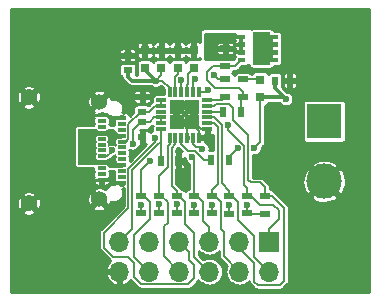
<source format=gtl>
G04 #@! TF.GenerationSoftware,KiCad,Pcbnew,5.1.4*
G04 #@! TF.CreationDate,2019-10-17T14:18:33+11:00*
G04 #@! TF.ProjectId,fabulouspide,66616275-6c6f-4757-9370-6964652e6b69,rev?*
G04 #@! TF.SameCoordinates,Original*
G04 #@! TF.FileFunction,Copper,L1,Top*
G04 #@! TF.FilePolarity,Positive*
%FSLAX46Y46*%
G04 Gerber Fmt 4.6, Leading zero omitted, Abs format (unit mm)*
G04 Created by KiCad (PCBNEW 5.1.4) date 2019-10-17 14:18:33*
%MOMM*%
%LPD*%
G04 APERTURE LIST*
%ADD10C,0.300000*%
%ADD11C,0.100000*%
%ADD12C,0.200000*%
%ADD13C,1.524000*%
%ADD14R,0.850000X0.300000*%
%ADD15R,0.300000X0.850000*%
%ADD16R,1.300000X1.300000*%
%ADD17R,0.700000X0.300000*%
%ADD18C,1.400000*%
%ADD19C,1.360000*%
%ADD20R,0.800000X0.550000*%
%ADD21R,0.550000X0.800000*%
%ADD22R,0.900000X0.500000*%
%ADD23C,0.800000*%
%ADD24C,5.400000*%
%ADD25R,0.500000X0.900000*%
%ADD26R,1.700000X1.700000*%
%ADD27O,1.700000X1.700000*%
%ADD28R,3.000000X3.000000*%
%ADD29C,3.000000*%
%ADD30R,0.750000X0.800000*%
%ADD31C,0.600000*%
%ADD32C,0.304800*%
%ADD33C,0.152400*%
%ADD34C,0.254000*%
%ADD35C,0.030000*%
G04 APERTURE END LIST*
D10*
X103108760Y-52296060D03*
D11*
G36*
X103405154Y-52495787D02*
G01*
X103405126Y-52495880D01*
X103405080Y-52495967D01*
X103405018Y-52496043D01*
X103404942Y-52496105D01*
X103404855Y-52496151D01*
X103404762Y-52496179D01*
X103404664Y-52496189D01*
X102854664Y-52496189D01*
X102854566Y-52496179D01*
X102854473Y-52496151D01*
X102854386Y-52496105D01*
X102854310Y-52496043D01*
X102854248Y-52495967D01*
X102854202Y-52495880D01*
X102854174Y-52495787D01*
X102854164Y-52495689D01*
X102854164Y-52095689D01*
X102854174Y-52095591D01*
X102854202Y-52095498D01*
X102854248Y-52095411D01*
X102854310Y-52095335D01*
X102854386Y-52095273D01*
X102854473Y-52095227D01*
X102854566Y-52095199D01*
X102854664Y-52095189D01*
X103404664Y-52095189D01*
X103404762Y-52095199D01*
X103404855Y-52095227D01*
X103404942Y-52095273D01*
X103405018Y-52095335D01*
X103405080Y-52095411D01*
X103405126Y-52095498D01*
X103405154Y-52095591D01*
X103405164Y-52095689D01*
X103405164Y-52495689D01*
X103405154Y-52495787D01*
X103405154Y-52495787D01*
G37*
D10*
X103108760Y-52938680D03*
D11*
G36*
X103405154Y-53145787D02*
G01*
X103405126Y-53145880D01*
X103405080Y-53145967D01*
X103405018Y-53146043D01*
X103404942Y-53146105D01*
X103404855Y-53146151D01*
X103404762Y-53146179D01*
X103404664Y-53146189D01*
X102854664Y-53146189D01*
X102854566Y-53146179D01*
X102854473Y-53146151D01*
X102854386Y-53146105D01*
X102854310Y-53146043D01*
X102854248Y-53145967D01*
X102854202Y-53145880D01*
X102854174Y-53145787D01*
X102854164Y-53145689D01*
X102854164Y-52745689D01*
X102854174Y-52745591D01*
X102854202Y-52745498D01*
X102854248Y-52745411D01*
X102854310Y-52745335D01*
X102854386Y-52745273D01*
X102854473Y-52745227D01*
X102854566Y-52745199D01*
X102854664Y-52745189D01*
X103404664Y-52745189D01*
X103404762Y-52745199D01*
X103404855Y-52745227D01*
X103404942Y-52745273D01*
X103405018Y-52745335D01*
X103405080Y-52745411D01*
X103405126Y-52745498D01*
X103405154Y-52745591D01*
X103405164Y-52745689D01*
X103405164Y-53145689D01*
X103405154Y-53145787D01*
X103405154Y-53145787D01*
G37*
D10*
X103116380Y-53594000D03*
D11*
G36*
X103405154Y-53795787D02*
G01*
X103405126Y-53795880D01*
X103405080Y-53795967D01*
X103405018Y-53796043D01*
X103404942Y-53796105D01*
X103404855Y-53796151D01*
X103404762Y-53796179D01*
X103404664Y-53796189D01*
X102854664Y-53796189D01*
X102854566Y-53796179D01*
X102854473Y-53796151D01*
X102854386Y-53796105D01*
X102854310Y-53796043D01*
X102854248Y-53795967D01*
X102854202Y-53795880D01*
X102854174Y-53795787D01*
X102854164Y-53795689D01*
X102854164Y-53395689D01*
X102854174Y-53395591D01*
X102854202Y-53395498D01*
X102854248Y-53395411D01*
X102854310Y-53395335D01*
X102854386Y-53395273D01*
X102854473Y-53395227D01*
X102854566Y-53395199D01*
X102854664Y-53395189D01*
X103404664Y-53395189D01*
X103404762Y-53395199D01*
X103404855Y-53395227D01*
X103404942Y-53395273D01*
X103405018Y-53395335D01*
X103405080Y-53395411D01*
X103405126Y-53395498D01*
X103405154Y-53395591D01*
X103405164Y-53395689D01*
X103405164Y-53795689D01*
X103405154Y-53795787D01*
X103405154Y-53795787D01*
G37*
D12*
X103108760Y-54244240D03*
D11*
G36*
X103405154Y-54445787D02*
G01*
X103405126Y-54445880D01*
X103405080Y-54445967D01*
X103405018Y-54446043D01*
X103404942Y-54446105D01*
X103404855Y-54446151D01*
X103404762Y-54446179D01*
X103404664Y-54446189D01*
X102854664Y-54446189D01*
X102854566Y-54446179D01*
X102854473Y-54446151D01*
X102854386Y-54446105D01*
X102854310Y-54446043D01*
X102854248Y-54445967D01*
X102854202Y-54445880D01*
X102854174Y-54445787D01*
X102854164Y-54445689D01*
X102854164Y-54045689D01*
X102854174Y-54045591D01*
X102854202Y-54045498D01*
X102854248Y-54045411D01*
X102854310Y-54045335D01*
X102854386Y-54045273D01*
X102854473Y-54045227D01*
X102854566Y-54045199D01*
X102854664Y-54045189D01*
X103404664Y-54045189D01*
X103404762Y-54045199D01*
X103404855Y-54045227D01*
X103404942Y-54045273D01*
X103405018Y-54045335D01*
X103405080Y-54045411D01*
X103405126Y-54045498D01*
X103405154Y-54045591D01*
X103405164Y-54045689D01*
X103405164Y-54445689D01*
X103405154Y-54445787D01*
X103405154Y-54445787D01*
G37*
D13*
X104922320Y-53306980D03*
D11*
G36*
X106205154Y-52495787D02*
G01*
X106205126Y-52495880D01*
X106205080Y-52495967D01*
X106205018Y-52496043D01*
X106204942Y-52496105D01*
X106204855Y-52496151D01*
X106204762Y-52496179D01*
X106204664Y-52496189D01*
X105795164Y-52496189D01*
X105795164Y-52745189D01*
X106204664Y-52745189D01*
X106204762Y-52745199D01*
X106204855Y-52745227D01*
X106204942Y-52745273D01*
X106205018Y-52745335D01*
X106205080Y-52745411D01*
X106205126Y-52745498D01*
X106205154Y-52745591D01*
X106205164Y-52745689D01*
X106205164Y-53145689D01*
X106205154Y-53145787D01*
X106205126Y-53145880D01*
X106205080Y-53145967D01*
X106205018Y-53146043D01*
X106204942Y-53146105D01*
X106204855Y-53146151D01*
X106204762Y-53146179D01*
X106204664Y-53146189D01*
X105795164Y-53146189D01*
X105795164Y-53395189D01*
X106204664Y-53395189D01*
X106204762Y-53395199D01*
X106204855Y-53395227D01*
X106204942Y-53395273D01*
X106205018Y-53395335D01*
X106205080Y-53395411D01*
X106205126Y-53395498D01*
X106205154Y-53395591D01*
X106205164Y-53395689D01*
X106205164Y-53795689D01*
X106205154Y-53795787D01*
X106205126Y-53795880D01*
X106205080Y-53795967D01*
X106205018Y-53796043D01*
X106204942Y-53796105D01*
X106204855Y-53796151D01*
X106204762Y-53796179D01*
X106204664Y-53796189D01*
X105795164Y-53796189D01*
X105795164Y-54045189D01*
X106204664Y-54045189D01*
X106204762Y-54045199D01*
X106204855Y-54045227D01*
X106204942Y-54045273D01*
X106205018Y-54045335D01*
X106205080Y-54045411D01*
X106205126Y-54045498D01*
X106205154Y-54045591D01*
X106205164Y-54045689D01*
X106205164Y-54445689D01*
X106205154Y-54445787D01*
X106205126Y-54445880D01*
X106205080Y-54445967D01*
X106205018Y-54446043D01*
X106204942Y-54446105D01*
X106204855Y-54446151D01*
X106204762Y-54446179D01*
X106204664Y-54446189D01*
X105545164Y-54446189D01*
X105545164Y-54645689D01*
X105545154Y-54645787D01*
X105545126Y-54645880D01*
X105545080Y-54645967D01*
X105545018Y-54646043D01*
X105544942Y-54646105D01*
X105544855Y-54646151D01*
X105544762Y-54646179D01*
X105544664Y-54646189D01*
X104074664Y-54646189D01*
X104074566Y-54646179D01*
X104074473Y-54646151D01*
X104074386Y-54646105D01*
X104074310Y-54646043D01*
X104074248Y-54645967D01*
X104074202Y-54645880D01*
X104074174Y-54645787D01*
X104074164Y-54645689D01*
X104074164Y-51895689D01*
X104074174Y-51895591D01*
X104074202Y-51895498D01*
X104074248Y-51895411D01*
X104074310Y-51895335D01*
X104074386Y-51895273D01*
X104074473Y-51895227D01*
X104074566Y-51895199D01*
X104074664Y-51895189D01*
X105544664Y-51895189D01*
X105544762Y-51895199D01*
X105544855Y-51895227D01*
X105544942Y-51895273D01*
X105545018Y-51895335D01*
X105545080Y-51895411D01*
X105545126Y-51895498D01*
X105545154Y-51895591D01*
X105545164Y-51895689D01*
X105545164Y-52095189D01*
X106204664Y-52095189D01*
X106204762Y-52095199D01*
X106204855Y-52095227D01*
X106204942Y-52095273D01*
X106205018Y-52095335D01*
X106205080Y-52095411D01*
X106205126Y-52095498D01*
X106205154Y-52095591D01*
X106205164Y-52095689D01*
X106205164Y-52495689D01*
X106205154Y-52495787D01*
X106205154Y-52495787D01*
G37*
D14*
X96330940Y-57610700D03*
X96330940Y-58110700D03*
X96330940Y-58610700D03*
X96330940Y-59110700D03*
X96330940Y-59610700D03*
X96330940Y-60110700D03*
D15*
X97030940Y-60810700D03*
X97530940Y-60810700D03*
X98030940Y-60810700D03*
X98530940Y-60810700D03*
X99030940Y-60810700D03*
X99530940Y-60810700D03*
D14*
X100230940Y-60110700D03*
X100230940Y-59610700D03*
X100230940Y-59110700D03*
X100230940Y-58610700D03*
X100230940Y-58110700D03*
X100230940Y-57610700D03*
D15*
X99530940Y-56910700D03*
X99030940Y-56910700D03*
X98530940Y-56910700D03*
X98030940Y-56910700D03*
X97530940Y-56910700D03*
X97030940Y-56910700D03*
D16*
X98930940Y-59510700D03*
X98930940Y-58210700D03*
X97630940Y-59510700D03*
X97630940Y-58210700D03*
D17*
X91270000Y-58900000D03*
X91270000Y-59400000D03*
X91270000Y-59900000D03*
X91270000Y-60400000D03*
X91270000Y-60900000D03*
X91270000Y-61400000D03*
X91270000Y-61900000D03*
X91270000Y-62400000D03*
X91270000Y-62900000D03*
X91270000Y-63400000D03*
X91270000Y-63900000D03*
D18*
X85110000Y-57410000D03*
X85110000Y-66390000D03*
D19*
X91060000Y-66030000D03*
D17*
X91270000Y-64400000D03*
X92970000Y-64150000D03*
X92970000Y-62650000D03*
X92970000Y-63150000D03*
X92970000Y-63650000D03*
X92970000Y-64650000D03*
X92970000Y-62150000D03*
X92970000Y-61650000D03*
X92970000Y-61150000D03*
X92970000Y-60650000D03*
X92970000Y-60150000D03*
X92970000Y-59650000D03*
X92970000Y-59150000D03*
D19*
X91060000Y-57770000D03*
D20*
X94701360Y-60779660D03*
X94701360Y-59529660D03*
X94701360Y-57363040D03*
X94701360Y-58613040D03*
D21*
X107223880Y-55984140D03*
X105973880Y-55984140D03*
D20*
X93494860Y-53822280D03*
X93494860Y-55072280D03*
D22*
X99113340Y-67236340D03*
X99113340Y-65736340D03*
D23*
X111971891Y-51558109D03*
X110540000Y-50965000D03*
X109108109Y-51558109D03*
X108515000Y-52990000D03*
X109108109Y-54421891D03*
X110540000Y-55015000D03*
X111971891Y-54421891D03*
X112565000Y-52990000D03*
D24*
X110540000Y-52990000D03*
D23*
X111971891Y-69463109D03*
X110540000Y-68870000D03*
X109108109Y-69463109D03*
X108515000Y-70895000D03*
X109108109Y-72326891D03*
X110540000Y-72920000D03*
X111971891Y-72326891D03*
X112565000Y-70895000D03*
D24*
X110540000Y-70895000D03*
D23*
X89181891Y-69463109D03*
X87750000Y-68870000D03*
X86318109Y-69463109D03*
X85725000Y-70895000D03*
X86318109Y-72326891D03*
X87750000Y-72920000D03*
X89181891Y-72326891D03*
X89775000Y-70895000D03*
D24*
X87750000Y-70895000D03*
X87750000Y-52990000D03*
D23*
X89775000Y-52990000D03*
X89181891Y-54421891D03*
X87750000Y-55015000D03*
X86318109Y-54421891D03*
X85725000Y-52990000D03*
X86318109Y-51558109D03*
X87750000Y-50965000D03*
X89181891Y-51558109D03*
D22*
X103261160Y-55876060D03*
X103261160Y-57376060D03*
D25*
X103041580Y-58661300D03*
X101541580Y-58661300D03*
D22*
X101744780Y-53266340D03*
X101744780Y-54766340D03*
X94640400Y-67238880D03*
X94640400Y-65738880D03*
X96126300Y-67232660D03*
X96126300Y-65732660D03*
X97617280Y-67235200D03*
X97617280Y-65735200D03*
X100601780Y-67237040D03*
X100601780Y-65737040D03*
D25*
X96276160Y-62755780D03*
X97776160Y-62755780D03*
D22*
X102100380Y-67242120D03*
X102100380Y-65742120D03*
X105097580Y-67242120D03*
X105097580Y-65742120D03*
X103598980Y-67236340D03*
X103598980Y-65736340D03*
D25*
X102040820Y-62679580D03*
X100540820Y-62679580D03*
D22*
X101747320Y-55868440D03*
X101747320Y-57368440D03*
D26*
X105480000Y-69620000D03*
D27*
X105480000Y-72160000D03*
X102940000Y-69620000D03*
X102940000Y-72160000D03*
X100400000Y-69620000D03*
X100400000Y-72160000D03*
X97860000Y-69620000D03*
X97860000Y-72160000D03*
X95320000Y-69620000D03*
X95320000Y-72160000D03*
X92780000Y-69620000D03*
X92780000Y-72160000D03*
D28*
X110119160Y-59436000D03*
D29*
X110119160Y-64516000D03*
D30*
X104708960Y-55902860D03*
X104708960Y-57402860D03*
X94940940Y-53410700D03*
X94940940Y-54910700D03*
X97710940Y-53400700D03*
X97710940Y-54900700D03*
X99090940Y-53400700D03*
X99090940Y-54900700D03*
X96340940Y-53400700D03*
X96340940Y-54900700D03*
D31*
X89600000Y-60500000D03*
X90300000Y-60500000D03*
X89600000Y-61200000D03*
X90300000Y-61200000D03*
X89600000Y-61900000D03*
X90300000Y-61900000D03*
X89600000Y-62600000D03*
X90300000Y-62600000D03*
X95867220Y-55986680D03*
X100802440Y-55499000D03*
X92133420Y-60639960D03*
X92130880Y-62798960D03*
X102108000Y-52324000D03*
X101346000Y-52324000D03*
X100584000Y-52324000D03*
X100584000Y-53086000D03*
X100584000Y-53848000D03*
X99141280Y-58834020D03*
X93886020Y-62133480D03*
X98521520Y-63398400D03*
X92123020Y-64457820D03*
X92130000Y-59260000D03*
X99141280Y-57985660D03*
X99141280Y-59682380D03*
X98364040Y-59682380D03*
X98364040Y-57985660D03*
X98364040Y-58834020D03*
X97599500Y-58834020D03*
X97599500Y-59682380D03*
X93939083Y-61325643D03*
X92135960Y-61874466D03*
X105250000Y-54000000D03*
X104500000Y-54000000D03*
X104500000Y-53250000D03*
X105250000Y-53250000D03*
X105250000Y-52500000D03*
X104500000Y-52500000D03*
X102813814Y-61709326D03*
X104206320Y-61706760D03*
X106883200Y-57548780D03*
X100271580Y-56791860D03*
X101983738Y-59707431D03*
X95793560Y-60845700D03*
X98031300Y-55913020D03*
X102097840Y-66497200D03*
X99123500Y-66481960D03*
X96123760Y-66464180D03*
X97622360Y-66471800D03*
X94650560Y-66489580D03*
X100624640Y-66487040D03*
X103604060Y-66484500D03*
X99793200Y-61758420D03*
X98948240Y-62448440D03*
X95384620Y-62821820D03*
X99148900Y-55885080D03*
D32*
X94940940Y-54910700D02*
X94940940Y-55060400D01*
X94940940Y-55060400D02*
X95867220Y-55986680D01*
D33*
X96340940Y-55512960D02*
X95867220Y-55986680D01*
X96340940Y-54900700D02*
X96340940Y-55512960D01*
X97030940Y-56635700D02*
X96381920Y-55986680D01*
X96291484Y-55986680D02*
X95867220Y-55986680D01*
X96381920Y-55986680D02*
X96291484Y-55986680D01*
X97030940Y-56910700D02*
X97030940Y-56635700D01*
X101747320Y-55868440D02*
X101171880Y-55868440D01*
X101171880Y-55868440D02*
X100802440Y-55499000D01*
D32*
X95442956Y-55986680D02*
X95867220Y-55986680D01*
X93829460Y-55986680D02*
X95442956Y-55986680D01*
X93494860Y-55652080D02*
X93829460Y-55986680D01*
X93494860Y-55072280D02*
X93494860Y-55652080D01*
X103108760Y-52296060D02*
X102603940Y-52296060D01*
X102647014Y-52932986D02*
X102640000Y-52940000D01*
X103108760Y-52938680D02*
X102754164Y-52938680D01*
X103116380Y-53594000D02*
X102606000Y-53594000D01*
X103116380Y-52946300D02*
X103108760Y-52938680D01*
X103116380Y-53594000D02*
X103116380Y-52946300D01*
X103108760Y-52938680D02*
X103108760Y-52296060D01*
D33*
X98530940Y-59910700D02*
X98930940Y-59510700D01*
X98530940Y-60810700D02*
X98530940Y-59910700D01*
X98930940Y-59633300D02*
X98930940Y-59510700D01*
X99530940Y-60233300D02*
X98930940Y-59633300D01*
X99530940Y-60810700D02*
X99530940Y-60233300D01*
X99653540Y-60110700D02*
X99053540Y-59510700D01*
X99053540Y-59510700D02*
X98930940Y-59510700D01*
X100230940Y-60110700D02*
X99653540Y-60110700D01*
X98930940Y-58210700D02*
X99237800Y-57942480D01*
X97630940Y-58210700D02*
X97820480Y-58658760D01*
X97630940Y-59510700D02*
X98171000Y-59283600D01*
X94701360Y-61318140D02*
X93886020Y-62133480D01*
X94701360Y-60779660D02*
X94701360Y-61318140D01*
X97776160Y-62755780D02*
X97878900Y-62755780D01*
X97878900Y-62755780D02*
X98521520Y-63398400D01*
X99090940Y-53400700D02*
X97710940Y-53400700D01*
X97710940Y-53400700D02*
X96340940Y-53400700D01*
X94950940Y-53400700D02*
X94940940Y-53410700D01*
X96340940Y-53400700D02*
X94950940Y-53400700D01*
D32*
X92065200Y-64400000D02*
X91270000Y-64400000D01*
X92970000Y-64650000D02*
X92315200Y-64650000D01*
X92315200Y-64650000D02*
X92123020Y-64457820D01*
X92123020Y-64457820D02*
X92065200Y-64400000D01*
X91214460Y-58890000D02*
X91740000Y-58890000D01*
X92045540Y-59150000D02*
X92122240Y-59150000D01*
X91760000Y-58910000D02*
X92010000Y-59160000D01*
X92122240Y-59150000D02*
X92970000Y-59150000D01*
D33*
X99237800Y-57942480D02*
X98521520Y-57960260D01*
X98521520Y-57960260D02*
X97630940Y-58210700D01*
X97820480Y-58658760D02*
X97391220Y-59225180D01*
X97391220Y-59225180D02*
X97630940Y-59510700D01*
X98171000Y-59283600D02*
X98877120Y-59268360D01*
X98877120Y-59268360D02*
X98930940Y-59510700D01*
X98530940Y-56333300D02*
X98530940Y-56910700D01*
X98559901Y-55456739D02*
X98559901Y-56304339D01*
X99090940Y-54925700D02*
X98559901Y-55456739D01*
X98559901Y-56304339D02*
X98530940Y-56333300D01*
X99090940Y-54900700D02*
X99090940Y-54925700D01*
X96330940Y-59110700D02*
X96330940Y-59610700D01*
X95253760Y-59529660D02*
X94701360Y-59529660D01*
X95334580Y-59529660D02*
X95253760Y-59529660D01*
X95753540Y-59110700D02*
X95334580Y-59529660D01*
X96330940Y-59110700D02*
X95753540Y-59110700D01*
X94701360Y-59529660D02*
X94576360Y-59529660D01*
X93939083Y-60166937D02*
X93939083Y-60901379D01*
X93939083Y-60901379D02*
X93939083Y-61325643D01*
X94576360Y-59529660D02*
X93939083Y-60166937D01*
X91772400Y-62400000D02*
X92135960Y-62036440D01*
X92135960Y-62036440D02*
X92135960Y-61874466D01*
X91270000Y-62400000D02*
X91772400Y-62400000D01*
X96330940Y-57610700D02*
X96330940Y-58110700D01*
X95756100Y-58110700D02*
X96330940Y-58110700D01*
X95253760Y-58613040D02*
X95756100Y-58110700D01*
X94701360Y-58613040D02*
X95253760Y-58613040D01*
X92970000Y-61150000D02*
X93332396Y-61150000D01*
X94576360Y-58613040D02*
X94701360Y-58613040D01*
X93332396Y-61150000D02*
X93548601Y-60933795D01*
X93548601Y-60933795D02*
X93548601Y-59640799D01*
X93548601Y-59640799D02*
X94576360Y-58613040D01*
X96326300Y-65732660D02*
X96857820Y-66264180D01*
X96126300Y-65732660D02*
X96326300Y-65732660D01*
X96857820Y-66264180D02*
X96857820Y-68036440D01*
X96857820Y-68036440D02*
X96578420Y-68315840D01*
X96578420Y-70878420D02*
X97860000Y-72160000D01*
X96578420Y-68315840D02*
X96578420Y-70878420D01*
X97030940Y-60810700D02*
X97030940Y-61388100D01*
X96126300Y-64053720D02*
X96126300Y-65732660D01*
X96903540Y-63276480D02*
X96126300Y-64053720D01*
X96903540Y-61515500D02*
X96903540Y-63276480D01*
X97030940Y-61388100D02*
X96903540Y-61515500D01*
X97817280Y-65735200D02*
X98343720Y-66261640D01*
X97617280Y-65735200D02*
X97817280Y-65735200D01*
X98343720Y-66261640D02*
X98343720Y-68143120D01*
X98343720Y-68143120D02*
X99120960Y-68920360D01*
X99120960Y-70880960D02*
X100400000Y-72160000D01*
X99120960Y-68920360D02*
X99120960Y-70880960D01*
X97530940Y-60810700D02*
X97530940Y-61388100D01*
X97617280Y-65332800D02*
X97617280Y-65735200D01*
X97208351Y-61710689D02*
X97208351Y-64923871D01*
X97208351Y-64923871D02*
X97617280Y-65332800D01*
X97530940Y-61388100D02*
X97208351Y-61710689D01*
X101505060Y-57610700D02*
X101747320Y-57368440D01*
X100230940Y-57610700D02*
X101505060Y-57610700D01*
X98557598Y-61914758D02*
X99201970Y-61914758D01*
X99201970Y-61914758D02*
X99966792Y-62679580D01*
X98030940Y-60810700D02*
X98030940Y-61388100D01*
X100138420Y-62679580D02*
X100540820Y-62679580D01*
X99966792Y-62679580D02*
X100138420Y-62679580D01*
X98030940Y-61388100D02*
X98557598Y-61914758D01*
X97710940Y-55453100D02*
X97459800Y-55704240D01*
X97710940Y-54900700D02*
X97710940Y-55453100D01*
X97530940Y-56333300D02*
X97530940Y-56910700D01*
X97459800Y-56262160D02*
X97530940Y-56333300D01*
X97459800Y-55704240D02*
X97459800Y-56262160D01*
X104682160Y-55876060D02*
X104708960Y-55902860D01*
X103261160Y-55876060D02*
X104682160Y-55876060D01*
X102040820Y-62679580D02*
X102040820Y-62482320D01*
X102040820Y-62482320D02*
X102813814Y-61709326D01*
X104708960Y-61204120D02*
X104708960Y-57402860D01*
X104206320Y-61706760D02*
X104708960Y-61204120D01*
D32*
X105973880Y-55984140D02*
X105973880Y-56639460D01*
X105973880Y-56639460D02*
X106883200Y-57548780D01*
X106737280Y-57402860D02*
X106883200Y-57548780D01*
X104708960Y-57402860D02*
X106737280Y-57402860D01*
D33*
X105480000Y-68545560D02*
X105480000Y-69620000D01*
X103915080Y-65736340D02*
X104683560Y-66504820D01*
X104683560Y-66504820D02*
X105821480Y-66504820D01*
X105821480Y-66504820D02*
X106299000Y-66982340D01*
X106299000Y-67726560D02*
X105480000Y-68545560D01*
X103598980Y-65736340D02*
X103915080Y-65736340D01*
X106299000Y-66982340D02*
X106299000Y-67726560D01*
X103598980Y-65057020D02*
X103598980Y-65736340D01*
X103342440Y-61490397D02*
X103342440Y-64800480D01*
X103342440Y-64800480D02*
X103598980Y-65057020D01*
X101983738Y-59707431D02*
X101983738Y-60131695D01*
X101983738Y-60131695D02*
X103342440Y-61490397D01*
X99530940Y-56910700D02*
X100152740Y-56910700D01*
X100152740Y-56910700D02*
X100271580Y-56791860D01*
X104630001Y-71310001D02*
X105480000Y-72160000D01*
X102300380Y-65742120D02*
X102852220Y-66293960D01*
X102100380Y-65742120D02*
X102300380Y-65742120D01*
X104213660Y-70893660D02*
X104630001Y-71310001D01*
X104213660Y-69161660D02*
X104213660Y-70893660D01*
X102852220Y-66293960D02*
X102852220Y-67800220D01*
X102852220Y-67800220D02*
X104213660Y-69161660D01*
X101457771Y-64697111D02*
X102100380Y-65339720D01*
X102100380Y-65339720D02*
X102100380Y-65742120D01*
X101457771Y-59760131D02*
X101457771Y-64697111D01*
X100230940Y-59110700D02*
X100808340Y-59110700D01*
X100808340Y-59110700D02*
X101457771Y-59760131D01*
X98031300Y-56910340D02*
X98030940Y-56910700D01*
X98031300Y-55913020D02*
X98031300Y-56910340D01*
X95793560Y-61216540D02*
X95793560Y-60845700D01*
X93548601Y-66773659D02*
X93548601Y-63461499D01*
X91473020Y-68849240D02*
X93548601Y-66773659D01*
X91473020Y-70139560D02*
X91473020Y-68849240D01*
X99118420Y-72707500D02*
X98587319Y-73238601D01*
X98709999Y-71211959D02*
X99118420Y-71620380D01*
X99118420Y-71620380D02*
X99118420Y-72707500D01*
X97860000Y-69620000D02*
X98709999Y-70469999D01*
X93548601Y-63461499D02*
X95793560Y-61216540D01*
X98709999Y-70469999D02*
X98709999Y-71211959D01*
X98587319Y-73238601D02*
X94645721Y-73238601D01*
X93494860Y-70916800D02*
X92250260Y-70916800D01*
X94645721Y-73238601D02*
X94040960Y-72633840D01*
X92250260Y-70916800D02*
X91473020Y-70139560D01*
X94040960Y-72633840D02*
X94040960Y-71462900D01*
X94040960Y-71462900D02*
X93494860Y-70916800D01*
X102100380Y-66499740D02*
X102097840Y-66497200D01*
X102100380Y-67242120D02*
X102100380Y-66499740D01*
X100601780Y-66509900D02*
X100624640Y-66487040D01*
X100601780Y-67237040D02*
X100601780Y-66509900D01*
X99113340Y-66492120D02*
X99123500Y-66481960D01*
X99113340Y-67236340D02*
X99113340Y-66492120D01*
X97617280Y-66476880D02*
X97622360Y-66471800D01*
X97617280Y-67235200D02*
X97617280Y-66476880D01*
X96126300Y-66466720D02*
X96123760Y-66464180D01*
X96126300Y-67232660D02*
X96126300Y-66466720D01*
X94640400Y-66499740D02*
X94650560Y-66489580D01*
X94640400Y-67238880D02*
X94640400Y-66499740D01*
X104897580Y-67242120D02*
X105097580Y-67242120D01*
X103604760Y-67242120D02*
X103598980Y-67236340D01*
X105097580Y-67242120D02*
X103604760Y-67242120D01*
X103598980Y-66489580D02*
X103604060Y-66484500D01*
X103598980Y-67236340D02*
X103598980Y-66489580D01*
X99313340Y-65736340D02*
X99862640Y-66285640D01*
X99113340Y-65736340D02*
X99313340Y-65736340D01*
X100400000Y-68417919D02*
X100400000Y-69620000D01*
X99862640Y-67880559D02*
X100400000Y-68417919D01*
X99862640Y-66285640D02*
X99862640Y-67880559D01*
X99113340Y-62613540D02*
X98948240Y-62448440D01*
X99113340Y-65736340D02*
X99113340Y-62613540D01*
X99642480Y-61607700D02*
X99793200Y-61758420D01*
X99250540Y-61607700D02*
X99642480Y-61607700D01*
X99030940Y-60810700D02*
X99030940Y-61388100D01*
X99030940Y-61388100D02*
X99250540Y-61607700D01*
X104721660Y-64607440D02*
X105097580Y-64983360D01*
X103677720Y-64373760D02*
X103911400Y-64607440D01*
X103677720Y-60619083D02*
X103677720Y-64373760D01*
X102392480Y-59333843D02*
X103677720Y-60619083D01*
X100808340Y-58110700D02*
X100936341Y-57982699D01*
X105097580Y-64983360D02*
X105097580Y-65742120D01*
X102082179Y-57982699D02*
X102392480Y-58293000D01*
X103911400Y-64607440D02*
X104721660Y-64607440D01*
X100230940Y-58110700D02*
X100808340Y-58110700D01*
X100936341Y-57982699D02*
X102082179Y-57982699D01*
X102392480Y-58293000D02*
X102392480Y-59333843D01*
X102940000Y-70189240D02*
X102940000Y-69620000D01*
X104486280Y-73290000D02*
X104198420Y-73002140D01*
X104198420Y-73002140D02*
X104198420Y-71447660D01*
X105699980Y-65742120D02*
X106720000Y-66762140D01*
X106720000Y-66762140D02*
X106720000Y-72944360D01*
X105097580Y-65742120D02*
X105699980Y-65742120D01*
X106720000Y-72944360D02*
X106374360Y-73290000D01*
X104198420Y-71447660D02*
X102940000Y-70189240D01*
X106374360Y-73290000D02*
X104486280Y-73290000D01*
X94840400Y-65738880D02*
X95387160Y-66285640D01*
X94640400Y-65738880D02*
X94840400Y-65738880D01*
X95387160Y-66285640D02*
X95387160Y-67741800D01*
X95387160Y-67741800D02*
X94043500Y-69085460D01*
X94043500Y-70883500D02*
X95320000Y-72160000D01*
X94043500Y-69085460D02*
X94043500Y-70883500D01*
X94640400Y-65738880D02*
X94640400Y-63566040D01*
X94640400Y-63566040D02*
X95384620Y-62821820D01*
X99030940Y-56003040D02*
X99148900Y-55885080D01*
X99030940Y-56910700D02*
X99030940Y-56003040D01*
X101648260Y-70868260D02*
X102940000Y-72160000D01*
X100862700Y-65737040D02*
X101358700Y-66233040D01*
X101358700Y-66233040D02*
X101358700Y-68521580D01*
X101358700Y-68521580D02*
X101648260Y-68811140D01*
X100601780Y-65737040D02*
X100862700Y-65737040D01*
X101648260Y-68811140D02*
X101648260Y-70868260D01*
X100601780Y-65267840D02*
X100601780Y-65737040D01*
X101152960Y-64716660D02*
X100601780Y-65267840D01*
X101152960Y-59955320D02*
X101152960Y-64716660D01*
X100230940Y-59610700D02*
X100808340Y-59610700D01*
X100808340Y-59610700D02*
X101152960Y-59955320D01*
X96330940Y-60413100D02*
X96330940Y-60110700D01*
X96330940Y-61264080D02*
X96330940Y-60413100D01*
X96177087Y-61264080D02*
X93853411Y-63587756D01*
X96330940Y-61264080D02*
X96177087Y-61264080D01*
X93853411Y-63587756D02*
X93853411Y-68546589D01*
X93629999Y-68770001D02*
X92780000Y-69620000D01*
X93853411Y-68546589D02*
X93629999Y-68770001D01*
X96276160Y-62755780D02*
X96276160Y-61318860D01*
X96276160Y-61318860D02*
X96330940Y-61264080D01*
X103041580Y-57595640D02*
X103261160Y-57376060D01*
X103041580Y-58661300D02*
X103041580Y-57595640D01*
X103261160Y-56973660D02*
X102904100Y-56616600D01*
X100210620Y-55239920D02*
X100684200Y-54766340D01*
X100865940Y-56616600D02*
X100210620Y-55961280D01*
X100210620Y-55961280D02*
X100210620Y-55239920D01*
X102904100Y-56616600D02*
X100865940Y-56616600D01*
X103261160Y-57376060D02*
X103261160Y-56973660D01*
X100684200Y-54766340D02*
X101744780Y-54766340D01*
X102586660Y-54766340D02*
X103108760Y-54244240D01*
X101744780Y-54766340D02*
X102586660Y-54766340D01*
X101490980Y-58610700D02*
X101541580Y-58661300D01*
X100230940Y-58610700D02*
X101490980Y-58610700D01*
D34*
G36*
X113919000Y-73914000D02*
G01*
X83566000Y-73914000D01*
X83566000Y-72254973D01*
X85587909Y-72254973D01*
X85587909Y-72398809D01*
X85615970Y-72539882D01*
X85671014Y-72672770D01*
X85750926Y-72792366D01*
X85852634Y-72894074D01*
X85972230Y-72973986D01*
X86105118Y-73029030D01*
X86246191Y-73057091D01*
X86390027Y-73057091D01*
X86531100Y-73029030D01*
X86663988Y-72973986D01*
X86783584Y-72894074D01*
X86829576Y-72848082D01*
X87019800Y-72848082D01*
X87019800Y-72991918D01*
X87047861Y-73132991D01*
X87102905Y-73265879D01*
X87182817Y-73385475D01*
X87284525Y-73487183D01*
X87404121Y-73567095D01*
X87537009Y-73622139D01*
X87678082Y-73650200D01*
X87821918Y-73650200D01*
X87962991Y-73622139D01*
X88095879Y-73567095D01*
X88215475Y-73487183D01*
X88317183Y-73385475D01*
X88397095Y-73265879D01*
X88452139Y-73132991D01*
X88480200Y-72991918D01*
X88480200Y-72848082D01*
X88452139Y-72707009D01*
X88397095Y-72574121D01*
X88317183Y-72454525D01*
X88215475Y-72352817D01*
X88095879Y-72272905D01*
X88052588Y-72254973D01*
X88451691Y-72254973D01*
X88451691Y-72398809D01*
X88479752Y-72539882D01*
X88534796Y-72672770D01*
X88614708Y-72792366D01*
X88716416Y-72894074D01*
X88836012Y-72973986D01*
X88968900Y-73029030D01*
X89109973Y-73057091D01*
X89253809Y-73057091D01*
X89394882Y-73029030D01*
X89527770Y-72973986D01*
X89647366Y-72894074D01*
X89749074Y-72792366D01*
X89828986Y-72672770D01*
X89884030Y-72539882D01*
X89898131Y-72468989D01*
X91640960Y-72468989D01*
X91723127Y-72685268D01*
X91845909Y-72881361D01*
X92004588Y-73049732D01*
X92193065Y-73183911D01*
X92404098Y-73278742D01*
X92471012Y-73299034D01*
X92653000Y-73250278D01*
X92653000Y-72287000D01*
X91689197Y-72287000D01*
X91640960Y-72468989D01*
X89898131Y-72468989D01*
X89912091Y-72398809D01*
X89912091Y-72254973D01*
X89884030Y-72113900D01*
X89828986Y-71981012D01*
X89749074Y-71861416D01*
X89647366Y-71759708D01*
X89527770Y-71679796D01*
X89394882Y-71624752D01*
X89253809Y-71596691D01*
X89109973Y-71596691D01*
X88968900Y-71624752D01*
X88836012Y-71679796D01*
X88716416Y-71759708D01*
X88614708Y-71861416D01*
X88534796Y-71981012D01*
X88479752Y-72113900D01*
X88451691Y-72254973D01*
X88052588Y-72254973D01*
X87962991Y-72217861D01*
X87821918Y-72189800D01*
X87678082Y-72189800D01*
X87537009Y-72217861D01*
X87404121Y-72272905D01*
X87284525Y-72352817D01*
X87182817Y-72454525D01*
X87102905Y-72574121D01*
X87047861Y-72707009D01*
X87019800Y-72848082D01*
X86829576Y-72848082D01*
X86885292Y-72792366D01*
X86965204Y-72672770D01*
X87020248Y-72539882D01*
X87048309Y-72398809D01*
X87048309Y-72254973D01*
X87020248Y-72113900D01*
X86965204Y-71981012D01*
X86885292Y-71861416D01*
X86783584Y-71759708D01*
X86663988Y-71679796D01*
X86531100Y-71624752D01*
X86390027Y-71596691D01*
X86246191Y-71596691D01*
X86105118Y-71624752D01*
X85972230Y-71679796D01*
X85852634Y-71759708D01*
X85750926Y-71861416D01*
X85671014Y-71981012D01*
X85615970Y-72113900D01*
X85587909Y-72254973D01*
X83566000Y-72254973D01*
X83566000Y-70823082D01*
X84994800Y-70823082D01*
X84994800Y-70966918D01*
X85022861Y-71107991D01*
X85077905Y-71240879D01*
X85157817Y-71360475D01*
X85259525Y-71462183D01*
X85379121Y-71542095D01*
X85512009Y-71597139D01*
X85653082Y-71625200D01*
X85796918Y-71625200D01*
X85937991Y-71597139D01*
X86070879Y-71542095D01*
X86190475Y-71462183D01*
X86292183Y-71360475D01*
X86372095Y-71240879D01*
X86427139Y-71107991D01*
X86455200Y-70966918D01*
X86455200Y-70823082D01*
X89044800Y-70823082D01*
X89044800Y-70966918D01*
X89072861Y-71107991D01*
X89127905Y-71240879D01*
X89207817Y-71360475D01*
X89309525Y-71462183D01*
X89429121Y-71542095D01*
X89562009Y-71597139D01*
X89703082Y-71625200D01*
X89846918Y-71625200D01*
X89987991Y-71597139D01*
X90120879Y-71542095D01*
X90240475Y-71462183D01*
X90342183Y-71360475D01*
X90422095Y-71240879D01*
X90477139Y-71107991D01*
X90505200Y-70966918D01*
X90505200Y-70823082D01*
X90477139Y-70682009D01*
X90422095Y-70549121D01*
X90342183Y-70429525D01*
X90240475Y-70327817D01*
X90120879Y-70247905D01*
X89987991Y-70192861D01*
X89846918Y-70164800D01*
X89703082Y-70164800D01*
X89562009Y-70192861D01*
X89429121Y-70247905D01*
X89309525Y-70327817D01*
X89207817Y-70429525D01*
X89127905Y-70549121D01*
X89072861Y-70682009D01*
X89044800Y-70823082D01*
X86455200Y-70823082D01*
X86427139Y-70682009D01*
X86372095Y-70549121D01*
X86292183Y-70429525D01*
X86190475Y-70327817D01*
X86070879Y-70247905D01*
X85937991Y-70192861D01*
X85796918Y-70164800D01*
X85653082Y-70164800D01*
X85512009Y-70192861D01*
X85379121Y-70247905D01*
X85259525Y-70327817D01*
X85157817Y-70429525D01*
X85077905Y-70549121D01*
X85022861Y-70682009D01*
X84994800Y-70823082D01*
X83566000Y-70823082D01*
X83566000Y-69391191D01*
X85587909Y-69391191D01*
X85587909Y-69535027D01*
X85615970Y-69676100D01*
X85671014Y-69808988D01*
X85750926Y-69928584D01*
X85852634Y-70030292D01*
X85972230Y-70110204D01*
X86105118Y-70165248D01*
X86246191Y-70193309D01*
X86390027Y-70193309D01*
X86531100Y-70165248D01*
X86663988Y-70110204D01*
X86783584Y-70030292D01*
X86885292Y-69928584D01*
X86965204Y-69808988D01*
X87020248Y-69676100D01*
X87048309Y-69535027D01*
X87048309Y-69391191D01*
X87020248Y-69250118D01*
X86965204Y-69117230D01*
X86885292Y-68997634D01*
X86783584Y-68895926D01*
X86663988Y-68816014D01*
X86620697Y-68798082D01*
X87019800Y-68798082D01*
X87019800Y-68941918D01*
X87047861Y-69082991D01*
X87102905Y-69215879D01*
X87182817Y-69335475D01*
X87284525Y-69437183D01*
X87404121Y-69517095D01*
X87537009Y-69572139D01*
X87678082Y-69600200D01*
X87821918Y-69600200D01*
X87962991Y-69572139D01*
X88095879Y-69517095D01*
X88215475Y-69437183D01*
X88317183Y-69335475D01*
X88397095Y-69215879D01*
X88452139Y-69082991D01*
X88480200Y-68941918D01*
X88480200Y-68798082D01*
X88452139Y-68657009D01*
X88397095Y-68524121D01*
X88317183Y-68404525D01*
X88215475Y-68302817D01*
X88095879Y-68222905D01*
X87962991Y-68167861D01*
X87821918Y-68139800D01*
X87678082Y-68139800D01*
X87537009Y-68167861D01*
X87404121Y-68222905D01*
X87284525Y-68302817D01*
X87182817Y-68404525D01*
X87102905Y-68524121D01*
X87047861Y-68657009D01*
X87019800Y-68798082D01*
X86620697Y-68798082D01*
X86531100Y-68760970D01*
X86390027Y-68732909D01*
X86246191Y-68732909D01*
X86105118Y-68760970D01*
X85972230Y-68816014D01*
X85852634Y-68895926D01*
X85750926Y-68997634D01*
X85671014Y-69117230D01*
X85615970Y-69250118D01*
X85587909Y-69391191D01*
X83566000Y-69391191D01*
X83566000Y-67147405D01*
X84532200Y-67147405D01*
X84608876Y-67295804D01*
X84795218Y-67376164D01*
X84993658Y-67418626D01*
X85196568Y-67421558D01*
X85396152Y-67384848D01*
X85584739Y-67309907D01*
X85611124Y-67295804D01*
X85687800Y-67147405D01*
X85110000Y-66569605D01*
X84532200Y-67147405D01*
X83566000Y-67147405D01*
X83566000Y-66476568D01*
X84078442Y-66476568D01*
X84115152Y-66676152D01*
X84190093Y-66864739D01*
X84204196Y-66891124D01*
X84352595Y-66967800D01*
X84930395Y-66390000D01*
X85289605Y-66390000D01*
X85867405Y-66967800D01*
X86015804Y-66891124D01*
X86066717Y-66773063D01*
X90496542Y-66773063D01*
X90570779Y-66919419D01*
X90753697Y-66997772D01*
X90948385Y-67038933D01*
X91147363Y-67041321D01*
X91342983Y-67004845D01*
X91527729Y-66930906D01*
X91549221Y-66919419D01*
X91623458Y-66773063D01*
X91060000Y-66209605D01*
X90496542Y-66773063D01*
X86066717Y-66773063D01*
X86096164Y-66704782D01*
X86138626Y-66506342D01*
X86141558Y-66303432D01*
X86107334Y-66117363D01*
X90048679Y-66117363D01*
X90085155Y-66312983D01*
X90159094Y-66497729D01*
X90170581Y-66519221D01*
X90316937Y-66593458D01*
X90880395Y-66030000D01*
X90316937Y-65466542D01*
X90170581Y-65540779D01*
X90092228Y-65723697D01*
X90051067Y-65918385D01*
X90048679Y-66117363D01*
X86107334Y-66117363D01*
X86104848Y-66103848D01*
X86029907Y-65915261D01*
X86015804Y-65888876D01*
X85867405Y-65812200D01*
X85289605Y-66390000D01*
X84930395Y-66390000D01*
X84352595Y-65812200D01*
X84204196Y-65888876D01*
X84123836Y-66075218D01*
X84081374Y-66273658D01*
X84078442Y-66476568D01*
X83566000Y-66476568D01*
X83566000Y-65632595D01*
X84532200Y-65632595D01*
X85110000Y-66210395D01*
X85687800Y-65632595D01*
X85611124Y-65484196D01*
X85424782Y-65403836D01*
X85226342Y-65361374D01*
X85023432Y-65358442D01*
X84823848Y-65395152D01*
X84635261Y-65470093D01*
X84608876Y-65484196D01*
X84532200Y-65632595D01*
X83566000Y-65632595D01*
X83566000Y-64550000D01*
X90588202Y-64550000D01*
X90594577Y-64614731D01*
X90613459Y-64676974D01*
X90644120Y-64734337D01*
X90685383Y-64784617D01*
X90735663Y-64825880D01*
X90793026Y-64856541D01*
X90855269Y-64875423D01*
X90920000Y-64881798D01*
X91060450Y-64880200D01*
X91143000Y-64797650D01*
X91143000Y-64423000D01*
X91397000Y-64423000D01*
X91397000Y-64797650D01*
X91479550Y-64880200D01*
X91620000Y-64881798D01*
X91684731Y-64875423D01*
X91746974Y-64856541D01*
X91804337Y-64825880D01*
X91854617Y-64784617D01*
X91895880Y-64734337D01*
X91926541Y-64676974D01*
X91945423Y-64614731D01*
X91951798Y-64550000D01*
X91950200Y-64505550D01*
X91867650Y-64423000D01*
X91397000Y-64423000D01*
X91143000Y-64423000D01*
X90672350Y-64423000D01*
X90589800Y-64505550D01*
X90588202Y-64550000D01*
X83566000Y-64550000D01*
X83566000Y-60091320D01*
X88938100Y-60091320D01*
X88938100Y-63058040D01*
X88944445Y-63122459D01*
X88963235Y-63184402D01*
X88993749Y-63241489D01*
X89034813Y-63291527D01*
X89084851Y-63332591D01*
X89141938Y-63363105D01*
X89203881Y-63381895D01*
X89268300Y-63388240D01*
X90588203Y-63388240D01*
X90588203Y-63550000D01*
X90594578Y-63614730D01*
X90605277Y-63650000D01*
X90594578Y-63685270D01*
X90588203Y-63750000D01*
X90588203Y-64050000D01*
X90594578Y-64114730D01*
X90605277Y-64149998D01*
X90594577Y-64185269D01*
X90588202Y-64250000D01*
X90589800Y-64294450D01*
X90672350Y-64377000D01*
X90871293Y-64377000D01*
X90920000Y-64381797D01*
X91620000Y-64381797D01*
X91668707Y-64377000D01*
X91867650Y-64377000D01*
X91950200Y-64294450D01*
X91951798Y-64250000D01*
X91945423Y-64185269D01*
X91934723Y-64149998D01*
X91945422Y-64114730D01*
X91951797Y-64050000D01*
X91951797Y-63750000D01*
X91945422Y-63685270D01*
X91934723Y-63650000D01*
X91938618Y-63637160D01*
X92288203Y-63637160D01*
X92288203Y-63800000D01*
X92294578Y-63864730D01*
X92305277Y-63900000D01*
X92294578Y-63935270D01*
X92288203Y-64000000D01*
X92288203Y-64300000D01*
X92294578Y-64364730D01*
X92305277Y-64399998D01*
X92294577Y-64435269D01*
X92288202Y-64500000D01*
X92289800Y-64544450D01*
X92372350Y-64627000D01*
X92571293Y-64627000D01*
X92620000Y-64631797D01*
X93117000Y-64631797D01*
X93117000Y-64673000D01*
X93097000Y-64673000D01*
X93097000Y-64797000D01*
X92843000Y-64797000D01*
X92843000Y-64673000D01*
X92372350Y-64673000D01*
X92338250Y-64707100D01*
X92231906Y-64707100D01*
X92078719Y-64737570D01*
X91934421Y-64797341D01*
X91804555Y-64884114D01*
X91694114Y-64994555D01*
X91607341Y-65124421D01*
X91577530Y-65196391D01*
X91549221Y-65140581D01*
X91366303Y-65062228D01*
X91171615Y-65021067D01*
X90972637Y-65018679D01*
X90777017Y-65055155D01*
X90592271Y-65129094D01*
X90570779Y-65140581D01*
X90496542Y-65286937D01*
X91060000Y-65850395D01*
X91074143Y-65836253D01*
X91253748Y-66015858D01*
X91239605Y-66030000D01*
X91803063Y-66593458D01*
X91949419Y-66519221D01*
X92027772Y-66336303D01*
X92046235Y-66248975D01*
X92078719Y-66262430D01*
X92231906Y-66292900D01*
X92388094Y-66292900D01*
X92541281Y-66262430D01*
X92685579Y-66202659D01*
X92815445Y-66115886D01*
X92925886Y-66005445D01*
X93012659Y-65875579D01*
X93072430Y-65731281D01*
X93102900Y-65578094D01*
X93102900Y-65421906D01*
X93072430Y-65268719D01*
X93015053Y-65130200D01*
X93097002Y-65130200D01*
X93097002Y-65047652D01*
X93142202Y-65092852D01*
X93142201Y-66605322D01*
X91199761Y-68547763D01*
X91184263Y-68560482D01*
X91171544Y-68575980D01*
X91171538Y-68575986D01*
X91163597Y-68585663D01*
X91133477Y-68622364D01*
X91120253Y-68647105D01*
X91095739Y-68692966D01*
X91072501Y-68769572D01*
X91064655Y-68849240D01*
X91066621Y-68869202D01*
X91066620Y-70119607D01*
X91064655Y-70139560D01*
X91066620Y-70159513D01*
X91066620Y-70159519D01*
X91069904Y-70192861D01*
X91072501Y-70219228D01*
X91079750Y-70243124D01*
X91095739Y-70295834D01*
X91133476Y-70366435D01*
X91184262Y-70428318D01*
X91199766Y-70441042D01*
X91948778Y-71190054D01*
X91961502Y-71205558D01*
X92023384Y-71256344D01*
X92023820Y-71256577D01*
X92004588Y-71270268D01*
X91845909Y-71438639D01*
X91723127Y-71634732D01*
X91640960Y-71851011D01*
X91689197Y-72033000D01*
X92653000Y-72033000D01*
X92653000Y-72013000D01*
X92907000Y-72013000D01*
X92907000Y-72033000D01*
X92927000Y-72033000D01*
X92927000Y-72287000D01*
X92907000Y-72287000D01*
X92907000Y-73250278D01*
X93088988Y-73299034D01*
X93155902Y-73278742D01*
X93366935Y-73183911D01*
X93555412Y-73049732D01*
X93714091Y-72881361D01*
X93715938Y-72878411D01*
X93752202Y-72922598D01*
X93767706Y-72935322D01*
X94344239Y-73511855D01*
X94356963Y-73527359D01*
X94418845Y-73578145D01*
X94489446Y-73615882D01*
X94534485Y-73629544D01*
X94566052Y-73639120D01*
X94574056Y-73639908D01*
X94625761Y-73645001D01*
X94625767Y-73645001D01*
X94645720Y-73646966D01*
X94665673Y-73645001D01*
X98567366Y-73645001D01*
X98587319Y-73646966D01*
X98607272Y-73645001D01*
X98607279Y-73645001D01*
X98666987Y-73639120D01*
X98743594Y-73615882D01*
X98814195Y-73578145D01*
X98876077Y-73527359D01*
X98888801Y-73511855D01*
X99391674Y-73008982D01*
X99407178Y-72996258D01*
X99457964Y-72934376D01*
X99477998Y-72896896D01*
X99561435Y-72998565D01*
X99741144Y-73146048D01*
X99946172Y-73255638D01*
X100168640Y-73323123D01*
X100342025Y-73340200D01*
X100457975Y-73340200D01*
X100631360Y-73323123D01*
X100853828Y-73255638D01*
X101058856Y-73146048D01*
X101238565Y-72998565D01*
X101386048Y-72818856D01*
X101495638Y-72613828D01*
X101563123Y-72391360D01*
X101585910Y-72160000D01*
X101563123Y-71928640D01*
X101495638Y-71706172D01*
X101386048Y-71501144D01*
X101238565Y-71321435D01*
X101058856Y-71173952D01*
X100853828Y-71064362D01*
X100631360Y-70996877D01*
X100457975Y-70979800D01*
X100342025Y-70979800D01*
X100168640Y-70996877D01*
X99946172Y-71064362D01*
X99902462Y-71087726D01*
X99527360Y-70712624D01*
X99527360Y-70417044D01*
X99561435Y-70458565D01*
X99741144Y-70606048D01*
X99946172Y-70715638D01*
X100168640Y-70783123D01*
X100342025Y-70800200D01*
X100457975Y-70800200D01*
X100631360Y-70783123D01*
X100853828Y-70715638D01*
X101058856Y-70606048D01*
X101238565Y-70458565D01*
X101241861Y-70454549D01*
X101241861Y-70848298D01*
X101239895Y-70868260D01*
X101247741Y-70947928D01*
X101270979Y-71024534D01*
X101287015Y-71054534D01*
X101308717Y-71095136D01*
X101325809Y-71115962D01*
X101346778Y-71141514D01*
X101346784Y-71141520D01*
X101359503Y-71157018D01*
X101375001Y-71169737D01*
X101867726Y-71662462D01*
X101844362Y-71706172D01*
X101776877Y-71928640D01*
X101754090Y-72160000D01*
X101776877Y-72391360D01*
X101844362Y-72613828D01*
X101953952Y-72818856D01*
X102101435Y-72998565D01*
X102281144Y-73146048D01*
X102486172Y-73255638D01*
X102708640Y-73323123D01*
X102882025Y-73340200D01*
X102997975Y-73340200D01*
X103171360Y-73323123D01*
X103393828Y-73255638D01*
X103598856Y-73146048D01*
X103778565Y-72998565D01*
X103792020Y-72982170D01*
X103792020Y-72982187D01*
X103790055Y-73002140D01*
X103792020Y-73022093D01*
X103792020Y-73022099D01*
X103794477Y-73047044D01*
X103797901Y-73081808D01*
X103798803Y-73084781D01*
X103821139Y-73158414D01*
X103858876Y-73229015D01*
X103909662Y-73290898D01*
X103925165Y-73303622D01*
X104184802Y-73563259D01*
X104197522Y-73578758D01*
X104213020Y-73591477D01*
X104213025Y-73591482D01*
X104234026Y-73608717D01*
X104259404Y-73629544D01*
X104330005Y-73667281D01*
X104406612Y-73690519D01*
X104466320Y-73696400D01*
X104466327Y-73696400D01*
X104486280Y-73698365D01*
X104506233Y-73696400D01*
X106354407Y-73696400D01*
X106374360Y-73698365D01*
X106394313Y-73696400D01*
X106394320Y-73696400D01*
X106454028Y-73690519D01*
X106530635Y-73667281D01*
X106601236Y-73629544D01*
X106663118Y-73578758D01*
X106675842Y-73563254D01*
X106993259Y-73245838D01*
X107008758Y-73233118D01*
X107021477Y-73217620D01*
X107021482Y-73217615D01*
X107038717Y-73196614D01*
X107059544Y-73171236D01*
X107097281Y-73100635D01*
X107112722Y-73049732D01*
X107120519Y-73024029D01*
X107123254Y-72996258D01*
X107126400Y-72964320D01*
X107126400Y-72964313D01*
X107128365Y-72944360D01*
X107126400Y-72924407D01*
X107126400Y-72254973D01*
X108377909Y-72254973D01*
X108377909Y-72398809D01*
X108405970Y-72539882D01*
X108461014Y-72672770D01*
X108540926Y-72792366D01*
X108642634Y-72894074D01*
X108762230Y-72973986D01*
X108895118Y-73029030D01*
X109036191Y-73057091D01*
X109180027Y-73057091D01*
X109321100Y-73029030D01*
X109453988Y-72973986D01*
X109573584Y-72894074D01*
X109619576Y-72848082D01*
X109809800Y-72848082D01*
X109809800Y-72991918D01*
X109837861Y-73132991D01*
X109892905Y-73265879D01*
X109972817Y-73385475D01*
X110074525Y-73487183D01*
X110194121Y-73567095D01*
X110327009Y-73622139D01*
X110468082Y-73650200D01*
X110611918Y-73650200D01*
X110752991Y-73622139D01*
X110885879Y-73567095D01*
X111005475Y-73487183D01*
X111107183Y-73385475D01*
X111187095Y-73265879D01*
X111242139Y-73132991D01*
X111270200Y-72991918D01*
X111270200Y-72848082D01*
X111242139Y-72707009D01*
X111187095Y-72574121D01*
X111107183Y-72454525D01*
X111005475Y-72352817D01*
X110885879Y-72272905D01*
X110842588Y-72254973D01*
X111241691Y-72254973D01*
X111241691Y-72398809D01*
X111269752Y-72539882D01*
X111324796Y-72672770D01*
X111404708Y-72792366D01*
X111506416Y-72894074D01*
X111626012Y-72973986D01*
X111758900Y-73029030D01*
X111899973Y-73057091D01*
X112043809Y-73057091D01*
X112184882Y-73029030D01*
X112317770Y-72973986D01*
X112437366Y-72894074D01*
X112539074Y-72792366D01*
X112618986Y-72672770D01*
X112674030Y-72539882D01*
X112702091Y-72398809D01*
X112702091Y-72254973D01*
X112674030Y-72113900D01*
X112618986Y-71981012D01*
X112539074Y-71861416D01*
X112437366Y-71759708D01*
X112317770Y-71679796D01*
X112184882Y-71624752D01*
X112043809Y-71596691D01*
X111899973Y-71596691D01*
X111758900Y-71624752D01*
X111626012Y-71679796D01*
X111506416Y-71759708D01*
X111404708Y-71861416D01*
X111324796Y-71981012D01*
X111269752Y-72113900D01*
X111241691Y-72254973D01*
X110842588Y-72254973D01*
X110752991Y-72217861D01*
X110611918Y-72189800D01*
X110468082Y-72189800D01*
X110327009Y-72217861D01*
X110194121Y-72272905D01*
X110074525Y-72352817D01*
X109972817Y-72454525D01*
X109892905Y-72574121D01*
X109837861Y-72707009D01*
X109809800Y-72848082D01*
X109619576Y-72848082D01*
X109675292Y-72792366D01*
X109755204Y-72672770D01*
X109810248Y-72539882D01*
X109838309Y-72398809D01*
X109838309Y-72254973D01*
X109810248Y-72113900D01*
X109755204Y-71981012D01*
X109675292Y-71861416D01*
X109573584Y-71759708D01*
X109453988Y-71679796D01*
X109321100Y-71624752D01*
X109180027Y-71596691D01*
X109036191Y-71596691D01*
X108895118Y-71624752D01*
X108762230Y-71679796D01*
X108642634Y-71759708D01*
X108540926Y-71861416D01*
X108461014Y-71981012D01*
X108405970Y-72113900D01*
X108377909Y-72254973D01*
X107126400Y-72254973D01*
X107126400Y-70823082D01*
X107784800Y-70823082D01*
X107784800Y-70966918D01*
X107812861Y-71107991D01*
X107867905Y-71240879D01*
X107947817Y-71360475D01*
X108049525Y-71462183D01*
X108169121Y-71542095D01*
X108302009Y-71597139D01*
X108443082Y-71625200D01*
X108586918Y-71625200D01*
X108727991Y-71597139D01*
X108860879Y-71542095D01*
X108980475Y-71462183D01*
X109082183Y-71360475D01*
X109162095Y-71240879D01*
X109217139Y-71107991D01*
X109245200Y-70966918D01*
X109245200Y-70823082D01*
X109217139Y-70682009D01*
X109162095Y-70549121D01*
X109082183Y-70429525D01*
X108980475Y-70327817D01*
X108860879Y-70247905D01*
X108727991Y-70192861D01*
X108586918Y-70164800D01*
X108443082Y-70164800D01*
X108302009Y-70192861D01*
X108169121Y-70247905D01*
X108049525Y-70327817D01*
X107947817Y-70429525D01*
X107867905Y-70549121D01*
X107812861Y-70682009D01*
X107784800Y-70823082D01*
X107126400Y-70823082D01*
X107126400Y-69391191D01*
X108377909Y-69391191D01*
X108377909Y-69535027D01*
X108405970Y-69676100D01*
X108461014Y-69808988D01*
X108540926Y-69928584D01*
X108642634Y-70030292D01*
X108762230Y-70110204D01*
X108895118Y-70165248D01*
X109036191Y-70193309D01*
X109180027Y-70193309D01*
X109321100Y-70165248D01*
X109453988Y-70110204D01*
X109573584Y-70030292D01*
X109675292Y-69928584D01*
X109755204Y-69808988D01*
X109810248Y-69676100D01*
X109838309Y-69535027D01*
X109838309Y-69391191D01*
X109810248Y-69250118D01*
X109755204Y-69117230D01*
X109675292Y-68997634D01*
X109573584Y-68895926D01*
X109453988Y-68816014D01*
X109410697Y-68798082D01*
X109809800Y-68798082D01*
X109809800Y-68941918D01*
X109837861Y-69082991D01*
X109892905Y-69215879D01*
X109972817Y-69335475D01*
X110074525Y-69437183D01*
X110194121Y-69517095D01*
X110327009Y-69572139D01*
X110468082Y-69600200D01*
X110611918Y-69600200D01*
X110752991Y-69572139D01*
X110885879Y-69517095D01*
X111005475Y-69437183D01*
X111051467Y-69391191D01*
X111241691Y-69391191D01*
X111241691Y-69535027D01*
X111269752Y-69676100D01*
X111324796Y-69808988D01*
X111404708Y-69928584D01*
X111506416Y-70030292D01*
X111626012Y-70110204D01*
X111758900Y-70165248D01*
X111899973Y-70193309D01*
X112043809Y-70193309D01*
X112184882Y-70165248D01*
X112317770Y-70110204D01*
X112437366Y-70030292D01*
X112539074Y-69928584D01*
X112618986Y-69808988D01*
X112674030Y-69676100D01*
X112702091Y-69535027D01*
X112702091Y-69391191D01*
X112674030Y-69250118D01*
X112618986Y-69117230D01*
X112539074Y-68997634D01*
X112437366Y-68895926D01*
X112317770Y-68816014D01*
X112184882Y-68760970D01*
X112043809Y-68732909D01*
X111899973Y-68732909D01*
X111758900Y-68760970D01*
X111626012Y-68816014D01*
X111506416Y-68895926D01*
X111404708Y-68997634D01*
X111324796Y-69117230D01*
X111269752Y-69250118D01*
X111241691Y-69391191D01*
X111051467Y-69391191D01*
X111107183Y-69335475D01*
X111187095Y-69215879D01*
X111242139Y-69082991D01*
X111270200Y-68941918D01*
X111270200Y-68798082D01*
X111242139Y-68657009D01*
X111187095Y-68524121D01*
X111107183Y-68404525D01*
X111005475Y-68302817D01*
X110885879Y-68222905D01*
X110752991Y-68167861D01*
X110611918Y-68139800D01*
X110468082Y-68139800D01*
X110327009Y-68167861D01*
X110194121Y-68222905D01*
X110074525Y-68302817D01*
X109972817Y-68404525D01*
X109892905Y-68524121D01*
X109837861Y-68657009D01*
X109809800Y-68798082D01*
X109410697Y-68798082D01*
X109321100Y-68760970D01*
X109180027Y-68732909D01*
X109036191Y-68732909D01*
X108895118Y-68760970D01*
X108762230Y-68816014D01*
X108642634Y-68895926D01*
X108540926Y-68997634D01*
X108461014Y-69117230D01*
X108405970Y-69250118D01*
X108377909Y-69391191D01*
X107126400Y-69391191D01*
X107126400Y-66782092D01*
X107128365Y-66762139D01*
X107126400Y-66742186D01*
X107126400Y-66742180D01*
X107120519Y-66682472D01*
X107119709Y-66679800D01*
X107113635Y-66659778D01*
X107097281Y-66605865D01*
X107059544Y-66535264D01*
X107008758Y-66473382D01*
X106993255Y-66460659D01*
X106377185Y-65844589D01*
X108970176Y-65844589D01*
X109143515Y-66074924D01*
X109466393Y-66235309D01*
X109814356Y-66329621D01*
X110174033Y-66354237D01*
X110531601Y-66308211D01*
X110873319Y-66193311D01*
X111094805Y-66074924D01*
X111268144Y-65844589D01*
X110119160Y-64695605D01*
X108970176Y-65844589D01*
X106377185Y-65844589D01*
X106001462Y-65468866D01*
X105988738Y-65453362D01*
X105926856Y-65402576D01*
X105856255Y-65364839D01*
X105853510Y-65364006D01*
X105823459Y-65307783D01*
X105782196Y-65257504D01*
X105731917Y-65216241D01*
X105674553Y-65185580D01*
X105612310Y-65166698D01*
X105547580Y-65160323D01*
X105503980Y-65160323D01*
X105503980Y-65003312D01*
X105505945Y-64983359D01*
X105503980Y-64963406D01*
X105503980Y-64963400D01*
X105498099Y-64903692D01*
X105497206Y-64900746D01*
X105487066Y-64867321D01*
X105474861Y-64827085D01*
X105437124Y-64756484D01*
X105386338Y-64694602D01*
X105370835Y-64681879D01*
X105259829Y-64570873D01*
X108280923Y-64570873D01*
X108326949Y-64928441D01*
X108441849Y-65270159D01*
X108560236Y-65491645D01*
X108790571Y-65664984D01*
X109939555Y-64516000D01*
X110298765Y-64516000D01*
X111447749Y-65664984D01*
X111678084Y-65491645D01*
X111838469Y-65168767D01*
X111932781Y-64820804D01*
X111957397Y-64461127D01*
X111911371Y-64103559D01*
X111796471Y-63761841D01*
X111678084Y-63540355D01*
X111447749Y-63367016D01*
X110298765Y-64516000D01*
X109939555Y-64516000D01*
X108790571Y-63367016D01*
X108560236Y-63540355D01*
X108399851Y-63863233D01*
X108305539Y-64211196D01*
X108280923Y-64570873D01*
X105259829Y-64570873D01*
X105023142Y-64334186D01*
X105010418Y-64318682D01*
X104948536Y-64267896D01*
X104877935Y-64230159D01*
X104801328Y-64206921D01*
X104741620Y-64201040D01*
X104741613Y-64201040D01*
X104721660Y-64199075D01*
X104701707Y-64201040D01*
X104084120Y-64201040D01*
X104084120Y-63187411D01*
X108970176Y-63187411D01*
X110119160Y-64336395D01*
X111268144Y-63187411D01*
X111094805Y-62957076D01*
X110771927Y-62796691D01*
X110423964Y-62702379D01*
X110064287Y-62677763D01*
X109706719Y-62723789D01*
X109365001Y-62838689D01*
X109143515Y-62957076D01*
X108970176Y-63187411D01*
X104084120Y-63187411D01*
X104084120Y-62324999D01*
X104144251Y-62336960D01*
X104268389Y-62336960D01*
X104390142Y-62312742D01*
X104504832Y-62265236D01*
X104608049Y-62196268D01*
X104695828Y-62108489D01*
X104764796Y-62005272D01*
X104812302Y-61890582D01*
X104836520Y-61768829D01*
X104836520Y-61651296D01*
X104982215Y-61505601D01*
X104997718Y-61492878D01*
X105048504Y-61430996D01*
X105086241Y-61360395D01*
X105109479Y-61283788D01*
X105115360Y-61224080D01*
X105115360Y-61224074D01*
X105117325Y-61204121D01*
X105115360Y-61184168D01*
X105115360Y-58131565D01*
X105148690Y-58128282D01*
X105210933Y-58109400D01*
X105268297Y-58078739D01*
X105318576Y-58037476D01*
X105359839Y-57987197D01*
X105390500Y-57929833D01*
X105403961Y-57885460D01*
X106350227Y-57885460D01*
X106393692Y-57950509D01*
X106481471Y-58038288D01*
X106584688Y-58107256D01*
X106699378Y-58154762D01*
X106821131Y-58178980D01*
X106945269Y-58178980D01*
X107067022Y-58154762D01*
X107181712Y-58107256D01*
X107284929Y-58038288D01*
X107372708Y-57950509D01*
X107382402Y-57936000D01*
X108287363Y-57936000D01*
X108287363Y-60936000D01*
X108293738Y-61000730D01*
X108312620Y-61062973D01*
X108343281Y-61120337D01*
X108384544Y-61170616D01*
X108434823Y-61211879D01*
X108492187Y-61242540D01*
X108554430Y-61261422D01*
X108619160Y-61267797D01*
X111619160Y-61267797D01*
X111683890Y-61261422D01*
X111746133Y-61242540D01*
X111803497Y-61211879D01*
X111853776Y-61170616D01*
X111895039Y-61120337D01*
X111925700Y-61062973D01*
X111944582Y-61000730D01*
X111950957Y-60936000D01*
X111950957Y-57936000D01*
X111944582Y-57871270D01*
X111925700Y-57809027D01*
X111895039Y-57751663D01*
X111853776Y-57701384D01*
X111803497Y-57660121D01*
X111746133Y-57629460D01*
X111683890Y-57610578D01*
X111619160Y-57604203D01*
X108619160Y-57604203D01*
X108554430Y-57610578D01*
X108492187Y-57629460D01*
X108434823Y-57660121D01*
X108384544Y-57701384D01*
X108343281Y-57751663D01*
X108312620Y-57809027D01*
X108293738Y-57871270D01*
X108287363Y-57936000D01*
X107382402Y-57936000D01*
X107441676Y-57847292D01*
X107489182Y-57732602D01*
X107513400Y-57610849D01*
X107513400Y-57486711D01*
X107489182Y-57364958D01*
X107441676Y-57250268D01*
X107372708Y-57147051D01*
X107284929Y-57059272D01*
X107181712Y-56990304D01*
X107067022Y-56942798D01*
X106945269Y-56918580D01*
X106935500Y-56918580D01*
X106545880Y-56528961D01*
X106555420Y-56511113D01*
X106574302Y-56448870D01*
X106580677Y-56384140D01*
X106617082Y-56384140D01*
X106623457Y-56448871D01*
X106642339Y-56511114D01*
X106673000Y-56568477D01*
X106714263Y-56618757D01*
X106764543Y-56660020D01*
X106821906Y-56690681D01*
X106884149Y-56709563D01*
X106948880Y-56715938D01*
X107014330Y-56714340D01*
X107096880Y-56631790D01*
X107096880Y-56111140D01*
X107350880Y-56111140D01*
X107350880Y-56631790D01*
X107433430Y-56714340D01*
X107498880Y-56715938D01*
X107563611Y-56709563D01*
X107625854Y-56690681D01*
X107683217Y-56660020D01*
X107733497Y-56618757D01*
X107774760Y-56568477D01*
X107805421Y-56511114D01*
X107824303Y-56448871D01*
X107830678Y-56384140D01*
X107829080Y-56193690D01*
X107746530Y-56111140D01*
X107350880Y-56111140D01*
X107096880Y-56111140D01*
X106701230Y-56111140D01*
X106618680Y-56193690D01*
X106617082Y-56384140D01*
X106580677Y-56384140D01*
X106580677Y-55584140D01*
X106617082Y-55584140D01*
X106618680Y-55774590D01*
X106701230Y-55857140D01*
X107096880Y-55857140D01*
X107096880Y-55336490D01*
X107350880Y-55336490D01*
X107350880Y-55857140D01*
X107746530Y-55857140D01*
X107829080Y-55774590D01*
X107830678Y-55584140D01*
X107824303Y-55519409D01*
X107805421Y-55457166D01*
X107774760Y-55399803D01*
X107733497Y-55349523D01*
X107683217Y-55308260D01*
X107625854Y-55277599D01*
X107563611Y-55258717D01*
X107498880Y-55252342D01*
X107433430Y-55253940D01*
X107350880Y-55336490D01*
X107096880Y-55336490D01*
X107014330Y-55253940D01*
X106948880Y-55252342D01*
X106884149Y-55258717D01*
X106821906Y-55277599D01*
X106764543Y-55308260D01*
X106714263Y-55349523D01*
X106673000Y-55399803D01*
X106642339Y-55457166D01*
X106623457Y-55519409D01*
X106617082Y-55584140D01*
X106580677Y-55584140D01*
X106574302Y-55519410D01*
X106555420Y-55457167D01*
X106524759Y-55399803D01*
X106483496Y-55349524D01*
X106433217Y-55308261D01*
X106375853Y-55277600D01*
X106313610Y-55258718D01*
X106248880Y-55252343D01*
X105698880Y-55252343D01*
X105634150Y-55258718D01*
X105571907Y-55277600D01*
X105514543Y-55308261D01*
X105464264Y-55349524D01*
X105423001Y-55399803D01*
X105406896Y-55429934D01*
X105390500Y-55375887D01*
X105359839Y-55318523D01*
X105318576Y-55268244D01*
X105268297Y-55226981D01*
X105210933Y-55196320D01*
X105148690Y-55177438D01*
X105083960Y-55171063D01*
X104333960Y-55171063D01*
X104269230Y-55177438D01*
X104206987Y-55196320D01*
X104149623Y-55226981D01*
X104099344Y-55268244D01*
X104058081Y-55318523D01*
X104027420Y-55375887D01*
X104008538Y-55438130D01*
X104005433Y-55469660D01*
X104001971Y-55469660D01*
X103987039Y-55441723D01*
X103945776Y-55391444D01*
X103895497Y-55350181D01*
X103838133Y-55319520D01*
X103775890Y-55300638D01*
X103711160Y-55294263D01*
X102811160Y-55294263D01*
X102746430Y-55300638D01*
X102684187Y-55319520D01*
X102626823Y-55350181D01*
X102576544Y-55391444D01*
X102535281Y-55441723D01*
X102505610Y-55497235D01*
X102503860Y-55491467D01*
X102473199Y-55434103D01*
X102431936Y-55383824D01*
X102381657Y-55342561D01*
X102333294Y-55316711D01*
X102379117Y-55292219D01*
X102429396Y-55250956D01*
X102470659Y-55200677D01*
X102485591Y-55172740D01*
X102566707Y-55172740D01*
X102586660Y-55174705D01*
X102606613Y-55172740D01*
X102606620Y-55172740D01*
X102666328Y-55166859D01*
X102742935Y-55143621D01*
X102813536Y-55105884D01*
X102875418Y-55055098D01*
X102888142Y-55039594D01*
X103149750Y-54777987D01*
X103404664Y-54777987D01*
X103438346Y-54776273D01*
X103438444Y-54776263D01*
X103500417Y-54763890D01*
X103500510Y-54763862D01*
X103559944Y-54739472D01*
X103560031Y-54739426D01*
X103614680Y-54703204D01*
X103614756Y-54703142D01*
X103662117Y-54655781D01*
X103662179Y-54655705D01*
X103679084Y-54630200D01*
X103742366Y-54630200D01*
X103742366Y-54645689D01*
X103744080Y-54679371D01*
X103744090Y-54679469D01*
X103756463Y-54741442D01*
X103756491Y-54741535D01*
X103780881Y-54800969D01*
X103780927Y-54801056D01*
X103817149Y-54855705D01*
X103817211Y-54855781D01*
X103864572Y-54903142D01*
X103864648Y-54903204D01*
X103919297Y-54939426D01*
X103919384Y-54939472D01*
X103978818Y-54963862D01*
X103978911Y-54963890D01*
X104040884Y-54976263D01*
X104040982Y-54976273D01*
X104074664Y-54977987D01*
X105544664Y-54977987D01*
X105578346Y-54976273D01*
X105578444Y-54976263D01*
X105640417Y-54963890D01*
X105640510Y-54963862D01*
X105691147Y-54943082D01*
X109809800Y-54943082D01*
X109809800Y-55086918D01*
X109837861Y-55227991D01*
X109892905Y-55360879D01*
X109972817Y-55480475D01*
X110074525Y-55582183D01*
X110194121Y-55662095D01*
X110327009Y-55717139D01*
X110468082Y-55745200D01*
X110611918Y-55745200D01*
X110752991Y-55717139D01*
X110885879Y-55662095D01*
X111005475Y-55582183D01*
X111107183Y-55480475D01*
X111187095Y-55360879D01*
X111242139Y-55227991D01*
X111270200Y-55086918D01*
X111270200Y-54943082D01*
X111242139Y-54802009D01*
X111187095Y-54669121D01*
X111107183Y-54549525D01*
X111005475Y-54447817D01*
X110885879Y-54367905D01*
X110842588Y-54349973D01*
X111241691Y-54349973D01*
X111241691Y-54493809D01*
X111269752Y-54634882D01*
X111324796Y-54767770D01*
X111404708Y-54887366D01*
X111506416Y-54989074D01*
X111626012Y-55068986D01*
X111758900Y-55124030D01*
X111899973Y-55152091D01*
X112043809Y-55152091D01*
X112184882Y-55124030D01*
X112317770Y-55068986D01*
X112437366Y-54989074D01*
X112539074Y-54887366D01*
X112618986Y-54767770D01*
X112674030Y-54634882D01*
X112702091Y-54493809D01*
X112702091Y-54349973D01*
X112674030Y-54208900D01*
X112618986Y-54076012D01*
X112539074Y-53956416D01*
X112437366Y-53854708D01*
X112317770Y-53774796D01*
X112184882Y-53719752D01*
X112043809Y-53691691D01*
X111899973Y-53691691D01*
X111758900Y-53719752D01*
X111626012Y-53774796D01*
X111506416Y-53854708D01*
X111404708Y-53956416D01*
X111324796Y-54076012D01*
X111269752Y-54208900D01*
X111241691Y-54349973D01*
X110842588Y-54349973D01*
X110752991Y-54312861D01*
X110611918Y-54284800D01*
X110468082Y-54284800D01*
X110327009Y-54312861D01*
X110194121Y-54367905D01*
X110074525Y-54447817D01*
X109972817Y-54549525D01*
X109892905Y-54669121D01*
X109837861Y-54802009D01*
X109809800Y-54943082D01*
X105691147Y-54943082D01*
X105699944Y-54939472D01*
X105700031Y-54939426D01*
X105754680Y-54903204D01*
X105754756Y-54903142D01*
X105802117Y-54855781D01*
X105802179Y-54855705D01*
X105838401Y-54801056D01*
X105838447Y-54800969D01*
X105847878Y-54777987D01*
X106204664Y-54777987D01*
X106238346Y-54776273D01*
X106238444Y-54776263D01*
X106300417Y-54763890D01*
X106300510Y-54763862D01*
X106359944Y-54739472D01*
X106360031Y-54739426D01*
X106414680Y-54703204D01*
X106414756Y-54703142D01*
X106462117Y-54655781D01*
X106462179Y-54655705D01*
X106498401Y-54601056D01*
X106498447Y-54600969D01*
X106522837Y-54541535D01*
X106522865Y-54541442D01*
X106535238Y-54479469D01*
X106535248Y-54479371D01*
X106536962Y-54445689D01*
X106536962Y-54045689D01*
X106535248Y-54012007D01*
X106535238Y-54011909D01*
X106522865Y-53949936D01*
X106522837Y-53949843D01*
X106510873Y-53920689D01*
X106522837Y-53891535D01*
X106522865Y-53891442D01*
X106535238Y-53829469D01*
X106535248Y-53829371D01*
X106536962Y-53795689D01*
X106536962Y-53395689D01*
X106535248Y-53362007D01*
X106535238Y-53361909D01*
X106522865Y-53299936D01*
X106522837Y-53299843D01*
X106510873Y-53270689D01*
X106522837Y-53241535D01*
X106522865Y-53241442D01*
X106535238Y-53179469D01*
X106535248Y-53179371D01*
X106536962Y-53145689D01*
X106536962Y-52918082D01*
X107784800Y-52918082D01*
X107784800Y-53061918D01*
X107812861Y-53202991D01*
X107867905Y-53335879D01*
X107947817Y-53455475D01*
X108049525Y-53557183D01*
X108169121Y-53637095D01*
X108302009Y-53692139D01*
X108443082Y-53720200D01*
X108586918Y-53720200D01*
X108727991Y-53692139D01*
X108860879Y-53637095D01*
X108980475Y-53557183D01*
X109082183Y-53455475D01*
X109162095Y-53335879D01*
X109217139Y-53202991D01*
X109245200Y-53061918D01*
X109245200Y-52918082D01*
X111834800Y-52918082D01*
X111834800Y-53061918D01*
X111862861Y-53202991D01*
X111917905Y-53335879D01*
X111997817Y-53455475D01*
X112099525Y-53557183D01*
X112219121Y-53637095D01*
X112352009Y-53692139D01*
X112493082Y-53720200D01*
X112636918Y-53720200D01*
X112777991Y-53692139D01*
X112910879Y-53637095D01*
X113030475Y-53557183D01*
X113132183Y-53455475D01*
X113212095Y-53335879D01*
X113267139Y-53202991D01*
X113295200Y-53061918D01*
X113295200Y-52918082D01*
X113267139Y-52777009D01*
X113212095Y-52644121D01*
X113132183Y-52524525D01*
X113030475Y-52422817D01*
X112910879Y-52342905D01*
X112777991Y-52287861D01*
X112636918Y-52259800D01*
X112493082Y-52259800D01*
X112352009Y-52287861D01*
X112219121Y-52342905D01*
X112099525Y-52422817D01*
X111997817Y-52524525D01*
X111917905Y-52644121D01*
X111862861Y-52777009D01*
X111834800Y-52918082D01*
X109245200Y-52918082D01*
X109217139Y-52777009D01*
X109162095Y-52644121D01*
X109082183Y-52524525D01*
X108980475Y-52422817D01*
X108860879Y-52342905D01*
X108727991Y-52287861D01*
X108586918Y-52259800D01*
X108443082Y-52259800D01*
X108302009Y-52287861D01*
X108169121Y-52342905D01*
X108049525Y-52422817D01*
X107947817Y-52524525D01*
X107867905Y-52644121D01*
X107812861Y-52777009D01*
X107784800Y-52918082D01*
X106536962Y-52918082D01*
X106536962Y-52745689D01*
X106535248Y-52712007D01*
X106535238Y-52711909D01*
X106522865Y-52649936D01*
X106522837Y-52649843D01*
X106510873Y-52620689D01*
X106522837Y-52591535D01*
X106522865Y-52591442D01*
X106535238Y-52529469D01*
X106535248Y-52529371D01*
X106536962Y-52495689D01*
X106536962Y-52095689D01*
X106535248Y-52062007D01*
X106535238Y-52061909D01*
X106522865Y-51999936D01*
X106522837Y-51999843D01*
X106498447Y-51940409D01*
X106498401Y-51940322D01*
X106462179Y-51885673D01*
X106462117Y-51885597D01*
X106414756Y-51838236D01*
X106414680Y-51838174D01*
X106360031Y-51801952D01*
X106359944Y-51801906D01*
X106300510Y-51777516D01*
X106300417Y-51777488D01*
X106238444Y-51765115D01*
X106238346Y-51765105D01*
X106204664Y-51763391D01*
X105847878Y-51763391D01*
X105838447Y-51740409D01*
X105838401Y-51740322D01*
X105802179Y-51685673D01*
X105802117Y-51685597D01*
X105754756Y-51638236D01*
X105754680Y-51638174D01*
X105700031Y-51601952D01*
X105699944Y-51601906D01*
X105640510Y-51577516D01*
X105640417Y-51577488D01*
X105578444Y-51565115D01*
X105578346Y-51565105D01*
X105544664Y-51563391D01*
X104074664Y-51563391D01*
X104040982Y-51565105D01*
X104040884Y-51565115D01*
X103978911Y-51577488D01*
X103978818Y-51577516D01*
X103974619Y-51579239D01*
X103964419Y-51576145D01*
X103900000Y-51569800D01*
X99900000Y-51569800D01*
X99835581Y-51576145D01*
X99773638Y-51594935D01*
X99716551Y-51625449D01*
X99666513Y-51666513D01*
X99625449Y-51716551D01*
X99594935Y-51773638D01*
X99576145Y-51835581D01*
X99569800Y-51900000D01*
X99569800Y-52687147D01*
X99530671Y-52675277D01*
X99465940Y-52668902D01*
X99300490Y-52670500D01*
X99217940Y-52753050D01*
X99217940Y-53273700D01*
X99237940Y-53273700D01*
X99237940Y-53527700D01*
X99217940Y-53527700D01*
X99217940Y-54048350D01*
X99300490Y-54130900D01*
X99465940Y-54132498D01*
X99530671Y-54126123D01*
X99569800Y-54114253D01*
X99569800Y-54187148D01*
X99530670Y-54175278D01*
X99465940Y-54168903D01*
X98715940Y-54168903D01*
X98651210Y-54175278D01*
X98588967Y-54194160D01*
X98531603Y-54224821D01*
X98481324Y-54266084D01*
X98440061Y-54316363D01*
X98409400Y-54373727D01*
X98400940Y-54401615D01*
X98392480Y-54373727D01*
X98361819Y-54316363D01*
X98320556Y-54266084D01*
X98270277Y-54224821D01*
X98212913Y-54194160D01*
X98150670Y-54175278D01*
X98085940Y-54168903D01*
X97335940Y-54168903D01*
X97271210Y-54175278D01*
X97208967Y-54194160D01*
X97151603Y-54224821D01*
X97101324Y-54266084D01*
X97060061Y-54316363D01*
X97029400Y-54373727D01*
X97025940Y-54385133D01*
X97022480Y-54373727D01*
X96991819Y-54316363D01*
X96950556Y-54266084D01*
X96900277Y-54224821D01*
X96842913Y-54194160D01*
X96780670Y-54175278D01*
X96715940Y-54168903D01*
X95965940Y-54168903D01*
X95901210Y-54175278D01*
X95838967Y-54194160D01*
X95781603Y-54224821D01*
X95731324Y-54266084D01*
X95690061Y-54316363D01*
X95659400Y-54373727D01*
X95640518Y-54435970D01*
X95639981Y-54441419D01*
X95622480Y-54383727D01*
X95591819Y-54326363D01*
X95550556Y-54276084D01*
X95500277Y-54234821D01*
X95442913Y-54204160D01*
X95380670Y-54185278D01*
X95315940Y-54178903D01*
X94565940Y-54178903D01*
X94501210Y-54185278D01*
X94438967Y-54204160D01*
X94381603Y-54234821D01*
X94331324Y-54276084D01*
X94290061Y-54326363D01*
X94259400Y-54383727D01*
X94240518Y-54445970D01*
X94234143Y-54510700D01*
X94234143Y-55310700D01*
X94240518Y-55375430D01*
X94259400Y-55437673D01*
X94290061Y-55495037D01*
X94297482Y-55504080D01*
X94185457Y-55504080D01*
X94201400Y-55474253D01*
X94220282Y-55412010D01*
X94226657Y-55347280D01*
X94226657Y-54797280D01*
X94220282Y-54732550D01*
X94201400Y-54670307D01*
X94170739Y-54612943D01*
X94129476Y-54562664D01*
X94079197Y-54521401D01*
X94021833Y-54490740D01*
X93959590Y-54471858D01*
X93894860Y-54465483D01*
X93094860Y-54465483D01*
X93030130Y-54471858D01*
X92967887Y-54490740D01*
X92910523Y-54521401D01*
X92860244Y-54562664D01*
X92818981Y-54612943D01*
X92788320Y-54670307D01*
X92769438Y-54732550D01*
X92763063Y-54797280D01*
X92763063Y-55347280D01*
X92769438Y-55412010D01*
X92788320Y-55474253D01*
X92818981Y-55531617D01*
X92860244Y-55581896D01*
X92910523Y-55623159D01*
X92967887Y-55653820D01*
X93011397Y-55667019D01*
X93019244Y-55746686D01*
X93046838Y-55837656D01*
X93091652Y-55921495D01*
X93134251Y-55973402D01*
X93151960Y-55994981D01*
X93170373Y-56010092D01*
X93471447Y-56311167D01*
X93486559Y-56329581D01*
X93504972Y-56344692D01*
X93504973Y-56344693D01*
X93522074Y-56358727D01*
X93560045Y-56389889D01*
X93643883Y-56434702D01*
X93734853Y-56462297D01*
X93829460Y-56471615D01*
X93853167Y-56469280D01*
X95458583Y-56469280D01*
X95465491Y-56476188D01*
X95568708Y-56545156D01*
X95683398Y-56592662D01*
X95805151Y-56616880D01*
X95929289Y-56616880D01*
X96051042Y-56592662D01*
X96165732Y-56545156D01*
X96268949Y-56476188D01*
X96282820Y-56462317D01*
X96549143Y-56728640D01*
X96549143Y-57128903D01*
X95905940Y-57128903D01*
X95841210Y-57135278D01*
X95778967Y-57154160D01*
X95721603Y-57184821D01*
X95671324Y-57226084D01*
X95630061Y-57276363D01*
X95599400Y-57333727D01*
X95580518Y-57395970D01*
X95574143Y-57460700D01*
X95574143Y-57747146D01*
X95529224Y-57771156D01*
X95513055Y-57784426D01*
X95482845Y-57809218D01*
X95482840Y-57809223D01*
X95467342Y-57821942D01*
X95454622Y-57837441D01*
X95249337Y-58042727D01*
X95228333Y-58031500D01*
X95166090Y-58012618D01*
X95101360Y-58006243D01*
X94301360Y-58006243D01*
X94236630Y-58012618D01*
X94174387Y-58031500D01*
X94117023Y-58062161D01*
X94066744Y-58103424D01*
X94025481Y-58153703D01*
X93994820Y-58211067D01*
X93975938Y-58273310D01*
X93969563Y-58338040D01*
X93969563Y-58645100D01*
X93648469Y-58966195D01*
X93645423Y-58935269D01*
X93626541Y-58873026D01*
X93595880Y-58815663D01*
X93554617Y-58765383D01*
X93504337Y-58724120D01*
X93446974Y-58693459D01*
X93384731Y-58674577D01*
X93320000Y-58668202D01*
X93179550Y-58669800D01*
X93097002Y-58752348D01*
X93097002Y-58669800D01*
X93015053Y-58669800D01*
X93072430Y-58531281D01*
X93102900Y-58378094D01*
X93102900Y-58221906D01*
X93072430Y-58068719D01*
X93012659Y-57924421D01*
X92925886Y-57794555D01*
X92815445Y-57684114D01*
X92746490Y-57638040D01*
X93969562Y-57638040D01*
X93975937Y-57702771D01*
X93994819Y-57765014D01*
X94025480Y-57822377D01*
X94066743Y-57872657D01*
X94117023Y-57913920D01*
X94174386Y-57944581D01*
X94236629Y-57963463D01*
X94301360Y-57969838D01*
X94491810Y-57968240D01*
X94574360Y-57885690D01*
X94574360Y-57490040D01*
X94828360Y-57490040D01*
X94828360Y-57885690D01*
X94910910Y-57968240D01*
X95101360Y-57969838D01*
X95166091Y-57963463D01*
X95228334Y-57944581D01*
X95285697Y-57913920D01*
X95335977Y-57872657D01*
X95377240Y-57822377D01*
X95407901Y-57765014D01*
X95426783Y-57702771D01*
X95433158Y-57638040D01*
X95431560Y-57572590D01*
X95349010Y-57490040D01*
X94828360Y-57490040D01*
X94574360Y-57490040D01*
X94053710Y-57490040D01*
X93971160Y-57572590D01*
X93969562Y-57638040D01*
X92746490Y-57638040D01*
X92685579Y-57597341D01*
X92541281Y-57537570D01*
X92388094Y-57507100D01*
X92231906Y-57507100D01*
X92078719Y-57537570D01*
X92046741Y-57550816D01*
X92034845Y-57487017D01*
X91960906Y-57302271D01*
X91949419Y-57280779D01*
X91803063Y-57206542D01*
X91239605Y-57770000D01*
X91253748Y-57784143D01*
X91074143Y-57963748D01*
X91060000Y-57949605D01*
X90496542Y-58513063D01*
X90570779Y-58659419D01*
X90598780Y-58671413D01*
X90594577Y-58685269D01*
X90588202Y-58750000D01*
X90589800Y-58794450D01*
X90672350Y-58877000D01*
X91143000Y-58877000D01*
X91143000Y-58781269D01*
X91147363Y-58781321D01*
X91299248Y-58753000D01*
X91397000Y-58753000D01*
X91397000Y-58877000D01*
X91417000Y-58877000D01*
X91417000Y-58918203D01*
X90920000Y-58918203D01*
X90871293Y-58923000D01*
X90672350Y-58923000D01*
X90589800Y-59005550D01*
X90588202Y-59050000D01*
X90594577Y-59114731D01*
X90605277Y-59150002D01*
X90594578Y-59185270D01*
X90588203Y-59250000D01*
X90588203Y-59550000D01*
X90594578Y-59614730D01*
X90605277Y-59650000D01*
X90594578Y-59685270D01*
X90588203Y-59750000D01*
X90588203Y-59760342D01*
X89268105Y-59761120D01*
X89203881Y-59767465D01*
X89141938Y-59786255D01*
X89084851Y-59816769D01*
X89034813Y-59857833D01*
X88993749Y-59907871D01*
X88963235Y-59964958D01*
X88944445Y-60026901D01*
X88938100Y-60091320D01*
X83566000Y-60091320D01*
X83566000Y-58167405D01*
X84532200Y-58167405D01*
X84608876Y-58315804D01*
X84795218Y-58396164D01*
X84993658Y-58438626D01*
X85196568Y-58441558D01*
X85396152Y-58404848D01*
X85584739Y-58329907D01*
X85611124Y-58315804D01*
X85687800Y-58167405D01*
X85110000Y-57589605D01*
X84532200Y-58167405D01*
X83566000Y-58167405D01*
X83566000Y-57496568D01*
X84078442Y-57496568D01*
X84115152Y-57696152D01*
X84190093Y-57884739D01*
X84204196Y-57911124D01*
X84352595Y-57987800D01*
X84930395Y-57410000D01*
X85289605Y-57410000D01*
X85867405Y-57987800D01*
X86015804Y-57911124D01*
X86038988Y-57857363D01*
X90048679Y-57857363D01*
X90085155Y-58052983D01*
X90159094Y-58237729D01*
X90170581Y-58259221D01*
X90316937Y-58333458D01*
X90880395Y-57770000D01*
X90316937Y-57206542D01*
X90170581Y-57280779D01*
X90092228Y-57463697D01*
X90051067Y-57658385D01*
X90048679Y-57857363D01*
X86038988Y-57857363D01*
X86096164Y-57724782D01*
X86138626Y-57526342D01*
X86141558Y-57323432D01*
X86104848Y-57123848D01*
X86066338Y-57026937D01*
X90496542Y-57026937D01*
X91060000Y-57590395D01*
X91562355Y-57088040D01*
X93969562Y-57088040D01*
X93971160Y-57153490D01*
X94053710Y-57236040D01*
X94574360Y-57236040D01*
X94574360Y-56840390D01*
X94828360Y-56840390D01*
X94828360Y-57236040D01*
X95349010Y-57236040D01*
X95431560Y-57153490D01*
X95433158Y-57088040D01*
X95426783Y-57023309D01*
X95407901Y-56961066D01*
X95377240Y-56903703D01*
X95335977Y-56853423D01*
X95285697Y-56812160D01*
X95228334Y-56781499D01*
X95166091Y-56762617D01*
X95101360Y-56756242D01*
X94910910Y-56757840D01*
X94828360Y-56840390D01*
X94574360Y-56840390D01*
X94491810Y-56757840D01*
X94301360Y-56756242D01*
X94236629Y-56762617D01*
X94174386Y-56781499D01*
X94117023Y-56812160D01*
X94066743Y-56853423D01*
X94025480Y-56903703D01*
X93994819Y-56961066D01*
X93975937Y-57023309D01*
X93969562Y-57088040D01*
X91562355Y-57088040D01*
X91623458Y-57026937D01*
X91549221Y-56880581D01*
X91366303Y-56802228D01*
X91171615Y-56761067D01*
X90972637Y-56758679D01*
X90777017Y-56795155D01*
X90592271Y-56869094D01*
X90570779Y-56880581D01*
X90496542Y-57026937D01*
X86066338Y-57026937D01*
X86029907Y-56935261D01*
X86015804Y-56908876D01*
X85867405Y-56832200D01*
X85289605Y-57410000D01*
X84930395Y-57410000D01*
X84352595Y-56832200D01*
X84204196Y-56908876D01*
X84123836Y-57095218D01*
X84081374Y-57293658D01*
X84078442Y-57496568D01*
X83566000Y-57496568D01*
X83566000Y-56652595D01*
X84532200Y-56652595D01*
X85110000Y-57230395D01*
X85687800Y-56652595D01*
X85611124Y-56504196D01*
X85424782Y-56423836D01*
X85226342Y-56381374D01*
X85023432Y-56378442D01*
X84823848Y-56415152D01*
X84635261Y-56490093D01*
X84608876Y-56504196D01*
X84532200Y-56652595D01*
X83566000Y-56652595D01*
X83566000Y-54349973D01*
X85587909Y-54349973D01*
X85587909Y-54493809D01*
X85615970Y-54634882D01*
X85671014Y-54767770D01*
X85750926Y-54887366D01*
X85852634Y-54989074D01*
X85972230Y-55068986D01*
X86105118Y-55124030D01*
X86246191Y-55152091D01*
X86390027Y-55152091D01*
X86531100Y-55124030D01*
X86663988Y-55068986D01*
X86783584Y-54989074D01*
X86829576Y-54943082D01*
X87019800Y-54943082D01*
X87019800Y-55086918D01*
X87047861Y-55227991D01*
X87102905Y-55360879D01*
X87182817Y-55480475D01*
X87284525Y-55582183D01*
X87404121Y-55662095D01*
X87537009Y-55717139D01*
X87678082Y-55745200D01*
X87821918Y-55745200D01*
X87962991Y-55717139D01*
X88095879Y-55662095D01*
X88215475Y-55582183D01*
X88317183Y-55480475D01*
X88397095Y-55360879D01*
X88452139Y-55227991D01*
X88480200Y-55086918D01*
X88480200Y-54943082D01*
X88452139Y-54802009D01*
X88397095Y-54669121D01*
X88317183Y-54549525D01*
X88215475Y-54447817D01*
X88095879Y-54367905D01*
X88052588Y-54349973D01*
X88451691Y-54349973D01*
X88451691Y-54493809D01*
X88479752Y-54634882D01*
X88534796Y-54767770D01*
X88614708Y-54887366D01*
X88716416Y-54989074D01*
X88836012Y-55068986D01*
X88968900Y-55124030D01*
X89109973Y-55152091D01*
X89253809Y-55152091D01*
X89394882Y-55124030D01*
X89527770Y-55068986D01*
X89647366Y-54989074D01*
X89749074Y-54887366D01*
X89828986Y-54767770D01*
X89884030Y-54634882D01*
X89912091Y-54493809D01*
X89912091Y-54349973D01*
X89884030Y-54208900D01*
X89837796Y-54097280D01*
X92763062Y-54097280D01*
X92769437Y-54162011D01*
X92788319Y-54224254D01*
X92818980Y-54281617D01*
X92860243Y-54331897D01*
X92910523Y-54373160D01*
X92967886Y-54403821D01*
X93030129Y-54422703D01*
X93094860Y-54429078D01*
X93285310Y-54427480D01*
X93367860Y-54344930D01*
X93367860Y-53949280D01*
X93621860Y-53949280D01*
X93621860Y-54344930D01*
X93704410Y-54427480D01*
X93894860Y-54429078D01*
X93959591Y-54422703D01*
X94021834Y-54403821D01*
X94079197Y-54373160D01*
X94129477Y-54331897D01*
X94170740Y-54281617D01*
X94201401Y-54224254D01*
X94220283Y-54162011D01*
X94226658Y-54097280D01*
X94225060Y-54031830D01*
X94142510Y-53949280D01*
X93621860Y-53949280D01*
X93367860Y-53949280D01*
X92847210Y-53949280D01*
X92764660Y-54031830D01*
X92763062Y-54097280D01*
X89837796Y-54097280D01*
X89828986Y-54076012D01*
X89749074Y-53956416D01*
X89647366Y-53854708D01*
X89581504Y-53810700D01*
X94234142Y-53810700D01*
X94240517Y-53875431D01*
X94259399Y-53937674D01*
X94290060Y-53995037D01*
X94331323Y-54045317D01*
X94381603Y-54086580D01*
X94438966Y-54117241D01*
X94501209Y-54136123D01*
X94565940Y-54142498D01*
X94731390Y-54140900D01*
X94813940Y-54058350D01*
X94813940Y-53537700D01*
X95067940Y-53537700D01*
X95067940Y-54058350D01*
X95150490Y-54140900D01*
X95315940Y-54142498D01*
X95380671Y-54136123D01*
X95442914Y-54117241D01*
X95500277Y-54086580D01*
X95550557Y-54045317D01*
X95591820Y-53995037D01*
X95622481Y-53937674D01*
X95641363Y-53875431D01*
X95641899Y-53869987D01*
X95659399Y-53927674D01*
X95690060Y-53985037D01*
X95731323Y-54035317D01*
X95781603Y-54076580D01*
X95838966Y-54107241D01*
X95901209Y-54126123D01*
X95965940Y-54132498D01*
X96131390Y-54130900D01*
X96213940Y-54048350D01*
X96213940Y-53527700D01*
X96467940Y-53527700D01*
X96467940Y-54048350D01*
X96550490Y-54130900D01*
X96715940Y-54132498D01*
X96780671Y-54126123D01*
X96842914Y-54107241D01*
X96900277Y-54076580D01*
X96950557Y-54035317D01*
X96991820Y-53985037D01*
X97022481Y-53927674D01*
X97025940Y-53916272D01*
X97029399Y-53927674D01*
X97060060Y-53985037D01*
X97101323Y-54035317D01*
X97151603Y-54076580D01*
X97208966Y-54107241D01*
X97271209Y-54126123D01*
X97335940Y-54132498D01*
X97501390Y-54130900D01*
X97583940Y-54048350D01*
X97583940Y-53527700D01*
X97837940Y-53527700D01*
X97837940Y-54048350D01*
X97920490Y-54130900D01*
X98085940Y-54132498D01*
X98150671Y-54126123D01*
X98212914Y-54107241D01*
X98270277Y-54076580D01*
X98320557Y-54035317D01*
X98361820Y-53985037D01*
X98392481Y-53927674D01*
X98400940Y-53899790D01*
X98409399Y-53927674D01*
X98440060Y-53985037D01*
X98481323Y-54035317D01*
X98531603Y-54076580D01*
X98588966Y-54107241D01*
X98651209Y-54126123D01*
X98715940Y-54132498D01*
X98881390Y-54130900D01*
X98963940Y-54048350D01*
X98963940Y-53527700D01*
X98468290Y-53527700D01*
X98400940Y-53595050D01*
X98333590Y-53527700D01*
X97837940Y-53527700D01*
X97583940Y-53527700D01*
X97088290Y-53527700D01*
X97025940Y-53590050D01*
X96963590Y-53527700D01*
X96467940Y-53527700D01*
X96213940Y-53527700D01*
X95718290Y-53527700D01*
X95635940Y-53610050D01*
X95563590Y-53537700D01*
X95067940Y-53537700D01*
X94813940Y-53537700D01*
X94318290Y-53537700D01*
X94235740Y-53620250D01*
X94234142Y-53810700D01*
X89581504Y-53810700D01*
X89527770Y-53774796D01*
X89394882Y-53719752D01*
X89253809Y-53691691D01*
X89109973Y-53691691D01*
X88968900Y-53719752D01*
X88836012Y-53774796D01*
X88716416Y-53854708D01*
X88614708Y-53956416D01*
X88534796Y-54076012D01*
X88479752Y-54208900D01*
X88451691Y-54349973D01*
X88052588Y-54349973D01*
X87962991Y-54312861D01*
X87821918Y-54284800D01*
X87678082Y-54284800D01*
X87537009Y-54312861D01*
X87404121Y-54367905D01*
X87284525Y-54447817D01*
X87182817Y-54549525D01*
X87102905Y-54669121D01*
X87047861Y-54802009D01*
X87019800Y-54943082D01*
X86829576Y-54943082D01*
X86885292Y-54887366D01*
X86965204Y-54767770D01*
X87020248Y-54634882D01*
X87048309Y-54493809D01*
X87048309Y-54349973D01*
X87020248Y-54208900D01*
X86965204Y-54076012D01*
X86885292Y-53956416D01*
X86783584Y-53854708D01*
X86663988Y-53774796D01*
X86531100Y-53719752D01*
X86390027Y-53691691D01*
X86246191Y-53691691D01*
X86105118Y-53719752D01*
X85972230Y-53774796D01*
X85852634Y-53854708D01*
X85750926Y-53956416D01*
X85671014Y-54076012D01*
X85615970Y-54208900D01*
X85587909Y-54349973D01*
X83566000Y-54349973D01*
X83566000Y-52918082D01*
X84994800Y-52918082D01*
X84994800Y-53061918D01*
X85022861Y-53202991D01*
X85077905Y-53335879D01*
X85157817Y-53455475D01*
X85259525Y-53557183D01*
X85379121Y-53637095D01*
X85512009Y-53692139D01*
X85653082Y-53720200D01*
X85796918Y-53720200D01*
X85937991Y-53692139D01*
X86070879Y-53637095D01*
X86190475Y-53557183D01*
X86200378Y-53547280D01*
X92763062Y-53547280D01*
X92764660Y-53612730D01*
X92847210Y-53695280D01*
X93367860Y-53695280D01*
X93367860Y-53299630D01*
X93621860Y-53299630D01*
X93621860Y-53695280D01*
X94142510Y-53695280D01*
X94225060Y-53612730D01*
X94226658Y-53547280D01*
X94220283Y-53482549D01*
X94201401Y-53420306D01*
X94170740Y-53362943D01*
X94129477Y-53312663D01*
X94079197Y-53271400D01*
X94021834Y-53240739D01*
X93959591Y-53221857D01*
X93894860Y-53215482D01*
X93704410Y-53217080D01*
X93621860Y-53299630D01*
X93367860Y-53299630D01*
X93285310Y-53217080D01*
X93094860Y-53215482D01*
X93030129Y-53221857D01*
X92967886Y-53240739D01*
X92910523Y-53271400D01*
X92860243Y-53312663D01*
X92818980Y-53362943D01*
X92788319Y-53420306D01*
X92769437Y-53482549D01*
X92763062Y-53547280D01*
X86200378Y-53547280D01*
X86292183Y-53455475D01*
X86372095Y-53335879D01*
X86427139Y-53202991D01*
X86455200Y-53061918D01*
X86455200Y-53010700D01*
X94234142Y-53010700D01*
X94235740Y-53201150D01*
X94318290Y-53283700D01*
X94813940Y-53283700D01*
X94813940Y-52763050D01*
X95067940Y-52763050D01*
X95067940Y-53283700D01*
X95563590Y-53283700D01*
X95645940Y-53201350D01*
X95718290Y-53273700D01*
X96213940Y-53273700D01*
X96213940Y-52753050D01*
X96467940Y-52753050D01*
X96467940Y-53273700D01*
X96963590Y-53273700D01*
X97025940Y-53211350D01*
X97088290Y-53273700D01*
X97583940Y-53273700D01*
X97583940Y-52753050D01*
X97837940Y-52753050D01*
X97837940Y-53273700D01*
X98333590Y-53273700D01*
X98400940Y-53206350D01*
X98468290Y-53273700D01*
X98963940Y-53273700D01*
X98963940Y-52753050D01*
X98881390Y-52670500D01*
X98715940Y-52668902D01*
X98651209Y-52675277D01*
X98588966Y-52694159D01*
X98531603Y-52724820D01*
X98481323Y-52766083D01*
X98440060Y-52816363D01*
X98409399Y-52873726D01*
X98400940Y-52901610D01*
X98392481Y-52873726D01*
X98361820Y-52816363D01*
X98320557Y-52766083D01*
X98270277Y-52724820D01*
X98212914Y-52694159D01*
X98150671Y-52675277D01*
X98085940Y-52668902D01*
X97920490Y-52670500D01*
X97837940Y-52753050D01*
X97583940Y-52753050D01*
X97501390Y-52670500D01*
X97335940Y-52668902D01*
X97271209Y-52675277D01*
X97208966Y-52694159D01*
X97151603Y-52724820D01*
X97101323Y-52766083D01*
X97060060Y-52816363D01*
X97029399Y-52873726D01*
X97025940Y-52885128D01*
X97022481Y-52873726D01*
X96991820Y-52816363D01*
X96950557Y-52766083D01*
X96900277Y-52724820D01*
X96842914Y-52694159D01*
X96780671Y-52675277D01*
X96715940Y-52668902D01*
X96550490Y-52670500D01*
X96467940Y-52753050D01*
X96213940Y-52753050D01*
X96131390Y-52670500D01*
X95965940Y-52668902D01*
X95901209Y-52675277D01*
X95838966Y-52694159D01*
X95781603Y-52724820D01*
X95731323Y-52766083D01*
X95690060Y-52816363D01*
X95659399Y-52873726D01*
X95640517Y-52935969D01*
X95639981Y-52941413D01*
X95622481Y-52883726D01*
X95591820Y-52826363D01*
X95550557Y-52776083D01*
X95500277Y-52734820D01*
X95442914Y-52704159D01*
X95380671Y-52685277D01*
X95315940Y-52678902D01*
X95150490Y-52680500D01*
X95067940Y-52763050D01*
X94813940Y-52763050D01*
X94731390Y-52680500D01*
X94565940Y-52678902D01*
X94501209Y-52685277D01*
X94438966Y-52704159D01*
X94381603Y-52734820D01*
X94331323Y-52776083D01*
X94290060Y-52826363D01*
X94259399Y-52883726D01*
X94240517Y-52945969D01*
X94234142Y-53010700D01*
X86455200Y-53010700D01*
X86455200Y-52918082D01*
X86427139Y-52777009D01*
X86372095Y-52644121D01*
X86292183Y-52524525D01*
X86190475Y-52422817D01*
X86070879Y-52342905D01*
X85937991Y-52287861D01*
X85796918Y-52259800D01*
X85653082Y-52259800D01*
X85512009Y-52287861D01*
X85379121Y-52342905D01*
X85259525Y-52422817D01*
X85157817Y-52524525D01*
X85077905Y-52644121D01*
X85022861Y-52777009D01*
X84994800Y-52918082D01*
X83566000Y-52918082D01*
X83566000Y-51486191D01*
X85587909Y-51486191D01*
X85587909Y-51630027D01*
X85615970Y-51771100D01*
X85671014Y-51903988D01*
X85750926Y-52023584D01*
X85852634Y-52125292D01*
X85972230Y-52205204D01*
X86105118Y-52260248D01*
X86246191Y-52288309D01*
X86390027Y-52288309D01*
X86531100Y-52260248D01*
X86663988Y-52205204D01*
X86783584Y-52125292D01*
X86885292Y-52023584D01*
X86965204Y-51903988D01*
X87020248Y-51771100D01*
X87048309Y-51630027D01*
X87048309Y-51486191D01*
X87020248Y-51345118D01*
X86965204Y-51212230D01*
X86885292Y-51092634D01*
X86783584Y-50990926D01*
X86663988Y-50911014D01*
X86620697Y-50893082D01*
X87019800Y-50893082D01*
X87019800Y-51036918D01*
X87047861Y-51177991D01*
X87102905Y-51310879D01*
X87182817Y-51430475D01*
X87284525Y-51532183D01*
X87404121Y-51612095D01*
X87537009Y-51667139D01*
X87678082Y-51695200D01*
X87821918Y-51695200D01*
X87962991Y-51667139D01*
X88095879Y-51612095D01*
X88215475Y-51532183D01*
X88261467Y-51486191D01*
X88451691Y-51486191D01*
X88451691Y-51630027D01*
X88479752Y-51771100D01*
X88534796Y-51903988D01*
X88614708Y-52023584D01*
X88716416Y-52125292D01*
X88836012Y-52205204D01*
X88968900Y-52260248D01*
X89109973Y-52288309D01*
X89253809Y-52288309D01*
X89394882Y-52260248D01*
X89527770Y-52205204D01*
X89647366Y-52125292D01*
X89749074Y-52023584D01*
X89828986Y-51903988D01*
X89884030Y-51771100D01*
X89912091Y-51630027D01*
X89912091Y-51486191D01*
X108377909Y-51486191D01*
X108377909Y-51630027D01*
X108405970Y-51771100D01*
X108461014Y-51903988D01*
X108540926Y-52023584D01*
X108642634Y-52125292D01*
X108762230Y-52205204D01*
X108895118Y-52260248D01*
X109036191Y-52288309D01*
X109180027Y-52288309D01*
X109321100Y-52260248D01*
X109453988Y-52205204D01*
X109573584Y-52125292D01*
X109675292Y-52023584D01*
X109755204Y-51903988D01*
X109810248Y-51771100D01*
X109838309Y-51630027D01*
X109838309Y-51486191D01*
X109810248Y-51345118D01*
X109755204Y-51212230D01*
X109675292Y-51092634D01*
X109573584Y-50990926D01*
X109453988Y-50911014D01*
X109410697Y-50893082D01*
X109809800Y-50893082D01*
X109809800Y-51036918D01*
X109837861Y-51177991D01*
X109892905Y-51310879D01*
X109972817Y-51430475D01*
X110074525Y-51532183D01*
X110194121Y-51612095D01*
X110327009Y-51667139D01*
X110468082Y-51695200D01*
X110611918Y-51695200D01*
X110752991Y-51667139D01*
X110885879Y-51612095D01*
X111005475Y-51532183D01*
X111051467Y-51486191D01*
X111241691Y-51486191D01*
X111241691Y-51630027D01*
X111269752Y-51771100D01*
X111324796Y-51903988D01*
X111404708Y-52023584D01*
X111506416Y-52125292D01*
X111626012Y-52205204D01*
X111758900Y-52260248D01*
X111899973Y-52288309D01*
X112043809Y-52288309D01*
X112184882Y-52260248D01*
X112317770Y-52205204D01*
X112437366Y-52125292D01*
X112539074Y-52023584D01*
X112618986Y-51903988D01*
X112674030Y-51771100D01*
X112702091Y-51630027D01*
X112702091Y-51486191D01*
X112674030Y-51345118D01*
X112618986Y-51212230D01*
X112539074Y-51092634D01*
X112437366Y-50990926D01*
X112317770Y-50911014D01*
X112184882Y-50855970D01*
X112043809Y-50827909D01*
X111899973Y-50827909D01*
X111758900Y-50855970D01*
X111626012Y-50911014D01*
X111506416Y-50990926D01*
X111404708Y-51092634D01*
X111324796Y-51212230D01*
X111269752Y-51345118D01*
X111241691Y-51486191D01*
X111051467Y-51486191D01*
X111107183Y-51430475D01*
X111187095Y-51310879D01*
X111242139Y-51177991D01*
X111270200Y-51036918D01*
X111270200Y-50893082D01*
X111242139Y-50752009D01*
X111187095Y-50619121D01*
X111107183Y-50499525D01*
X111005475Y-50397817D01*
X110885879Y-50317905D01*
X110752991Y-50262861D01*
X110611918Y-50234800D01*
X110468082Y-50234800D01*
X110327009Y-50262861D01*
X110194121Y-50317905D01*
X110074525Y-50397817D01*
X109972817Y-50499525D01*
X109892905Y-50619121D01*
X109837861Y-50752009D01*
X109809800Y-50893082D01*
X109410697Y-50893082D01*
X109321100Y-50855970D01*
X109180027Y-50827909D01*
X109036191Y-50827909D01*
X108895118Y-50855970D01*
X108762230Y-50911014D01*
X108642634Y-50990926D01*
X108540926Y-51092634D01*
X108461014Y-51212230D01*
X108405970Y-51345118D01*
X108377909Y-51486191D01*
X89912091Y-51486191D01*
X89884030Y-51345118D01*
X89828986Y-51212230D01*
X89749074Y-51092634D01*
X89647366Y-50990926D01*
X89527770Y-50911014D01*
X89394882Y-50855970D01*
X89253809Y-50827909D01*
X89109973Y-50827909D01*
X88968900Y-50855970D01*
X88836012Y-50911014D01*
X88716416Y-50990926D01*
X88614708Y-51092634D01*
X88534796Y-51212230D01*
X88479752Y-51345118D01*
X88451691Y-51486191D01*
X88261467Y-51486191D01*
X88317183Y-51430475D01*
X88397095Y-51310879D01*
X88452139Y-51177991D01*
X88480200Y-51036918D01*
X88480200Y-50893082D01*
X88452139Y-50752009D01*
X88397095Y-50619121D01*
X88317183Y-50499525D01*
X88215475Y-50397817D01*
X88095879Y-50317905D01*
X87962991Y-50262861D01*
X87821918Y-50234800D01*
X87678082Y-50234800D01*
X87537009Y-50262861D01*
X87404121Y-50317905D01*
X87284525Y-50397817D01*
X87182817Y-50499525D01*
X87102905Y-50619121D01*
X87047861Y-50752009D01*
X87019800Y-50893082D01*
X86620697Y-50893082D01*
X86531100Y-50855970D01*
X86390027Y-50827909D01*
X86246191Y-50827909D01*
X86105118Y-50855970D01*
X85972230Y-50911014D01*
X85852634Y-50990926D01*
X85750926Y-51092634D01*
X85671014Y-51212230D01*
X85615970Y-51345118D01*
X85587909Y-51486191D01*
X83566000Y-51486191D01*
X83566000Y-49911000D01*
X113919000Y-49911000D01*
X113919000Y-73914000D01*
X113919000Y-73914000D01*
G37*
X113919000Y-73914000D02*
X83566000Y-73914000D01*
X83566000Y-72254973D01*
X85587909Y-72254973D01*
X85587909Y-72398809D01*
X85615970Y-72539882D01*
X85671014Y-72672770D01*
X85750926Y-72792366D01*
X85852634Y-72894074D01*
X85972230Y-72973986D01*
X86105118Y-73029030D01*
X86246191Y-73057091D01*
X86390027Y-73057091D01*
X86531100Y-73029030D01*
X86663988Y-72973986D01*
X86783584Y-72894074D01*
X86829576Y-72848082D01*
X87019800Y-72848082D01*
X87019800Y-72991918D01*
X87047861Y-73132991D01*
X87102905Y-73265879D01*
X87182817Y-73385475D01*
X87284525Y-73487183D01*
X87404121Y-73567095D01*
X87537009Y-73622139D01*
X87678082Y-73650200D01*
X87821918Y-73650200D01*
X87962991Y-73622139D01*
X88095879Y-73567095D01*
X88215475Y-73487183D01*
X88317183Y-73385475D01*
X88397095Y-73265879D01*
X88452139Y-73132991D01*
X88480200Y-72991918D01*
X88480200Y-72848082D01*
X88452139Y-72707009D01*
X88397095Y-72574121D01*
X88317183Y-72454525D01*
X88215475Y-72352817D01*
X88095879Y-72272905D01*
X88052588Y-72254973D01*
X88451691Y-72254973D01*
X88451691Y-72398809D01*
X88479752Y-72539882D01*
X88534796Y-72672770D01*
X88614708Y-72792366D01*
X88716416Y-72894074D01*
X88836012Y-72973986D01*
X88968900Y-73029030D01*
X89109973Y-73057091D01*
X89253809Y-73057091D01*
X89394882Y-73029030D01*
X89527770Y-72973986D01*
X89647366Y-72894074D01*
X89749074Y-72792366D01*
X89828986Y-72672770D01*
X89884030Y-72539882D01*
X89898131Y-72468989D01*
X91640960Y-72468989D01*
X91723127Y-72685268D01*
X91845909Y-72881361D01*
X92004588Y-73049732D01*
X92193065Y-73183911D01*
X92404098Y-73278742D01*
X92471012Y-73299034D01*
X92653000Y-73250278D01*
X92653000Y-72287000D01*
X91689197Y-72287000D01*
X91640960Y-72468989D01*
X89898131Y-72468989D01*
X89912091Y-72398809D01*
X89912091Y-72254973D01*
X89884030Y-72113900D01*
X89828986Y-71981012D01*
X89749074Y-71861416D01*
X89647366Y-71759708D01*
X89527770Y-71679796D01*
X89394882Y-71624752D01*
X89253809Y-71596691D01*
X89109973Y-71596691D01*
X88968900Y-71624752D01*
X88836012Y-71679796D01*
X88716416Y-71759708D01*
X88614708Y-71861416D01*
X88534796Y-71981012D01*
X88479752Y-72113900D01*
X88451691Y-72254973D01*
X88052588Y-72254973D01*
X87962991Y-72217861D01*
X87821918Y-72189800D01*
X87678082Y-72189800D01*
X87537009Y-72217861D01*
X87404121Y-72272905D01*
X87284525Y-72352817D01*
X87182817Y-72454525D01*
X87102905Y-72574121D01*
X87047861Y-72707009D01*
X87019800Y-72848082D01*
X86829576Y-72848082D01*
X86885292Y-72792366D01*
X86965204Y-72672770D01*
X87020248Y-72539882D01*
X87048309Y-72398809D01*
X87048309Y-72254973D01*
X87020248Y-72113900D01*
X86965204Y-71981012D01*
X86885292Y-71861416D01*
X86783584Y-71759708D01*
X86663988Y-71679796D01*
X86531100Y-71624752D01*
X86390027Y-71596691D01*
X86246191Y-71596691D01*
X86105118Y-71624752D01*
X85972230Y-71679796D01*
X85852634Y-71759708D01*
X85750926Y-71861416D01*
X85671014Y-71981012D01*
X85615970Y-72113900D01*
X85587909Y-72254973D01*
X83566000Y-72254973D01*
X83566000Y-70823082D01*
X84994800Y-70823082D01*
X84994800Y-70966918D01*
X85022861Y-71107991D01*
X85077905Y-71240879D01*
X85157817Y-71360475D01*
X85259525Y-71462183D01*
X85379121Y-71542095D01*
X85512009Y-71597139D01*
X85653082Y-71625200D01*
X85796918Y-71625200D01*
X85937991Y-71597139D01*
X86070879Y-71542095D01*
X86190475Y-71462183D01*
X86292183Y-71360475D01*
X86372095Y-71240879D01*
X86427139Y-71107991D01*
X86455200Y-70966918D01*
X86455200Y-70823082D01*
X89044800Y-70823082D01*
X89044800Y-70966918D01*
X89072861Y-71107991D01*
X89127905Y-71240879D01*
X89207817Y-71360475D01*
X89309525Y-71462183D01*
X89429121Y-71542095D01*
X89562009Y-71597139D01*
X89703082Y-71625200D01*
X89846918Y-71625200D01*
X89987991Y-71597139D01*
X90120879Y-71542095D01*
X90240475Y-71462183D01*
X90342183Y-71360475D01*
X90422095Y-71240879D01*
X90477139Y-71107991D01*
X90505200Y-70966918D01*
X90505200Y-70823082D01*
X90477139Y-70682009D01*
X90422095Y-70549121D01*
X90342183Y-70429525D01*
X90240475Y-70327817D01*
X90120879Y-70247905D01*
X89987991Y-70192861D01*
X89846918Y-70164800D01*
X89703082Y-70164800D01*
X89562009Y-70192861D01*
X89429121Y-70247905D01*
X89309525Y-70327817D01*
X89207817Y-70429525D01*
X89127905Y-70549121D01*
X89072861Y-70682009D01*
X89044800Y-70823082D01*
X86455200Y-70823082D01*
X86427139Y-70682009D01*
X86372095Y-70549121D01*
X86292183Y-70429525D01*
X86190475Y-70327817D01*
X86070879Y-70247905D01*
X85937991Y-70192861D01*
X85796918Y-70164800D01*
X85653082Y-70164800D01*
X85512009Y-70192861D01*
X85379121Y-70247905D01*
X85259525Y-70327817D01*
X85157817Y-70429525D01*
X85077905Y-70549121D01*
X85022861Y-70682009D01*
X84994800Y-70823082D01*
X83566000Y-70823082D01*
X83566000Y-69391191D01*
X85587909Y-69391191D01*
X85587909Y-69535027D01*
X85615970Y-69676100D01*
X85671014Y-69808988D01*
X85750926Y-69928584D01*
X85852634Y-70030292D01*
X85972230Y-70110204D01*
X86105118Y-70165248D01*
X86246191Y-70193309D01*
X86390027Y-70193309D01*
X86531100Y-70165248D01*
X86663988Y-70110204D01*
X86783584Y-70030292D01*
X86885292Y-69928584D01*
X86965204Y-69808988D01*
X87020248Y-69676100D01*
X87048309Y-69535027D01*
X87048309Y-69391191D01*
X87020248Y-69250118D01*
X86965204Y-69117230D01*
X86885292Y-68997634D01*
X86783584Y-68895926D01*
X86663988Y-68816014D01*
X86620697Y-68798082D01*
X87019800Y-68798082D01*
X87019800Y-68941918D01*
X87047861Y-69082991D01*
X87102905Y-69215879D01*
X87182817Y-69335475D01*
X87284525Y-69437183D01*
X87404121Y-69517095D01*
X87537009Y-69572139D01*
X87678082Y-69600200D01*
X87821918Y-69600200D01*
X87962991Y-69572139D01*
X88095879Y-69517095D01*
X88215475Y-69437183D01*
X88317183Y-69335475D01*
X88397095Y-69215879D01*
X88452139Y-69082991D01*
X88480200Y-68941918D01*
X88480200Y-68798082D01*
X88452139Y-68657009D01*
X88397095Y-68524121D01*
X88317183Y-68404525D01*
X88215475Y-68302817D01*
X88095879Y-68222905D01*
X87962991Y-68167861D01*
X87821918Y-68139800D01*
X87678082Y-68139800D01*
X87537009Y-68167861D01*
X87404121Y-68222905D01*
X87284525Y-68302817D01*
X87182817Y-68404525D01*
X87102905Y-68524121D01*
X87047861Y-68657009D01*
X87019800Y-68798082D01*
X86620697Y-68798082D01*
X86531100Y-68760970D01*
X86390027Y-68732909D01*
X86246191Y-68732909D01*
X86105118Y-68760970D01*
X85972230Y-68816014D01*
X85852634Y-68895926D01*
X85750926Y-68997634D01*
X85671014Y-69117230D01*
X85615970Y-69250118D01*
X85587909Y-69391191D01*
X83566000Y-69391191D01*
X83566000Y-67147405D01*
X84532200Y-67147405D01*
X84608876Y-67295804D01*
X84795218Y-67376164D01*
X84993658Y-67418626D01*
X85196568Y-67421558D01*
X85396152Y-67384848D01*
X85584739Y-67309907D01*
X85611124Y-67295804D01*
X85687800Y-67147405D01*
X85110000Y-66569605D01*
X84532200Y-67147405D01*
X83566000Y-67147405D01*
X83566000Y-66476568D01*
X84078442Y-66476568D01*
X84115152Y-66676152D01*
X84190093Y-66864739D01*
X84204196Y-66891124D01*
X84352595Y-66967800D01*
X84930395Y-66390000D01*
X85289605Y-66390000D01*
X85867405Y-66967800D01*
X86015804Y-66891124D01*
X86066717Y-66773063D01*
X90496542Y-66773063D01*
X90570779Y-66919419D01*
X90753697Y-66997772D01*
X90948385Y-67038933D01*
X91147363Y-67041321D01*
X91342983Y-67004845D01*
X91527729Y-66930906D01*
X91549221Y-66919419D01*
X91623458Y-66773063D01*
X91060000Y-66209605D01*
X90496542Y-66773063D01*
X86066717Y-66773063D01*
X86096164Y-66704782D01*
X86138626Y-66506342D01*
X86141558Y-66303432D01*
X86107334Y-66117363D01*
X90048679Y-66117363D01*
X90085155Y-66312983D01*
X90159094Y-66497729D01*
X90170581Y-66519221D01*
X90316937Y-66593458D01*
X90880395Y-66030000D01*
X90316937Y-65466542D01*
X90170581Y-65540779D01*
X90092228Y-65723697D01*
X90051067Y-65918385D01*
X90048679Y-66117363D01*
X86107334Y-66117363D01*
X86104848Y-66103848D01*
X86029907Y-65915261D01*
X86015804Y-65888876D01*
X85867405Y-65812200D01*
X85289605Y-66390000D01*
X84930395Y-66390000D01*
X84352595Y-65812200D01*
X84204196Y-65888876D01*
X84123836Y-66075218D01*
X84081374Y-66273658D01*
X84078442Y-66476568D01*
X83566000Y-66476568D01*
X83566000Y-65632595D01*
X84532200Y-65632595D01*
X85110000Y-66210395D01*
X85687800Y-65632595D01*
X85611124Y-65484196D01*
X85424782Y-65403836D01*
X85226342Y-65361374D01*
X85023432Y-65358442D01*
X84823848Y-65395152D01*
X84635261Y-65470093D01*
X84608876Y-65484196D01*
X84532200Y-65632595D01*
X83566000Y-65632595D01*
X83566000Y-64550000D01*
X90588202Y-64550000D01*
X90594577Y-64614731D01*
X90613459Y-64676974D01*
X90644120Y-64734337D01*
X90685383Y-64784617D01*
X90735663Y-64825880D01*
X90793026Y-64856541D01*
X90855269Y-64875423D01*
X90920000Y-64881798D01*
X91060450Y-64880200D01*
X91143000Y-64797650D01*
X91143000Y-64423000D01*
X91397000Y-64423000D01*
X91397000Y-64797650D01*
X91479550Y-64880200D01*
X91620000Y-64881798D01*
X91684731Y-64875423D01*
X91746974Y-64856541D01*
X91804337Y-64825880D01*
X91854617Y-64784617D01*
X91895880Y-64734337D01*
X91926541Y-64676974D01*
X91945423Y-64614731D01*
X91951798Y-64550000D01*
X91950200Y-64505550D01*
X91867650Y-64423000D01*
X91397000Y-64423000D01*
X91143000Y-64423000D01*
X90672350Y-64423000D01*
X90589800Y-64505550D01*
X90588202Y-64550000D01*
X83566000Y-64550000D01*
X83566000Y-60091320D01*
X88938100Y-60091320D01*
X88938100Y-63058040D01*
X88944445Y-63122459D01*
X88963235Y-63184402D01*
X88993749Y-63241489D01*
X89034813Y-63291527D01*
X89084851Y-63332591D01*
X89141938Y-63363105D01*
X89203881Y-63381895D01*
X89268300Y-63388240D01*
X90588203Y-63388240D01*
X90588203Y-63550000D01*
X90594578Y-63614730D01*
X90605277Y-63650000D01*
X90594578Y-63685270D01*
X90588203Y-63750000D01*
X90588203Y-64050000D01*
X90594578Y-64114730D01*
X90605277Y-64149998D01*
X90594577Y-64185269D01*
X90588202Y-64250000D01*
X90589800Y-64294450D01*
X90672350Y-64377000D01*
X90871293Y-64377000D01*
X90920000Y-64381797D01*
X91620000Y-64381797D01*
X91668707Y-64377000D01*
X91867650Y-64377000D01*
X91950200Y-64294450D01*
X91951798Y-64250000D01*
X91945423Y-64185269D01*
X91934723Y-64149998D01*
X91945422Y-64114730D01*
X91951797Y-64050000D01*
X91951797Y-63750000D01*
X91945422Y-63685270D01*
X91934723Y-63650000D01*
X91938618Y-63637160D01*
X92288203Y-63637160D01*
X92288203Y-63800000D01*
X92294578Y-63864730D01*
X92305277Y-63900000D01*
X92294578Y-63935270D01*
X92288203Y-64000000D01*
X92288203Y-64300000D01*
X92294578Y-64364730D01*
X92305277Y-64399998D01*
X92294577Y-64435269D01*
X92288202Y-64500000D01*
X92289800Y-64544450D01*
X92372350Y-64627000D01*
X92571293Y-64627000D01*
X92620000Y-64631797D01*
X93117000Y-64631797D01*
X93117000Y-64673000D01*
X93097000Y-64673000D01*
X93097000Y-64797000D01*
X92843000Y-64797000D01*
X92843000Y-64673000D01*
X92372350Y-64673000D01*
X92338250Y-64707100D01*
X92231906Y-64707100D01*
X92078719Y-64737570D01*
X91934421Y-64797341D01*
X91804555Y-64884114D01*
X91694114Y-64994555D01*
X91607341Y-65124421D01*
X91577530Y-65196391D01*
X91549221Y-65140581D01*
X91366303Y-65062228D01*
X91171615Y-65021067D01*
X90972637Y-65018679D01*
X90777017Y-65055155D01*
X90592271Y-65129094D01*
X90570779Y-65140581D01*
X90496542Y-65286937D01*
X91060000Y-65850395D01*
X91074143Y-65836253D01*
X91253748Y-66015858D01*
X91239605Y-66030000D01*
X91803063Y-66593458D01*
X91949419Y-66519221D01*
X92027772Y-66336303D01*
X92046235Y-66248975D01*
X92078719Y-66262430D01*
X92231906Y-66292900D01*
X92388094Y-66292900D01*
X92541281Y-66262430D01*
X92685579Y-66202659D01*
X92815445Y-66115886D01*
X92925886Y-66005445D01*
X93012659Y-65875579D01*
X93072430Y-65731281D01*
X93102900Y-65578094D01*
X93102900Y-65421906D01*
X93072430Y-65268719D01*
X93015053Y-65130200D01*
X93097002Y-65130200D01*
X93097002Y-65047652D01*
X93142202Y-65092852D01*
X93142201Y-66605322D01*
X91199761Y-68547763D01*
X91184263Y-68560482D01*
X91171544Y-68575980D01*
X91171538Y-68575986D01*
X91163597Y-68585663D01*
X91133477Y-68622364D01*
X91120253Y-68647105D01*
X91095739Y-68692966D01*
X91072501Y-68769572D01*
X91064655Y-68849240D01*
X91066621Y-68869202D01*
X91066620Y-70119607D01*
X91064655Y-70139560D01*
X91066620Y-70159513D01*
X91066620Y-70159519D01*
X91069904Y-70192861D01*
X91072501Y-70219228D01*
X91079750Y-70243124D01*
X91095739Y-70295834D01*
X91133476Y-70366435D01*
X91184262Y-70428318D01*
X91199766Y-70441042D01*
X91948778Y-71190054D01*
X91961502Y-71205558D01*
X92023384Y-71256344D01*
X92023820Y-71256577D01*
X92004588Y-71270268D01*
X91845909Y-71438639D01*
X91723127Y-71634732D01*
X91640960Y-71851011D01*
X91689197Y-72033000D01*
X92653000Y-72033000D01*
X92653000Y-72013000D01*
X92907000Y-72013000D01*
X92907000Y-72033000D01*
X92927000Y-72033000D01*
X92927000Y-72287000D01*
X92907000Y-72287000D01*
X92907000Y-73250278D01*
X93088988Y-73299034D01*
X93155902Y-73278742D01*
X93366935Y-73183911D01*
X93555412Y-73049732D01*
X93714091Y-72881361D01*
X93715938Y-72878411D01*
X93752202Y-72922598D01*
X93767706Y-72935322D01*
X94344239Y-73511855D01*
X94356963Y-73527359D01*
X94418845Y-73578145D01*
X94489446Y-73615882D01*
X94534485Y-73629544D01*
X94566052Y-73639120D01*
X94574056Y-73639908D01*
X94625761Y-73645001D01*
X94625767Y-73645001D01*
X94645720Y-73646966D01*
X94665673Y-73645001D01*
X98567366Y-73645001D01*
X98587319Y-73646966D01*
X98607272Y-73645001D01*
X98607279Y-73645001D01*
X98666987Y-73639120D01*
X98743594Y-73615882D01*
X98814195Y-73578145D01*
X98876077Y-73527359D01*
X98888801Y-73511855D01*
X99391674Y-73008982D01*
X99407178Y-72996258D01*
X99457964Y-72934376D01*
X99477998Y-72896896D01*
X99561435Y-72998565D01*
X99741144Y-73146048D01*
X99946172Y-73255638D01*
X100168640Y-73323123D01*
X100342025Y-73340200D01*
X100457975Y-73340200D01*
X100631360Y-73323123D01*
X100853828Y-73255638D01*
X101058856Y-73146048D01*
X101238565Y-72998565D01*
X101386048Y-72818856D01*
X101495638Y-72613828D01*
X101563123Y-72391360D01*
X101585910Y-72160000D01*
X101563123Y-71928640D01*
X101495638Y-71706172D01*
X101386048Y-71501144D01*
X101238565Y-71321435D01*
X101058856Y-71173952D01*
X100853828Y-71064362D01*
X100631360Y-70996877D01*
X100457975Y-70979800D01*
X100342025Y-70979800D01*
X100168640Y-70996877D01*
X99946172Y-71064362D01*
X99902462Y-71087726D01*
X99527360Y-70712624D01*
X99527360Y-70417044D01*
X99561435Y-70458565D01*
X99741144Y-70606048D01*
X99946172Y-70715638D01*
X100168640Y-70783123D01*
X100342025Y-70800200D01*
X100457975Y-70800200D01*
X100631360Y-70783123D01*
X100853828Y-70715638D01*
X101058856Y-70606048D01*
X101238565Y-70458565D01*
X101241861Y-70454549D01*
X101241861Y-70848298D01*
X101239895Y-70868260D01*
X101247741Y-70947928D01*
X101270979Y-71024534D01*
X101287015Y-71054534D01*
X101308717Y-71095136D01*
X101325809Y-71115962D01*
X101346778Y-71141514D01*
X101346784Y-71141520D01*
X101359503Y-71157018D01*
X101375001Y-71169737D01*
X101867726Y-71662462D01*
X101844362Y-71706172D01*
X101776877Y-71928640D01*
X101754090Y-72160000D01*
X101776877Y-72391360D01*
X101844362Y-72613828D01*
X101953952Y-72818856D01*
X102101435Y-72998565D01*
X102281144Y-73146048D01*
X102486172Y-73255638D01*
X102708640Y-73323123D01*
X102882025Y-73340200D01*
X102997975Y-73340200D01*
X103171360Y-73323123D01*
X103393828Y-73255638D01*
X103598856Y-73146048D01*
X103778565Y-72998565D01*
X103792020Y-72982170D01*
X103792020Y-72982187D01*
X103790055Y-73002140D01*
X103792020Y-73022093D01*
X103792020Y-73022099D01*
X103794477Y-73047044D01*
X103797901Y-73081808D01*
X103798803Y-73084781D01*
X103821139Y-73158414D01*
X103858876Y-73229015D01*
X103909662Y-73290898D01*
X103925165Y-73303622D01*
X104184802Y-73563259D01*
X104197522Y-73578758D01*
X104213020Y-73591477D01*
X104213025Y-73591482D01*
X104234026Y-73608717D01*
X104259404Y-73629544D01*
X104330005Y-73667281D01*
X104406612Y-73690519D01*
X104466320Y-73696400D01*
X104466327Y-73696400D01*
X104486280Y-73698365D01*
X104506233Y-73696400D01*
X106354407Y-73696400D01*
X106374360Y-73698365D01*
X106394313Y-73696400D01*
X106394320Y-73696400D01*
X106454028Y-73690519D01*
X106530635Y-73667281D01*
X106601236Y-73629544D01*
X106663118Y-73578758D01*
X106675842Y-73563254D01*
X106993259Y-73245838D01*
X107008758Y-73233118D01*
X107021477Y-73217620D01*
X107021482Y-73217615D01*
X107038717Y-73196614D01*
X107059544Y-73171236D01*
X107097281Y-73100635D01*
X107112722Y-73049732D01*
X107120519Y-73024029D01*
X107123254Y-72996258D01*
X107126400Y-72964320D01*
X107126400Y-72964313D01*
X107128365Y-72944360D01*
X107126400Y-72924407D01*
X107126400Y-72254973D01*
X108377909Y-72254973D01*
X108377909Y-72398809D01*
X108405970Y-72539882D01*
X108461014Y-72672770D01*
X108540926Y-72792366D01*
X108642634Y-72894074D01*
X108762230Y-72973986D01*
X108895118Y-73029030D01*
X109036191Y-73057091D01*
X109180027Y-73057091D01*
X109321100Y-73029030D01*
X109453988Y-72973986D01*
X109573584Y-72894074D01*
X109619576Y-72848082D01*
X109809800Y-72848082D01*
X109809800Y-72991918D01*
X109837861Y-73132991D01*
X109892905Y-73265879D01*
X109972817Y-73385475D01*
X110074525Y-73487183D01*
X110194121Y-73567095D01*
X110327009Y-73622139D01*
X110468082Y-73650200D01*
X110611918Y-73650200D01*
X110752991Y-73622139D01*
X110885879Y-73567095D01*
X111005475Y-73487183D01*
X111107183Y-73385475D01*
X111187095Y-73265879D01*
X111242139Y-73132991D01*
X111270200Y-72991918D01*
X111270200Y-72848082D01*
X111242139Y-72707009D01*
X111187095Y-72574121D01*
X111107183Y-72454525D01*
X111005475Y-72352817D01*
X110885879Y-72272905D01*
X110842588Y-72254973D01*
X111241691Y-72254973D01*
X111241691Y-72398809D01*
X111269752Y-72539882D01*
X111324796Y-72672770D01*
X111404708Y-72792366D01*
X111506416Y-72894074D01*
X111626012Y-72973986D01*
X111758900Y-73029030D01*
X111899973Y-73057091D01*
X112043809Y-73057091D01*
X112184882Y-73029030D01*
X112317770Y-72973986D01*
X112437366Y-72894074D01*
X112539074Y-72792366D01*
X112618986Y-72672770D01*
X112674030Y-72539882D01*
X112702091Y-72398809D01*
X112702091Y-72254973D01*
X112674030Y-72113900D01*
X112618986Y-71981012D01*
X112539074Y-71861416D01*
X112437366Y-71759708D01*
X112317770Y-71679796D01*
X112184882Y-71624752D01*
X112043809Y-71596691D01*
X111899973Y-71596691D01*
X111758900Y-71624752D01*
X111626012Y-71679796D01*
X111506416Y-71759708D01*
X111404708Y-71861416D01*
X111324796Y-71981012D01*
X111269752Y-72113900D01*
X111241691Y-72254973D01*
X110842588Y-72254973D01*
X110752991Y-72217861D01*
X110611918Y-72189800D01*
X110468082Y-72189800D01*
X110327009Y-72217861D01*
X110194121Y-72272905D01*
X110074525Y-72352817D01*
X109972817Y-72454525D01*
X109892905Y-72574121D01*
X109837861Y-72707009D01*
X109809800Y-72848082D01*
X109619576Y-72848082D01*
X109675292Y-72792366D01*
X109755204Y-72672770D01*
X109810248Y-72539882D01*
X109838309Y-72398809D01*
X109838309Y-72254973D01*
X109810248Y-72113900D01*
X109755204Y-71981012D01*
X109675292Y-71861416D01*
X109573584Y-71759708D01*
X109453988Y-71679796D01*
X109321100Y-71624752D01*
X109180027Y-71596691D01*
X109036191Y-71596691D01*
X108895118Y-71624752D01*
X108762230Y-71679796D01*
X108642634Y-71759708D01*
X108540926Y-71861416D01*
X108461014Y-71981012D01*
X108405970Y-72113900D01*
X108377909Y-72254973D01*
X107126400Y-72254973D01*
X107126400Y-70823082D01*
X107784800Y-70823082D01*
X107784800Y-70966918D01*
X107812861Y-71107991D01*
X107867905Y-71240879D01*
X107947817Y-71360475D01*
X108049525Y-71462183D01*
X108169121Y-71542095D01*
X108302009Y-71597139D01*
X108443082Y-71625200D01*
X108586918Y-71625200D01*
X108727991Y-71597139D01*
X108860879Y-71542095D01*
X108980475Y-71462183D01*
X109082183Y-71360475D01*
X109162095Y-71240879D01*
X109217139Y-71107991D01*
X109245200Y-70966918D01*
X109245200Y-70823082D01*
X109217139Y-70682009D01*
X109162095Y-70549121D01*
X109082183Y-70429525D01*
X108980475Y-70327817D01*
X108860879Y-70247905D01*
X108727991Y-70192861D01*
X108586918Y-70164800D01*
X108443082Y-70164800D01*
X108302009Y-70192861D01*
X108169121Y-70247905D01*
X108049525Y-70327817D01*
X107947817Y-70429525D01*
X107867905Y-70549121D01*
X107812861Y-70682009D01*
X107784800Y-70823082D01*
X107126400Y-70823082D01*
X107126400Y-69391191D01*
X108377909Y-69391191D01*
X108377909Y-69535027D01*
X108405970Y-69676100D01*
X108461014Y-69808988D01*
X108540926Y-69928584D01*
X108642634Y-70030292D01*
X108762230Y-70110204D01*
X108895118Y-70165248D01*
X109036191Y-70193309D01*
X109180027Y-70193309D01*
X109321100Y-70165248D01*
X109453988Y-70110204D01*
X109573584Y-70030292D01*
X109675292Y-69928584D01*
X109755204Y-69808988D01*
X109810248Y-69676100D01*
X109838309Y-69535027D01*
X109838309Y-69391191D01*
X109810248Y-69250118D01*
X109755204Y-69117230D01*
X109675292Y-68997634D01*
X109573584Y-68895926D01*
X109453988Y-68816014D01*
X109410697Y-68798082D01*
X109809800Y-68798082D01*
X109809800Y-68941918D01*
X109837861Y-69082991D01*
X109892905Y-69215879D01*
X109972817Y-69335475D01*
X110074525Y-69437183D01*
X110194121Y-69517095D01*
X110327009Y-69572139D01*
X110468082Y-69600200D01*
X110611918Y-69600200D01*
X110752991Y-69572139D01*
X110885879Y-69517095D01*
X111005475Y-69437183D01*
X111051467Y-69391191D01*
X111241691Y-69391191D01*
X111241691Y-69535027D01*
X111269752Y-69676100D01*
X111324796Y-69808988D01*
X111404708Y-69928584D01*
X111506416Y-70030292D01*
X111626012Y-70110204D01*
X111758900Y-70165248D01*
X111899973Y-70193309D01*
X112043809Y-70193309D01*
X112184882Y-70165248D01*
X112317770Y-70110204D01*
X112437366Y-70030292D01*
X112539074Y-69928584D01*
X112618986Y-69808988D01*
X112674030Y-69676100D01*
X112702091Y-69535027D01*
X112702091Y-69391191D01*
X112674030Y-69250118D01*
X112618986Y-69117230D01*
X112539074Y-68997634D01*
X112437366Y-68895926D01*
X112317770Y-68816014D01*
X112184882Y-68760970D01*
X112043809Y-68732909D01*
X111899973Y-68732909D01*
X111758900Y-68760970D01*
X111626012Y-68816014D01*
X111506416Y-68895926D01*
X111404708Y-68997634D01*
X111324796Y-69117230D01*
X111269752Y-69250118D01*
X111241691Y-69391191D01*
X111051467Y-69391191D01*
X111107183Y-69335475D01*
X111187095Y-69215879D01*
X111242139Y-69082991D01*
X111270200Y-68941918D01*
X111270200Y-68798082D01*
X111242139Y-68657009D01*
X111187095Y-68524121D01*
X111107183Y-68404525D01*
X111005475Y-68302817D01*
X110885879Y-68222905D01*
X110752991Y-68167861D01*
X110611918Y-68139800D01*
X110468082Y-68139800D01*
X110327009Y-68167861D01*
X110194121Y-68222905D01*
X110074525Y-68302817D01*
X109972817Y-68404525D01*
X109892905Y-68524121D01*
X109837861Y-68657009D01*
X109809800Y-68798082D01*
X109410697Y-68798082D01*
X109321100Y-68760970D01*
X109180027Y-68732909D01*
X109036191Y-68732909D01*
X108895118Y-68760970D01*
X108762230Y-68816014D01*
X108642634Y-68895926D01*
X108540926Y-68997634D01*
X108461014Y-69117230D01*
X108405970Y-69250118D01*
X108377909Y-69391191D01*
X107126400Y-69391191D01*
X107126400Y-66782092D01*
X107128365Y-66762139D01*
X107126400Y-66742186D01*
X107126400Y-66742180D01*
X107120519Y-66682472D01*
X107119709Y-66679800D01*
X107113635Y-66659778D01*
X107097281Y-66605865D01*
X107059544Y-66535264D01*
X107008758Y-66473382D01*
X106993255Y-66460659D01*
X106377185Y-65844589D01*
X108970176Y-65844589D01*
X109143515Y-66074924D01*
X109466393Y-66235309D01*
X109814356Y-66329621D01*
X110174033Y-66354237D01*
X110531601Y-66308211D01*
X110873319Y-66193311D01*
X111094805Y-66074924D01*
X111268144Y-65844589D01*
X110119160Y-64695605D01*
X108970176Y-65844589D01*
X106377185Y-65844589D01*
X106001462Y-65468866D01*
X105988738Y-65453362D01*
X105926856Y-65402576D01*
X105856255Y-65364839D01*
X105853510Y-65364006D01*
X105823459Y-65307783D01*
X105782196Y-65257504D01*
X105731917Y-65216241D01*
X105674553Y-65185580D01*
X105612310Y-65166698D01*
X105547580Y-65160323D01*
X105503980Y-65160323D01*
X105503980Y-65003312D01*
X105505945Y-64983359D01*
X105503980Y-64963406D01*
X105503980Y-64963400D01*
X105498099Y-64903692D01*
X105497206Y-64900746D01*
X105487066Y-64867321D01*
X105474861Y-64827085D01*
X105437124Y-64756484D01*
X105386338Y-64694602D01*
X105370835Y-64681879D01*
X105259829Y-64570873D01*
X108280923Y-64570873D01*
X108326949Y-64928441D01*
X108441849Y-65270159D01*
X108560236Y-65491645D01*
X108790571Y-65664984D01*
X109939555Y-64516000D01*
X110298765Y-64516000D01*
X111447749Y-65664984D01*
X111678084Y-65491645D01*
X111838469Y-65168767D01*
X111932781Y-64820804D01*
X111957397Y-64461127D01*
X111911371Y-64103559D01*
X111796471Y-63761841D01*
X111678084Y-63540355D01*
X111447749Y-63367016D01*
X110298765Y-64516000D01*
X109939555Y-64516000D01*
X108790571Y-63367016D01*
X108560236Y-63540355D01*
X108399851Y-63863233D01*
X108305539Y-64211196D01*
X108280923Y-64570873D01*
X105259829Y-64570873D01*
X105023142Y-64334186D01*
X105010418Y-64318682D01*
X104948536Y-64267896D01*
X104877935Y-64230159D01*
X104801328Y-64206921D01*
X104741620Y-64201040D01*
X104741613Y-64201040D01*
X104721660Y-64199075D01*
X104701707Y-64201040D01*
X104084120Y-64201040D01*
X104084120Y-63187411D01*
X108970176Y-63187411D01*
X110119160Y-64336395D01*
X111268144Y-63187411D01*
X111094805Y-62957076D01*
X110771927Y-62796691D01*
X110423964Y-62702379D01*
X110064287Y-62677763D01*
X109706719Y-62723789D01*
X109365001Y-62838689D01*
X109143515Y-62957076D01*
X108970176Y-63187411D01*
X104084120Y-63187411D01*
X104084120Y-62324999D01*
X104144251Y-62336960D01*
X104268389Y-62336960D01*
X104390142Y-62312742D01*
X104504832Y-62265236D01*
X104608049Y-62196268D01*
X104695828Y-62108489D01*
X104764796Y-62005272D01*
X104812302Y-61890582D01*
X104836520Y-61768829D01*
X104836520Y-61651296D01*
X104982215Y-61505601D01*
X104997718Y-61492878D01*
X105048504Y-61430996D01*
X105086241Y-61360395D01*
X105109479Y-61283788D01*
X105115360Y-61224080D01*
X105115360Y-61224074D01*
X105117325Y-61204121D01*
X105115360Y-61184168D01*
X105115360Y-58131565D01*
X105148690Y-58128282D01*
X105210933Y-58109400D01*
X105268297Y-58078739D01*
X105318576Y-58037476D01*
X105359839Y-57987197D01*
X105390500Y-57929833D01*
X105403961Y-57885460D01*
X106350227Y-57885460D01*
X106393692Y-57950509D01*
X106481471Y-58038288D01*
X106584688Y-58107256D01*
X106699378Y-58154762D01*
X106821131Y-58178980D01*
X106945269Y-58178980D01*
X107067022Y-58154762D01*
X107181712Y-58107256D01*
X107284929Y-58038288D01*
X107372708Y-57950509D01*
X107382402Y-57936000D01*
X108287363Y-57936000D01*
X108287363Y-60936000D01*
X108293738Y-61000730D01*
X108312620Y-61062973D01*
X108343281Y-61120337D01*
X108384544Y-61170616D01*
X108434823Y-61211879D01*
X108492187Y-61242540D01*
X108554430Y-61261422D01*
X108619160Y-61267797D01*
X111619160Y-61267797D01*
X111683890Y-61261422D01*
X111746133Y-61242540D01*
X111803497Y-61211879D01*
X111853776Y-61170616D01*
X111895039Y-61120337D01*
X111925700Y-61062973D01*
X111944582Y-61000730D01*
X111950957Y-60936000D01*
X111950957Y-57936000D01*
X111944582Y-57871270D01*
X111925700Y-57809027D01*
X111895039Y-57751663D01*
X111853776Y-57701384D01*
X111803497Y-57660121D01*
X111746133Y-57629460D01*
X111683890Y-57610578D01*
X111619160Y-57604203D01*
X108619160Y-57604203D01*
X108554430Y-57610578D01*
X108492187Y-57629460D01*
X108434823Y-57660121D01*
X108384544Y-57701384D01*
X108343281Y-57751663D01*
X108312620Y-57809027D01*
X108293738Y-57871270D01*
X108287363Y-57936000D01*
X107382402Y-57936000D01*
X107441676Y-57847292D01*
X107489182Y-57732602D01*
X107513400Y-57610849D01*
X107513400Y-57486711D01*
X107489182Y-57364958D01*
X107441676Y-57250268D01*
X107372708Y-57147051D01*
X107284929Y-57059272D01*
X107181712Y-56990304D01*
X107067022Y-56942798D01*
X106945269Y-56918580D01*
X106935500Y-56918580D01*
X106545880Y-56528961D01*
X106555420Y-56511113D01*
X106574302Y-56448870D01*
X106580677Y-56384140D01*
X106617082Y-56384140D01*
X106623457Y-56448871D01*
X106642339Y-56511114D01*
X106673000Y-56568477D01*
X106714263Y-56618757D01*
X106764543Y-56660020D01*
X106821906Y-56690681D01*
X106884149Y-56709563D01*
X106948880Y-56715938D01*
X107014330Y-56714340D01*
X107096880Y-56631790D01*
X107096880Y-56111140D01*
X107350880Y-56111140D01*
X107350880Y-56631790D01*
X107433430Y-56714340D01*
X107498880Y-56715938D01*
X107563611Y-56709563D01*
X107625854Y-56690681D01*
X107683217Y-56660020D01*
X107733497Y-56618757D01*
X107774760Y-56568477D01*
X107805421Y-56511114D01*
X107824303Y-56448871D01*
X107830678Y-56384140D01*
X107829080Y-56193690D01*
X107746530Y-56111140D01*
X107350880Y-56111140D01*
X107096880Y-56111140D01*
X106701230Y-56111140D01*
X106618680Y-56193690D01*
X106617082Y-56384140D01*
X106580677Y-56384140D01*
X106580677Y-55584140D01*
X106617082Y-55584140D01*
X106618680Y-55774590D01*
X106701230Y-55857140D01*
X107096880Y-55857140D01*
X107096880Y-55336490D01*
X107350880Y-55336490D01*
X107350880Y-55857140D01*
X107746530Y-55857140D01*
X107829080Y-55774590D01*
X107830678Y-55584140D01*
X107824303Y-55519409D01*
X107805421Y-55457166D01*
X107774760Y-55399803D01*
X107733497Y-55349523D01*
X107683217Y-55308260D01*
X107625854Y-55277599D01*
X107563611Y-55258717D01*
X107498880Y-55252342D01*
X107433430Y-55253940D01*
X107350880Y-55336490D01*
X107096880Y-55336490D01*
X107014330Y-55253940D01*
X106948880Y-55252342D01*
X106884149Y-55258717D01*
X106821906Y-55277599D01*
X106764543Y-55308260D01*
X106714263Y-55349523D01*
X106673000Y-55399803D01*
X106642339Y-55457166D01*
X106623457Y-55519409D01*
X106617082Y-55584140D01*
X106580677Y-55584140D01*
X106574302Y-55519410D01*
X106555420Y-55457167D01*
X106524759Y-55399803D01*
X106483496Y-55349524D01*
X106433217Y-55308261D01*
X106375853Y-55277600D01*
X106313610Y-55258718D01*
X106248880Y-55252343D01*
X105698880Y-55252343D01*
X105634150Y-55258718D01*
X105571907Y-55277600D01*
X105514543Y-55308261D01*
X105464264Y-55349524D01*
X105423001Y-55399803D01*
X105406896Y-55429934D01*
X105390500Y-55375887D01*
X105359839Y-55318523D01*
X105318576Y-55268244D01*
X105268297Y-55226981D01*
X105210933Y-55196320D01*
X105148690Y-55177438D01*
X105083960Y-55171063D01*
X104333960Y-55171063D01*
X104269230Y-55177438D01*
X104206987Y-55196320D01*
X104149623Y-55226981D01*
X104099344Y-55268244D01*
X104058081Y-55318523D01*
X104027420Y-55375887D01*
X104008538Y-55438130D01*
X104005433Y-55469660D01*
X104001971Y-55469660D01*
X103987039Y-55441723D01*
X103945776Y-55391444D01*
X103895497Y-55350181D01*
X103838133Y-55319520D01*
X103775890Y-55300638D01*
X103711160Y-55294263D01*
X102811160Y-55294263D01*
X102746430Y-55300638D01*
X102684187Y-55319520D01*
X102626823Y-55350181D01*
X102576544Y-55391444D01*
X102535281Y-55441723D01*
X102505610Y-55497235D01*
X102503860Y-55491467D01*
X102473199Y-55434103D01*
X102431936Y-55383824D01*
X102381657Y-55342561D01*
X102333294Y-55316711D01*
X102379117Y-55292219D01*
X102429396Y-55250956D01*
X102470659Y-55200677D01*
X102485591Y-55172740D01*
X102566707Y-55172740D01*
X102586660Y-55174705D01*
X102606613Y-55172740D01*
X102606620Y-55172740D01*
X102666328Y-55166859D01*
X102742935Y-55143621D01*
X102813536Y-55105884D01*
X102875418Y-55055098D01*
X102888142Y-55039594D01*
X103149750Y-54777987D01*
X103404664Y-54777987D01*
X103438346Y-54776273D01*
X103438444Y-54776263D01*
X103500417Y-54763890D01*
X103500510Y-54763862D01*
X103559944Y-54739472D01*
X103560031Y-54739426D01*
X103614680Y-54703204D01*
X103614756Y-54703142D01*
X103662117Y-54655781D01*
X103662179Y-54655705D01*
X103679084Y-54630200D01*
X103742366Y-54630200D01*
X103742366Y-54645689D01*
X103744080Y-54679371D01*
X103744090Y-54679469D01*
X103756463Y-54741442D01*
X103756491Y-54741535D01*
X103780881Y-54800969D01*
X103780927Y-54801056D01*
X103817149Y-54855705D01*
X103817211Y-54855781D01*
X103864572Y-54903142D01*
X103864648Y-54903204D01*
X103919297Y-54939426D01*
X103919384Y-54939472D01*
X103978818Y-54963862D01*
X103978911Y-54963890D01*
X104040884Y-54976263D01*
X104040982Y-54976273D01*
X104074664Y-54977987D01*
X105544664Y-54977987D01*
X105578346Y-54976273D01*
X105578444Y-54976263D01*
X105640417Y-54963890D01*
X105640510Y-54963862D01*
X105691147Y-54943082D01*
X109809800Y-54943082D01*
X109809800Y-55086918D01*
X109837861Y-55227991D01*
X109892905Y-55360879D01*
X109972817Y-55480475D01*
X110074525Y-55582183D01*
X110194121Y-55662095D01*
X110327009Y-55717139D01*
X110468082Y-55745200D01*
X110611918Y-55745200D01*
X110752991Y-55717139D01*
X110885879Y-55662095D01*
X111005475Y-55582183D01*
X111107183Y-55480475D01*
X111187095Y-55360879D01*
X111242139Y-55227991D01*
X111270200Y-55086918D01*
X111270200Y-54943082D01*
X111242139Y-54802009D01*
X111187095Y-54669121D01*
X111107183Y-54549525D01*
X111005475Y-54447817D01*
X110885879Y-54367905D01*
X110842588Y-54349973D01*
X111241691Y-54349973D01*
X111241691Y-54493809D01*
X111269752Y-54634882D01*
X111324796Y-54767770D01*
X111404708Y-54887366D01*
X111506416Y-54989074D01*
X111626012Y-55068986D01*
X111758900Y-55124030D01*
X111899973Y-55152091D01*
X112043809Y-55152091D01*
X112184882Y-55124030D01*
X112317770Y-55068986D01*
X112437366Y-54989074D01*
X112539074Y-54887366D01*
X112618986Y-54767770D01*
X112674030Y-54634882D01*
X112702091Y-54493809D01*
X112702091Y-54349973D01*
X112674030Y-54208900D01*
X112618986Y-54076012D01*
X112539074Y-53956416D01*
X112437366Y-53854708D01*
X112317770Y-53774796D01*
X112184882Y-53719752D01*
X112043809Y-53691691D01*
X111899973Y-53691691D01*
X111758900Y-53719752D01*
X111626012Y-53774796D01*
X111506416Y-53854708D01*
X111404708Y-53956416D01*
X111324796Y-54076012D01*
X111269752Y-54208900D01*
X111241691Y-54349973D01*
X110842588Y-54349973D01*
X110752991Y-54312861D01*
X110611918Y-54284800D01*
X110468082Y-54284800D01*
X110327009Y-54312861D01*
X110194121Y-54367905D01*
X110074525Y-54447817D01*
X109972817Y-54549525D01*
X109892905Y-54669121D01*
X109837861Y-54802009D01*
X109809800Y-54943082D01*
X105691147Y-54943082D01*
X105699944Y-54939472D01*
X105700031Y-54939426D01*
X105754680Y-54903204D01*
X105754756Y-54903142D01*
X105802117Y-54855781D01*
X105802179Y-54855705D01*
X105838401Y-54801056D01*
X105838447Y-54800969D01*
X105847878Y-54777987D01*
X106204664Y-54777987D01*
X106238346Y-54776273D01*
X106238444Y-54776263D01*
X106300417Y-54763890D01*
X106300510Y-54763862D01*
X106359944Y-54739472D01*
X106360031Y-54739426D01*
X106414680Y-54703204D01*
X106414756Y-54703142D01*
X106462117Y-54655781D01*
X106462179Y-54655705D01*
X106498401Y-54601056D01*
X106498447Y-54600969D01*
X106522837Y-54541535D01*
X106522865Y-54541442D01*
X106535238Y-54479469D01*
X106535248Y-54479371D01*
X106536962Y-54445689D01*
X106536962Y-54045689D01*
X106535248Y-54012007D01*
X106535238Y-54011909D01*
X106522865Y-53949936D01*
X106522837Y-53949843D01*
X106510873Y-53920689D01*
X106522837Y-53891535D01*
X106522865Y-53891442D01*
X106535238Y-53829469D01*
X106535248Y-53829371D01*
X106536962Y-53795689D01*
X106536962Y-53395689D01*
X106535248Y-53362007D01*
X106535238Y-53361909D01*
X106522865Y-53299936D01*
X106522837Y-53299843D01*
X106510873Y-53270689D01*
X106522837Y-53241535D01*
X106522865Y-53241442D01*
X106535238Y-53179469D01*
X106535248Y-53179371D01*
X106536962Y-53145689D01*
X106536962Y-52918082D01*
X107784800Y-52918082D01*
X107784800Y-53061918D01*
X107812861Y-53202991D01*
X107867905Y-53335879D01*
X107947817Y-53455475D01*
X108049525Y-53557183D01*
X108169121Y-53637095D01*
X108302009Y-53692139D01*
X108443082Y-53720200D01*
X108586918Y-53720200D01*
X108727991Y-53692139D01*
X108860879Y-53637095D01*
X108980475Y-53557183D01*
X109082183Y-53455475D01*
X109162095Y-53335879D01*
X109217139Y-53202991D01*
X109245200Y-53061918D01*
X109245200Y-52918082D01*
X111834800Y-52918082D01*
X111834800Y-53061918D01*
X111862861Y-53202991D01*
X111917905Y-53335879D01*
X111997817Y-53455475D01*
X112099525Y-53557183D01*
X112219121Y-53637095D01*
X112352009Y-53692139D01*
X112493082Y-53720200D01*
X112636918Y-53720200D01*
X112777991Y-53692139D01*
X112910879Y-53637095D01*
X113030475Y-53557183D01*
X113132183Y-53455475D01*
X113212095Y-53335879D01*
X113267139Y-53202991D01*
X113295200Y-53061918D01*
X113295200Y-52918082D01*
X113267139Y-52777009D01*
X113212095Y-52644121D01*
X113132183Y-52524525D01*
X113030475Y-52422817D01*
X112910879Y-52342905D01*
X112777991Y-52287861D01*
X112636918Y-52259800D01*
X112493082Y-52259800D01*
X112352009Y-52287861D01*
X112219121Y-52342905D01*
X112099525Y-52422817D01*
X111997817Y-52524525D01*
X111917905Y-52644121D01*
X111862861Y-52777009D01*
X111834800Y-52918082D01*
X109245200Y-52918082D01*
X109217139Y-52777009D01*
X109162095Y-52644121D01*
X109082183Y-52524525D01*
X108980475Y-52422817D01*
X108860879Y-52342905D01*
X108727991Y-52287861D01*
X108586918Y-52259800D01*
X108443082Y-52259800D01*
X108302009Y-52287861D01*
X108169121Y-52342905D01*
X108049525Y-52422817D01*
X107947817Y-52524525D01*
X107867905Y-52644121D01*
X107812861Y-52777009D01*
X107784800Y-52918082D01*
X106536962Y-52918082D01*
X106536962Y-52745689D01*
X106535248Y-52712007D01*
X106535238Y-52711909D01*
X106522865Y-52649936D01*
X106522837Y-52649843D01*
X106510873Y-52620689D01*
X106522837Y-52591535D01*
X106522865Y-52591442D01*
X106535238Y-52529469D01*
X106535248Y-52529371D01*
X106536962Y-52495689D01*
X106536962Y-52095689D01*
X106535248Y-52062007D01*
X106535238Y-52061909D01*
X106522865Y-51999936D01*
X106522837Y-51999843D01*
X106498447Y-51940409D01*
X106498401Y-51940322D01*
X106462179Y-51885673D01*
X106462117Y-51885597D01*
X106414756Y-51838236D01*
X106414680Y-51838174D01*
X106360031Y-51801952D01*
X106359944Y-51801906D01*
X106300510Y-51777516D01*
X106300417Y-51777488D01*
X106238444Y-51765115D01*
X106238346Y-51765105D01*
X106204664Y-51763391D01*
X105847878Y-51763391D01*
X105838447Y-51740409D01*
X105838401Y-51740322D01*
X105802179Y-51685673D01*
X105802117Y-51685597D01*
X105754756Y-51638236D01*
X105754680Y-51638174D01*
X105700031Y-51601952D01*
X105699944Y-51601906D01*
X105640510Y-51577516D01*
X105640417Y-51577488D01*
X105578444Y-51565115D01*
X105578346Y-51565105D01*
X105544664Y-51563391D01*
X104074664Y-51563391D01*
X104040982Y-51565105D01*
X104040884Y-51565115D01*
X103978911Y-51577488D01*
X103978818Y-51577516D01*
X103974619Y-51579239D01*
X103964419Y-51576145D01*
X103900000Y-51569800D01*
X99900000Y-51569800D01*
X99835581Y-51576145D01*
X99773638Y-51594935D01*
X99716551Y-51625449D01*
X99666513Y-51666513D01*
X99625449Y-51716551D01*
X99594935Y-51773638D01*
X99576145Y-51835581D01*
X99569800Y-51900000D01*
X99569800Y-52687147D01*
X99530671Y-52675277D01*
X99465940Y-52668902D01*
X99300490Y-52670500D01*
X99217940Y-52753050D01*
X99217940Y-53273700D01*
X99237940Y-53273700D01*
X99237940Y-53527700D01*
X99217940Y-53527700D01*
X99217940Y-54048350D01*
X99300490Y-54130900D01*
X99465940Y-54132498D01*
X99530671Y-54126123D01*
X99569800Y-54114253D01*
X99569800Y-54187148D01*
X99530670Y-54175278D01*
X99465940Y-54168903D01*
X98715940Y-54168903D01*
X98651210Y-54175278D01*
X98588967Y-54194160D01*
X98531603Y-54224821D01*
X98481324Y-54266084D01*
X98440061Y-54316363D01*
X98409400Y-54373727D01*
X98400940Y-54401615D01*
X98392480Y-54373727D01*
X98361819Y-54316363D01*
X98320556Y-54266084D01*
X98270277Y-54224821D01*
X98212913Y-54194160D01*
X98150670Y-54175278D01*
X98085940Y-54168903D01*
X97335940Y-54168903D01*
X97271210Y-54175278D01*
X97208967Y-54194160D01*
X97151603Y-54224821D01*
X97101324Y-54266084D01*
X97060061Y-54316363D01*
X97029400Y-54373727D01*
X97025940Y-54385133D01*
X97022480Y-54373727D01*
X96991819Y-54316363D01*
X96950556Y-54266084D01*
X96900277Y-54224821D01*
X96842913Y-54194160D01*
X96780670Y-54175278D01*
X96715940Y-54168903D01*
X95965940Y-54168903D01*
X95901210Y-54175278D01*
X95838967Y-54194160D01*
X95781603Y-54224821D01*
X95731324Y-54266084D01*
X95690061Y-54316363D01*
X95659400Y-54373727D01*
X95640518Y-54435970D01*
X95639981Y-54441419D01*
X95622480Y-54383727D01*
X95591819Y-54326363D01*
X95550556Y-54276084D01*
X95500277Y-54234821D01*
X95442913Y-54204160D01*
X95380670Y-54185278D01*
X95315940Y-54178903D01*
X94565940Y-54178903D01*
X94501210Y-54185278D01*
X94438967Y-54204160D01*
X94381603Y-54234821D01*
X94331324Y-54276084D01*
X94290061Y-54326363D01*
X94259400Y-54383727D01*
X94240518Y-54445970D01*
X94234143Y-54510700D01*
X94234143Y-55310700D01*
X94240518Y-55375430D01*
X94259400Y-55437673D01*
X94290061Y-55495037D01*
X94297482Y-55504080D01*
X94185457Y-55504080D01*
X94201400Y-55474253D01*
X94220282Y-55412010D01*
X94226657Y-55347280D01*
X94226657Y-54797280D01*
X94220282Y-54732550D01*
X94201400Y-54670307D01*
X94170739Y-54612943D01*
X94129476Y-54562664D01*
X94079197Y-54521401D01*
X94021833Y-54490740D01*
X93959590Y-54471858D01*
X93894860Y-54465483D01*
X93094860Y-54465483D01*
X93030130Y-54471858D01*
X92967887Y-54490740D01*
X92910523Y-54521401D01*
X92860244Y-54562664D01*
X92818981Y-54612943D01*
X92788320Y-54670307D01*
X92769438Y-54732550D01*
X92763063Y-54797280D01*
X92763063Y-55347280D01*
X92769438Y-55412010D01*
X92788320Y-55474253D01*
X92818981Y-55531617D01*
X92860244Y-55581896D01*
X92910523Y-55623159D01*
X92967887Y-55653820D01*
X93011397Y-55667019D01*
X93019244Y-55746686D01*
X93046838Y-55837656D01*
X93091652Y-55921495D01*
X93134251Y-55973402D01*
X93151960Y-55994981D01*
X93170373Y-56010092D01*
X93471447Y-56311167D01*
X93486559Y-56329581D01*
X93504972Y-56344692D01*
X93504973Y-56344693D01*
X93522074Y-56358727D01*
X93560045Y-56389889D01*
X93643883Y-56434702D01*
X93734853Y-56462297D01*
X93829460Y-56471615D01*
X93853167Y-56469280D01*
X95458583Y-56469280D01*
X95465491Y-56476188D01*
X95568708Y-56545156D01*
X95683398Y-56592662D01*
X95805151Y-56616880D01*
X95929289Y-56616880D01*
X96051042Y-56592662D01*
X96165732Y-56545156D01*
X96268949Y-56476188D01*
X96282820Y-56462317D01*
X96549143Y-56728640D01*
X96549143Y-57128903D01*
X95905940Y-57128903D01*
X95841210Y-57135278D01*
X95778967Y-57154160D01*
X95721603Y-57184821D01*
X95671324Y-57226084D01*
X95630061Y-57276363D01*
X95599400Y-57333727D01*
X95580518Y-57395970D01*
X95574143Y-57460700D01*
X95574143Y-57747146D01*
X95529224Y-57771156D01*
X95513055Y-57784426D01*
X95482845Y-57809218D01*
X95482840Y-57809223D01*
X95467342Y-57821942D01*
X95454622Y-57837441D01*
X95249337Y-58042727D01*
X95228333Y-58031500D01*
X95166090Y-58012618D01*
X95101360Y-58006243D01*
X94301360Y-58006243D01*
X94236630Y-58012618D01*
X94174387Y-58031500D01*
X94117023Y-58062161D01*
X94066744Y-58103424D01*
X94025481Y-58153703D01*
X93994820Y-58211067D01*
X93975938Y-58273310D01*
X93969563Y-58338040D01*
X93969563Y-58645100D01*
X93648469Y-58966195D01*
X93645423Y-58935269D01*
X93626541Y-58873026D01*
X93595880Y-58815663D01*
X93554617Y-58765383D01*
X93504337Y-58724120D01*
X93446974Y-58693459D01*
X93384731Y-58674577D01*
X93320000Y-58668202D01*
X93179550Y-58669800D01*
X93097002Y-58752348D01*
X93097002Y-58669800D01*
X93015053Y-58669800D01*
X93072430Y-58531281D01*
X93102900Y-58378094D01*
X93102900Y-58221906D01*
X93072430Y-58068719D01*
X93012659Y-57924421D01*
X92925886Y-57794555D01*
X92815445Y-57684114D01*
X92746490Y-57638040D01*
X93969562Y-57638040D01*
X93975937Y-57702771D01*
X93994819Y-57765014D01*
X94025480Y-57822377D01*
X94066743Y-57872657D01*
X94117023Y-57913920D01*
X94174386Y-57944581D01*
X94236629Y-57963463D01*
X94301360Y-57969838D01*
X94491810Y-57968240D01*
X94574360Y-57885690D01*
X94574360Y-57490040D01*
X94828360Y-57490040D01*
X94828360Y-57885690D01*
X94910910Y-57968240D01*
X95101360Y-57969838D01*
X95166091Y-57963463D01*
X95228334Y-57944581D01*
X95285697Y-57913920D01*
X95335977Y-57872657D01*
X95377240Y-57822377D01*
X95407901Y-57765014D01*
X95426783Y-57702771D01*
X95433158Y-57638040D01*
X95431560Y-57572590D01*
X95349010Y-57490040D01*
X94828360Y-57490040D01*
X94574360Y-57490040D01*
X94053710Y-57490040D01*
X93971160Y-57572590D01*
X93969562Y-57638040D01*
X92746490Y-57638040D01*
X92685579Y-57597341D01*
X92541281Y-57537570D01*
X92388094Y-57507100D01*
X92231906Y-57507100D01*
X92078719Y-57537570D01*
X92046741Y-57550816D01*
X92034845Y-57487017D01*
X91960906Y-57302271D01*
X91949419Y-57280779D01*
X91803063Y-57206542D01*
X91239605Y-57770000D01*
X91253748Y-57784143D01*
X91074143Y-57963748D01*
X91060000Y-57949605D01*
X90496542Y-58513063D01*
X90570779Y-58659419D01*
X90598780Y-58671413D01*
X90594577Y-58685269D01*
X90588202Y-58750000D01*
X90589800Y-58794450D01*
X90672350Y-58877000D01*
X91143000Y-58877000D01*
X91143000Y-58781269D01*
X91147363Y-58781321D01*
X91299248Y-58753000D01*
X91397000Y-58753000D01*
X91397000Y-58877000D01*
X91417000Y-58877000D01*
X91417000Y-58918203D01*
X90920000Y-58918203D01*
X90871293Y-58923000D01*
X90672350Y-58923000D01*
X90589800Y-59005550D01*
X90588202Y-59050000D01*
X90594577Y-59114731D01*
X90605277Y-59150002D01*
X90594578Y-59185270D01*
X90588203Y-59250000D01*
X90588203Y-59550000D01*
X90594578Y-59614730D01*
X90605277Y-59650000D01*
X90594578Y-59685270D01*
X90588203Y-59750000D01*
X90588203Y-59760342D01*
X89268105Y-59761120D01*
X89203881Y-59767465D01*
X89141938Y-59786255D01*
X89084851Y-59816769D01*
X89034813Y-59857833D01*
X88993749Y-59907871D01*
X88963235Y-59964958D01*
X88944445Y-60026901D01*
X88938100Y-60091320D01*
X83566000Y-60091320D01*
X83566000Y-58167405D01*
X84532200Y-58167405D01*
X84608876Y-58315804D01*
X84795218Y-58396164D01*
X84993658Y-58438626D01*
X85196568Y-58441558D01*
X85396152Y-58404848D01*
X85584739Y-58329907D01*
X85611124Y-58315804D01*
X85687800Y-58167405D01*
X85110000Y-57589605D01*
X84532200Y-58167405D01*
X83566000Y-58167405D01*
X83566000Y-57496568D01*
X84078442Y-57496568D01*
X84115152Y-57696152D01*
X84190093Y-57884739D01*
X84204196Y-57911124D01*
X84352595Y-57987800D01*
X84930395Y-57410000D01*
X85289605Y-57410000D01*
X85867405Y-57987800D01*
X86015804Y-57911124D01*
X86038988Y-57857363D01*
X90048679Y-57857363D01*
X90085155Y-58052983D01*
X90159094Y-58237729D01*
X90170581Y-58259221D01*
X90316937Y-58333458D01*
X90880395Y-57770000D01*
X90316937Y-57206542D01*
X90170581Y-57280779D01*
X90092228Y-57463697D01*
X90051067Y-57658385D01*
X90048679Y-57857363D01*
X86038988Y-57857363D01*
X86096164Y-57724782D01*
X86138626Y-57526342D01*
X86141558Y-57323432D01*
X86104848Y-57123848D01*
X86066338Y-57026937D01*
X90496542Y-57026937D01*
X91060000Y-57590395D01*
X91562355Y-57088040D01*
X93969562Y-57088040D01*
X93971160Y-57153490D01*
X94053710Y-57236040D01*
X94574360Y-57236040D01*
X94574360Y-56840390D01*
X94828360Y-56840390D01*
X94828360Y-57236040D01*
X95349010Y-57236040D01*
X95431560Y-57153490D01*
X95433158Y-57088040D01*
X95426783Y-57023309D01*
X95407901Y-56961066D01*
X95377240Y-56903703D01*
X95335977Y-56853423D01*
X95285697Y-56812160D01*
X95228334Y-56781499D01*
X95166091Y-56762617D01*
X95101360Y-56756242D01*
X94910910Y-56757840D01*
X94828360Y-56840390D01*
X94574360Y-56840390D01*
X94491810Y-56757840D01*
X94301360Y-56756242D01*
X94236629Y-56762617D01*
X94174386Y-56781499D01*
X94117023Y-56812160D01*
X94066743Y-56853423D01*
X94025480Y-56903703D01*
X93994819Y-56961066D01*
X93975937Y-57023309D01*
X93969562Y-57088040D01*
X91562355Y-57088040D01*
X91623458Y-57026937D01*
X91549221Y-56880581D01*
X91366303Y-56802228D01*
X91171615Y-56761067D01*
X90972637Y-56758679D01*
X90777017Y-56795155D01*
X90592271Y-56869094D01*
X90570779Y-56880581D01*
X90496542Y-57026937D01*
X86066338Y-57026937D01*
X86029907Y-56935261D01*
X86015804Y-56908876D01*
X85867405Y-56832200D01*
X85289605Y-57410000D01*
X84930395Y-57410000D01*
X84352595Y-56832200D01*
X84204196Y-56908876D01*
X84123836Y-57095218D01*
X84081374Y-57293658D01*
X84078442Y-57496568D01*
X83566000Y-57496568D01*
X83566000Y-56652595D01*
X84532200Y-56652595D01*
X85110000Y-57230395D01*
X85687800Y-56652595D01*
X85611124Y-56504196D01*
X85424782Y-56423836D01*
X85226342Y-56381374D01*
X85023432Y-56378442D01*
X84823848Y-56415152D01*
X84635261Y-56490093D01*
X84608876Y-56504196D01*
X84532200Y-56652595D01*
X83566000Y-56652595D01*
X83566000Y-54349973D01*
X85587909Y-54349973D01*
X85587909Y-54493809D01*
X85615970Y-54634882D01*
X85671014Y-54767770D01*
X85750926Y-54887366D01*
X85852634Y-54989074D01*
X85972230Y-55068986D01*
X86105118Y-55124030D01*
X86246191Y-55152091D01*
X86390027Y-55152091D01*
X86531100Y-55124030D01*
X86663988Y-55068986D01*
X86783584Y-54989074D01*
X86829576Y-54943082D01*
X87019800Y-54943082D01*
X87019800Y-55086918D01*
X87047861Y-55227991D01*
X87102905Y-55360879D01*
X87182817Y-55480475D01*
X87284525Y-55582183D01*
X87404121Y-55662095D01*
X87537009Y-55717139D01*
X87678082Y-55745200D01*
X87821918Y-55745200D01*
X87962991Y-55717139D01*
X88095879Y-55662095D01*
X88215475Y-55582183D01*
X88317183Y-55480475D01*
X88397095Y-55360879D01*
X88452139Y-55227991D01*
X88480200Y-55086918D01*
X88480200Y-54943082D01*
X88452139Y-54802009D01*
X88397095Y-54669121D01*
X88317183Y-54549525D01*
X88215475Y-54447817D01*
X88095879Y-54367905D01*
X88052588Y-54349973D01*
X88451691Y-54349973D01*
X88451691Y-54493809D01*
X88479752Y-54634882D01*
X88534796Y-54767770D01*
X88614708Y-54887366D01*
X88716416Y-54989074D01*
X88836012Y-55068986D01*
X88968900Y-55124030D01*
X89109973Y-55152091D01*
X89253809Y-55152091D01*
X89394882Y-55124030D01*
X89527770Y-55068986D01*
X89647366Y-54989074D01*
X89749074Y-54887366D01*
X89828986Y-54767770D01*
X89884030Y-54634882D01*
X89912091Y-54493809D01*
X89912091Y-54349973D01*
X89884030Y-54208900D01*
X89837796Y-54097280D01*
X92763062Y-54097280D01*
X92769437Y-54162011D01*
X92788319Y-54224254D01*
X92818980Y-54281617D01*
X92860243Y-54331897D01*
X92910523Y-54373160D01*
X92967886Y-54403821D01*
X93030129Y-54422703D01*
X93094860Y-54429078D01*
X93285310Y-54427480D01*
X93367860Y-54344930D01*
X93367860Y-53949280D01*
X93621860Y-53949280D01*
X93621860Y-54344930D01*
X93704410Y-54427480D01*
X93894860Y-54429078D01*
X93959591Y-54422703D01*
X94021834Y-54403821D01*
X94079197Y-54373160D01*
X94129477Y-54331897D01*
X94170740Y-54281617D01*
X94201401Y-54224254D01*
X94220283Y-54162011D01*
X94226658Y-54097280D01*
X94225060Y-54031830D01*
X94142510Y-53949280D01*
X93621860Y-53949280D01*
X93367860Y-53949280D01*
X92847210Y-53949280D01*
X92764660Y-54031830D01*
X92763062Y-54097280D01*
X89837796Y-54097280D01*
X89828986Y-54076012D01*
X89749074Y-53956416D01*
X89647366Y-53854708D01*
X89581504Y-53810700D01*
X94234142Y-53810700D01*
X94240517Y-53875431D01*
X94259399Y-53937674D01*
X94290060Y-53995037D01*
X94331323Y-54045317D01*
X94381603Y-54086580D01*
X94438966Y-54117241D01*
X94501209Y-54136123D01*
X94565940Y-54142498D01*
X94731390Y-54140900D01*
X94813940Y-54058350D01*
X94813940Y-53537700D01*
X95067940Y-53537700D01*
X95067940Y-54058350D01*
X95150490Y-54140900D01*
X95315940Y-54142498D01*
X95380671Y-54136123D01*
X95442914Y-54117241D01*
X95500277Y-54086580D01*
X95550557Y-54045317D01*
X95591820Y-53995037D01*
X95622481Y-53937674D01*
X95641363Y-53875431D01*
X95641899Y-53869987D01*
X95659399Y-53927674D01*
X95690060Y-53985037D01*
X95731323Y-54035317D01*
X95781603Y-54076580D01*
X95838966Y-54107241D01*
X95901209Y-54126123D01*
X95965940Y-54132498D01*
X96131390Y-54130900D01*
X96213940Y-54048350D01*
X96213940Y-53527700D01*
X96467940Y-53527700D01*
X96467940Y-54048350D01*
X96550490Y-54130900D01*
X96715940Y-54132498D01*
X96780671Y-54126123D01*
X96842914Y-54107241D01*
X96900277Y-54076580D01*
X96950557Y-54035317D01*
X96991820Y-53985037D01*
X97022481Y-53927674D01*
X97025940Y-53916272D01*
X97029399Y-53927674D01*
X97060060Y-53985037D01*
X97101323Y-54035317D01*
X97151603Y-54076580D01*
X97208966Y-54107241D01*
X97271209Y-54126123D01*
X97335940Y-54132498D01*
X97501390Y-54130900D01*
X97583940Y-54048350D01*
X97583940Y-53527700D01*
X97837940Y-53527700D01*
X97837940Y-54048350D01*
X97920490Y-54130900D01*
X98085940Y-54132498D01*
X98150671Y-54126123D01*
X98212914Y-54107241D01*
X98270277Y-54076580D01*
X98320557Y-54035317D01*
X98361820Y-53985037D01*
X98392481Y-53927674D01*
X98400940Y-53899790D01*
X98409399Y-53927674D01*
X98440060Y-53985037D01*
X98481323Y-54035317D01*
X98531603Y-54076580D01*
X98588966Y-54107241D01*
X98651209Y-54126123D01*
X98715940Y-54132498D01*
X98881390Y-54130900D01*
X98963940Y-54048350D01*
X98963940Y-53527700D01*
X98468290Y-53527700D01*
X98400940Y-53595050D01*
X98333590Y-53527700D01*
X97837940Y-53527700D01*
X97583940Y-53527700D01*
X97088290Y-53527700D01*
X97025940Y-53590050D01*
X96963590Y-53527700D01*
X96467940Y-53527700D01*
X96213940Y-53527700D01*
X95718290Y-53527700D01*
X95635940Y-53610050D01*
X95563590Y-53537700D01*
X95067940Y-53537700D01*
X94813940Y-53537700D01*
X94318290Y-53537700D01*
X94235740Y-53620250D01*
X94234142Y-53810700D01*
X89581504Y-53810700D01*
X89527770Y-53774796D01*
X89394882Y-53719752D01*
X89253809Y-53691691D01*
X89109973Y-53691691D01*
X88968900Y-53719752D01*
X88836012Y-53774796D01*
X88716416Y-53854708D01*
X88614708Y-53956416D01*
X88534796Y-54076012D01*
X88479752Y-54208900D01*
X88451691Y-54349973D01*
X88052588Y-54349973D01*
X87962991Y-54312861D01*
X87821918Y-54284800D01*
X87678082Y-54284800D01*
X87537009Y-54312861D01*
X87404121Y-54367905D01*
X87284525Y-54447817D01*
X87182817Y-54549525D01*
X87102905Y-54669121D01*
X87047861Y-54802009D01*
X87019800Y-54943082D01*
X86829576Y-54943082D01*
X86885292Y-54887366D01*
X86965204Y-54767770D01*
X87020248Y-54634882D01*
X87048309Y-54493809D01*
X87048309Y-54349973D01*
X87020248Y-54208900D01*
X86965204Y-54076012D01*
X86885292Y-53956416D01*
X86783584Y-53854708D01*
X86663988Y-53774796D01*
X86531100Y-53719752D01*
X86390027Y-53691691D01*
X86246191Y-53691691D01*
X86105118Y-53719752D01*
X85972230Y-53774796D01*
X85852634Y-53854708D01*
X85750926Y-53956416D01*
X85671014Y-54076012D01*
X85615970Y-54208900D01*
X85587909Y-54349973D01*
X83566000Y-54349973D01*
X83566000Y-52918082D01*
X84994800Y-52918082D01*
X84994800Y-53061918D01*
X85022861Y-53202991D01*
X85077905Y-53335879D01*
X85157817Y-53455475D01*
X85259525Y-53557183D01*
X85379121Y-53637095D01*
X85512009Y-53692139D01*
X85653082Y-53720200D01*
X85796918Y-53720200D01*
X85937991Y-53692139D01*
X86070879Y-53637095D01*
X86190475Y-53557183D01*
X86200378Y-53547280D01*
X92763062Y-53547280D01*
X92764660Y-53612730D01*
X92847210Y-53695280D01*
X93367860Y-53695280D01*
X93367860Y-53299630D01*
X93621860Y-53299630D01*
X93621860Y-53695280D01*
X94142510Y-53695280D01*
X94225060Y-53612730D01*
X94226658Y-53547280D01*
X94220283Y-53482549D01*
X94201401Y-53420306D01*
X94170740Y-53362943D01*
X94129477Y-53312663D01*
X94079197Y-53271400D01*
X94021834Y-53240739D01*
X93959591Y-53221857D01*
X93894860Y-53215482D01*
X93704410Y-53217080D01*
X93621860Y-53299630D01*
X93367860Y-53299630D01*
X93285310Y-53217080D01*
X93094860Y-53215482D01*
X93030129Y-53221857D01*
X92967886Y-53240739D01*
X92910523Y-53271400D01*
X92860243Y-53312663D01*
X92818980Y-53362943D01*
X92788319Y-53420306D01*
X92769437Y-53482549D01*
X92763062Y-53547280D01*
X86200378Y-53547280D01*
X86292183Y-53455475D01*
X86372095Y-53335879D01*
X86427139Y-53202991D01*
X86455200Y-53061918D01*
X86455200Y-53010700D01*
X94234142Y-53010700D01*
X94235740Y-53201150D01*
X94318290Y-53283700D01*
X94813940Y-53283700D01*
X94813940Y-52763050D01*
X95067940Y-52763050D01*
X95067940Y-53283700D01*
X95563590Y-53283700D01*
X95645940Y-53201350D01*
X95718290Y-53273700D01*
X96213940Y-53273700D01*
X96213940Y-52753050D01*
X96467940Y-52753050D01*
X96467940Y-53273700D01*
X96963590Y-53273700D01*
X97025940Y-53211350D01*
X97088290Y-53273700D01*
X97583940Y-53273700D01*
X97583940Y-52753050D01*
X97837940Y-52753050D01*
X97837940Y-53273700D01*
X98333590Y-53273700D01*
X98400940Y-53206350D01*
X98468290Y-53273700D01*
X98963940Y-53273700D01*
X98963940Y-52753050D01*
X98881390Y-52670500D01*
X98715940Y-52668902D01*
X98651209Y-52675277D01*
X98588966Y-52694159D01*
X98531603Y-52724820D01*
X98481323Y-52766083D01*
X98440060Y-52816363D01*
X98409399Y-52873726D01*
X98400940Y-52901610D01*
X98392481Y-52873726D01*
X98361820Y-52816363D01*
X98320557Y-52766083D01*
X98270277Y-52724820D01*
X98212914Y-52694159D01*
X98150671Y-52675277D01*
X98085940Y-52668902D01*
X97920490Y-52670500D01*
X97837940Y-52753050D01*
X97583940Y-52753050D01*
X97501390Y-52670500D01*
X97335940Y-52668902D01*
X97271209Y-52675277D01*
X97208966Y-52694159D01*
X97151603Y-52724820D01*
X97101323Y-52766083D01*
X97060060Y-52816363D01*
X97029399Y-52873726D01*
X97025940Y-52885128D01*
X97022481Y-52873726D01*
X96991820Y-52816363D01*
X96950557Y-52766083D01*
X96900277Y-52724820D01*
X96842914Y-52694159D01*
X96780671Y-52675277D01*
X96715940Y-52668902D01*
X96550490Y-52670500D01*
X96467940Y-52753050D01*
X96213940Y-52753050D01*
X96131390Y-52670500D01*
X95965940Y-52668902D01*
X95901209Y-52675277D01*
X95838966Y-52694159D01*
X95781603Y-52724820D01*
X95731323Y-52766083D01*
X95690060Y-52816363D01*
X95659399Y-52873726D01*
X95640517Y-52935969D01*
X95639981Y-52941413D01*
X95622481Y-52883726D01*
X95591820Y-52826363D01*
X95550557Y-52776083D01*
X95500277Y-52734820D01*
X95442914Y-52704159D01*
X95380671Y-52685277D01*
X95315940Y-52678902D01*
X95150490Y-52680500D01*
X95067940Y-52763050D01*
X94813940Y-52763050D01*
X94731390Y-52680500D01*
X94565940Y-52678902D01*
X94501209Y-52685277D01*
X94438966Y-52704159D01*
X94381603Y-52734820D01*
X94331323Y-52776083D01*
X94290060Y-52826363D01*
X94259399Y-52883726D01*
X94240517Y-52945969D01*
X94234142Y-53010700D01*
X86455200Y-53010700D01*
X86455200Y-52918082D01*
X86427139Y-52777009D01*
X86372095Y-52644121D01*
X86292183Y-52524525D01*
X86190475Y-52422817D01*
X86070879Y-52342905D01*
X85937991Y-52287861D01*
X85796918Y-52259800D01*
X85653082Y-52259800D01*
X85512009Y-52287861D01*
X85379121Y-52342905D01*
X85259525Y-52422817D01*
X85157817Y-52524525D01*
X85077905Y-52644121D01*
X85022861Y-52777009D01*
X84994800Y-52918082D01*
X83566000Y-52918082D01*
X83566000Y-51486191D01*
X85587909Y-51486191D01*
X85587909Y-51630027D01*
X85615970Y-51771100D01*
X85671014Y-51903988D01*
X85750926Y-52023584D01*
X85852634Y-52125292D01*
X85972230Y-52205204D01*
X86105118Y-52260248D01*
X86246191Y-52288309D01*
X86390027Y-52288309D01*
X86531100Y-52260248D01*
X86663988Y-52205204D01*
X86783584Y-52125292D01*
X86885292Y-52023584D01*
X86965204Y-51903988D01*
X87020248Y-51771100D01*
X87048309Y-51630027D01*
X87048309Y-51486191D01*
X87020248Y-51345118D01*
X86965204Y-51212230D01*
X86885292Y-51092634D01*
X86783584Y-50990926D01*
X86663988Y-50911014D01*
X86620697Y-50893082D01*
X87019800Y-50893082D01*
X87019800Y-51036918D01*
X87047861Y-51177991D01*
X87102905Y-51310879D01*
X87182817Y-51430475D01*
X87284525Y-51532183D01*
X87404121Y-51612095D01*
X87537009Y-51667139D01*
X87678082Y-51695200D01*
X87821918Y-51695200D01*
X87962991Y-51667139D01*
X88095879Y-51612095D01*
X88215475Y-51532183D01*
X88261467Y-51486191D01*
X88451691Y-51486191D01*
X88451691Y-51630027D01*
X88479752Y-51771100D01*
X88534796Y-51903988D01*
X88614708Y-52023584D01*
X88716416Y-52125292D01*
X88836012Y-52205204D01*
X88968900Y-52260248D01*
X89109973Y-52288309D01*
X89253809Y-52288309D01*
X89394882Y-52260248D01*
X89527770Y-52205204D01*
X89647366Y-52125292D01*
X89749074Y-52023584D01*
X89828986Y-51903988D01*
X89884030Y-51771100D01*
X89912091Y-51630027D01*
X89912091Y-51486191D01*
X108377909Y-51486191D01*
X108377909Y-51630027D01*
X108405970Y-51771100D01*
X108461014Y-51903988D01*
X108540926Y-52023584D01*
X108642634Y-52125292D01*
X108762230Y-52205204D01*
X108895118Y-52260248D01*
X109036191Y-52288309D01*
X109180027Y-52288309D01*
X109321100Y-52260248D01*
X109453988Y-52205204D01*
X109573584Y-52125292D01*
X109675292Y-52023584D01*
X109755204Y-51903988D01*
X109810248Y-51771100D01*
X109838309Y-51630027D01*
X109838309Y-51486191D01*
X109810248Y-51345118D01*
X109755204Y-51212230D01*
X109675292Y-51092634D01*
X109573584Y-50990926D01*
X109453988Y-50911014D01*
X109410697Y-50893082D01*
X109809800Y-50893082D01*
X109809800Y-51036918D01*
X109837861Y-51177991D01*
X109892905Y-51310879D01*
X109972817Y-51430475D01*
X110074525Y-51532183D01*
X110194121Y-51612095D01*
X110327009Y-51667139D01*
X110468082Y-51695200D01*
X110611918Y-51695200D01*
X110752991Y-51667139D01*
X110885879Y-51612095D01*
X111005475Y-51532183D01*
X111051467Y-51486191D01*
X111241691Y-51486191D01*
X111241691Y-51630027D01*
X111269752Y-51771100D01*
X111324796Y-51903988D01*
X111404708Y-52023584D01*
X111506416Y-52125292D01*
X111626012Y-52205204D01*
X111758900Y-52260248D01*
X111899973Y-52288309D01*
X112043809Y-52288309D01*
X112184882Y-52260248D01*
X112317770Y-52205204D01*
X112437366Y-52125292D01*
X112539074Y-52023584D01*
X112618986Y-51903988D01*
X112674030Y-51771100D01*
X112702091Y-51630027D01*
X112702091Y-51486191D01*
X112674030Y-51345118D01*
X112618986Y-51212230D01*
X112539074Y-51092634D01*
X112437366Y-50990926D01*
X112317770Y-50911014D01*
X112184882Y-50855970D01*
X112043809Y-50827909D01*
X111899973Y-50827909D01*
X111758900Y-50855970D01*
X111626012Y-50911014D01*
X111506416Y-50990926D01*
X111404708Y-51092634D01*
X111324796Y-51212230D01*
X111269752Y-51345118D01*
X111241691Y-51486191D01*
X111051467Y-51486191D01*
X111107183Y-51430475D01*
X111187095Y-51310879D01*
X111242139Y-51177991D01*
X111270200Y-51036918D01*
X111270200Y-50893082D01*
X111242139Y-50752009D01*
X111187095Y-50619121D01*
X111107183Y-50499525D01*
X111005475Y-50397817D01*
X110885879Y-50317905D01*
X110752991Y-50262861D01*
X110611918Y-50234800D01*
X110468082Y-50234800D01*
X110327009Y-50262861D01*
X110194121Y-50317905D01*
X110074525Y-50397817D01*
X109972817Y-50499525D01*
X109892905Y-50619121D01*
X109837861Y-50752009D01*
X109809800Y-50893082D01*
X109410697Y-50893082D01*
X109321100Y-50855970D01*
X109180027Y-50827909D01*
X109036191Y-50827909D01*
X108895118Y-50855970D01*
X108762230Y-50911014D01*
X108642634Y-50990926D01*
X108540926Y-51092634D01*
X108461014Y-51212230D01*
X108405970Y-51345118D01*
X108377909Y-51486191D01*
X89912091Y-51486191D01*
X89884030Y-51345118D01*
X89828986Y-51212230D01*
X89749074Y-51092634D01*
X89647366Y-50990926D01*
X89527770Y-50911014D01*
X89394882Y-50855970D01*
X89253809Y-50827909D01*
X89109973Y-50827909D01*
X88968900Y-50855970D01*
X88836012Y-50911014D01*
X88716416Y-50990926D01*
X88614708Y-51092634D01*
X88534796Y-51212230D01*
X88479752Y-51345118D01*
X88451691Y-51486191D01*
X88261467Y-51486191D01*
X88317183Y-51430475D01*
X88397095Y-51310879D01*
X88452139Y-51177991D01*
X88480200Y-51036918D01*
X88480200Y-50893082D01*
X88452139Y-50752009D01*
X88397095Y-50619121D01*
X88317183Y-50499525D01*
X88215475Y-50397817D01*
X88095879Y-50317905D01*
X87962991Y-50262861D01*
X87821918Y-50234800D01*
X87678082Y-50234800D01*
X87537009Y-50262861D01*
X87404121Y-50317905D01*
X87284525Y-50397817D01*
X87182817Y-50499525D01*
X87102905Y-50619121D01*
X87047861Y-50752009D01*
X87019800Y-50893082D01*
X86620697Y-50893082D01*
X86531100Y-50855970D01*
X86390027Y-50827909D01*
X86246191Y-50827909D01*
X86105118Y-50855970D01*
X85972230Y-50911014D01*
X85852634Y-50990926D01*
X85750926Y-51092634D01*
X85671014Y-51212230D01*
X85615970Y-51345118D01*
X85587909Y-51486191D01*
X83566000Y-51486191D01*
X83566000Y-49911000D01*
X113919000Y-49911000D01*
X113919000Y-73914000D01*
G36*
X98043825Y-61975722D02*
G01*
X98026160Y-61973982D01*
X97981710Y-61975580D01*
X97899160Y-62058130D01*
X97899160Y-62628780D01*
X98273810Y-62628780D01*
X98330324Y-62572266D01*
X98342258Y-62632262D01*
X98389764Y-62746952D01*
X98458732Y-62850169D01*
X98546511Y-62937948D01*
X98649728Y-63006916D01*
X98706941Y-63030614D01*
X98706940Y-65154543D01*
X98663340Y-65154543D01*
X98598610Y-65160918D01*
X98536367Y-65179800D01*
X98479003Y-65210461D01*
X98428724Y-65251724D01*
X98387461Y-65302003D01*
X98365615Y-65342876D01*
X98343159Y-65300863D01*
X98301896Y-65250584D01*
X98251617Y-65209321D01*
X98194253Y-65178660D01*
X98132010Y-65159778D01*
X98067280Y-65153403D01*
X97982202Y-65153403D01*
X97956824Y-65105924D01*
X97930406Y-65073734D01*
X97918762Y-65059545D01*
X97918757Y-65059540D01*
X97906038Y-65044042D01*
X97890540Y-65031323D01*
X97614751Y-64755535D01*
X97614751Y-63491839D01*
X97653160Y-63453430D01*
X97653160Y-62882780D01*
X97899160Y-62882780D01*
X97899160Y-63453430D01*
X97981710Y-63535980D01*
X98026160Y-63537578D01*
X98090891Y-63531203D01*
X98153134Y-63512321D01*
X98210497Y-63481660D01*
X98260777Y-63440397D01*
X98302040Y-63390117D01*
X98332701Y-63332754D01*
X98351583Y-63270511D01*
X98357958Y-63205780D01*
X98356360Y-62965330D01*
X98273810Y-62882780D01*
X97899160Y-62882780D01*
X97653160Y-62882780D01*
X97629160Y-62882780D01*
X97629160Y-62628780D01*
X97653160Y-62628780D01*
X97653160Y-62058130D01*
X97614751Y-62019721D01*
X97614751Y-61879025D01*
X97780940Y-61712836D01*
X98043825Y-61975722D01*
X98043825Y-61975722D01*
G37*
X98043825Y-61975722D02*
X98026160Y-61973982D01*
X97981710Y-61975580D01*
X97899160Y-62058130D01*
X97899160Y-62628780D01*
X98273810Y-62628780D01*
X98330324Y-62572266D01*
X98342258Y-62632262D01*
X98389764Y-62746952D01*
X98458732Y-62850169D01*
X98546511Y-62937948D01*
X98649728Y-63006916D01*
X98706941Y-63030614D01*
X98706940Y-65154543D01*
X98663340Y-65154543D01*
X98598610Y-65160918D01*
X98536367Y-65179800D01*
X98479003Y-65210461D01*
X98428724Y-65251724D01*
X98387461Y-65302003D01*
X98365615Y-65342876D01*
X98343159Y-65300863D01*
X98301896Y-65250584D01*
X98251617Y-65209321D01*
X98194253Y-65178660D01*
X98132010Y-65159778D01*
X98067280Y-65153403D01*
X97982202Y-65153403D01*
X97956824Y-65105924D01*
X97930406Y-65073734D01*
X97918762Y-65059545D01*
X97918757Y-65059540D01*
X97906038Y-65044042D01*
X97890540Y-65031323D01*
X97614751Y-64755535D01*
X97614751Y-63491839D01*
X97653160Y-63453430D01*
X97653160Y-62882780D01*
X97899160Y-62882780D01*
X97899160Y-63453430D01*
X97981710Y-63535980D01*
X98026160Y-63537578D01*
X98090891Y-63531203D01*
X98153134Y-63512321D01*
X98210497Y-63481660D01*
X98260777Y-63440397D01*
X98302040Y-63390117D01*
X98332701Y-63332754D01*
X98351583Y-63270511D01*
X98357958Y-63205780D01*
X98356360Y-62965330D01*
X98273810Y-62882780D01*
X97899160Y-62882780D01*
X97653160Y-62882780D01*
X97629160Y-62882780D01*
X97629160Y-62628780D01*
X97653160Y-62628780D01*
X97653160Y-62058130D01*
X97614751Y-62019721D01*
X97614751Y-61879025D01*
X97780940Y-61712836D01*
X98043825Y-61975722D01*
G36*
X95591217Y-59860700D02*
G01*
X95580518Y-59895970D01*
X95574143Y-59960700D01*
X95574143Y-60254462D01*
X95495048Y-60287224D01*
X95395207Y-60353936D01*
X95377240Y-60320323D01*
X95335977Y-60270043D01*
X95285697Y-60228780D01*
X95228334Y-60198119D01*
X95166091Y-60179237D01*
X95101360Y-60172862D01*
X94910910Y-60174460D01*
X94828360Y-60257010D01*
X94828360Y-60652660D01*
X94848360Y-60652660D01*
X94848360Y-60906660D01*
X94828360Y-60906660D01*
X94828360Y-61302310D01*
X94910910Y-61384860D01*
X95049342Y-61386022D01*
X93651797Y-62783567D01*
X93651797Y-62500000D01*
X93645422Y-62435270D01*
X93634723Y-62400000D01*
X93645422Y-62364730D01*
X93651797Y-62300000D01*
X93651797Y-62000000D01*
X93645422Y-61935270D01*
X93634723Y-61900000D01*
X93639714Y-61883546D01*
X93640571Y-61884119D01*
X93755261Y-61931625D01*
X93877014Y-61955843D01*
X94001152Y-61955843D01*
X94122905Y-61931625D01*
X94237595Y-61884119D01*
X94340812Y-61815151D01*
X94428591Y-61727372D01*
X94497559Y-61624155D01*
X94545065Y-61509465D01*
X94569283Y-61387712D01*
X94569283Y-61307387D01*
X94574360Y-61302310D01*
X94574360Y-60906660D01*
X94554360Y-60906660D01*
X94554360Y-60652660D01*
X94574360Y-60652660D01*
X94574360Y-60257010D01*
X94499053Y-60181703D01*
X94544299Y-60136457D01*
X95101360Y-60136457D01*
X95166090Y-60130082D01*
X95228333Y-60111200D01*
X95285697Y-60080539D01*
X95335976Y-60039276D01*
X95377239Y-59988997D01*
X95407900Y-59931633D01*
X95408159Y-59930779D01*
X95414248Y-59930179D01*
X95490855Y-59906941D01*
X95561456Y-59869204D01*
X95587350Y-59847953D01*
X95591217Y-59860700D01*
X95591217Y-59860700D01*
G37*
X95591217Y-59860700D02*
X95580518Y-59895970D01*
X95574143Y-59960700D01*
X95574143Y-60254462D01*
X95495048Y-60287224D01*
X95395207Y-60353936D01*
X95377240Y-60320323D01*
X95335977Y-60270043D01*
X95285697Y-60228780D01*
X95228334Y-60198119D01*
X95166091Y-60179237D01*
X95101360Y-60172862D01*
X94910910Y-60174460D01*
X94828360Y-60257010D01*
X94828360Y-60652660D01*
X94848360Y-60652660D01*
X94848360Y-60906660D01*
X94828360Y-60906660D01*
X94828360Y-61302310D01*
X94910910Y-61384860D01*
X95049342Y-61386022D01*
X93651797Y-62783567D01*
X93651797Y-62500000D01*
X93645422Y-62435270D01*
X93634723Y-62400000D01*
X93645422Y-62364730D01*
X93651797Y-62300000D01*
X93651797Y-62000000D01*
X93645422Y-61935270D01*
X93634723Y-61900000D01*
X93639714Y-61883546D01*
X93640571Y-61884119D01*
X93755261Y-61931625D01*
X93877014Y-61955843D01*
X94001152Y-61955843D01*
X94122905Y-61931625D01*
X94237595Y-61884119D01*
X94340812Y-61815151D01*
X94428591Y-61727372D01*
X94497559Y-61624155D01*
X94545065Y-61509465D01*
X94569283Y-61387712D01*
X94569283Y-61307387D01*
X94574360Y-61302310D01*
X94574360Y-60906660D01*
X94554360Y-60906660D01*
X94554360Y-60652660D01*
X94574360Y-60652660D01*
X94574360Y-60257010D01*
X94499053Y-60181703D01*
X94544299Y-60136457D01*
X95101360Y-60136457D01*
X95166090Y-60130082D01*
X95228333Y-60111200D01*
X95285697Y-60080539D01*
X95335976Y-60039276D01*
X95377239Y-59988997D01*
X95407900Y-59931633D01*
X95408159Y-59930779D01*
X95414248Y-59930179D01*
X95490855Y-59906941D01*
X95561456Y-59869204D01*
X95587350Y-59847953D01*
X95591217Y-59860700D01*
G36*
X100377940Y-60133700D02*
G01*
X100357940Y-60133700D01*
X100357940Y-60508350D01*
X100440490Y-60590900D01*
X100655940Y-60592498D01*
X100720671Y-60586123D01*
X100746560Y-60578269D01*
X100746560Y-61897783D01*
X100408025Y-61897783D01*
X100423400Y-61820489D01*
X100423400Y-61696351D01*
X100399182Y-61574598D01*
X100351676Y-61459908D01*
X100282708Y-61356691D01*
X100194929Y-61268912D01*
X100091712Y-61199944D01*
X100012229Y-61167021D01*
X100011140Y-61020250D01*
X99928590Y-60937700D01*
X99553940Y-60937700D01*
X99553940Y-60957700D01*
X99512737Y-60957700D01*
X99512737Y-60663700D01*
X99553940Y-60663700D01*
X99553940Y-60683700D01*
X99928590Y-60683700D01*
X100011140Y-60601150D01*
X100011215Y-60590975D01*
X100021390Y-60590900D01*
X100103940Y-60508350D01*
X100103940Y-60133700D01*
X100083940Y-60133700D01*
X100083940Y-60092497D01*
X100377940Y-60092497D01*
X100377940Y-60133700D01*
X100377940Y-60133700D01*
G37*
X100377940Y-60133700D02*
X100357940Y-60133700D01*
X100357940Y-60508350D01*
X100440490Y-60590900D01*
X100655940Y-60592498D01*
X100720671Y-60586123D01*
X100746560Y-60578269D01*
X100746560Y-61897783D01*
X100408025Y-61897783D01*
X100423400Y-61820489D01*
X100423400Y-61696351D01*
X100399182Y-61574598D01*
X100351676Y-61459908D01*
X100282708Y-61356691D01*
X100194929Y-61268912D01*
X100091712Y-61199944D01*
X100012229Y-61167021D01*
X100011140Y-61020250D01*
X99928590Y-60937700D01*
X99553940Y-60937700D01*
X99553940Y-60957700D01*
X99512737Y-60957700D01*
X99512737Y-60663700D01*
X99553940Y-60663700D01*
X99553940Y-60683700D01*
X99928590Y-60683700D01*
X100011140Y-60601150D01*
X100011215Y-60590975D01*
X100021390Y-60590900D01*
X100103940Y-60508350D01*
X100103940Y-60133700D01*
X100083940Y-60133700D01*
X100083940Y-60092497D01*
X100377940Y-60092497D01*
X100377940Y-60133700D01*
G36*
X98549143Y-60957700D02*
G01*
X98512737Y-60957700D01*
X98512737Y-60663700D01*
X98549143Y-60663700D01*
X98549143Y-60957700D01*
X98549143Y-60957700D01*
G37*
X98549143Y-60957700D02*
X98512737Y-60957700D01*
X98512737Y-60663700D01*
X98549143Y-60663700D01*
X98549143Y-60957700D01*
G36*
X93097000Y-59127000D02*
G01*
X93117000Y-59127000D01*
X93117000Y-59168203D01*
X92620000Y-59168203D01*
X92571293Y-59173000D01*
X92372350Y-59173000D01*
X92289800Y-59255550D01*
X92288202Y-59300000D01*
X92294577Y-59364731D01*
X92305277Y-59400002D01*
X92294578Y-59435270D01*
X92288203Y-59500000D01*
X92288203Y-59770564D01*
X92272117Y-59765695D01*
X92207694Y-59759388D01*
X91951797Y-59759539D01*
X91951797Y-59750000D01*
X91945422Y-59685270D01*
X91934723Y-59650000D01*
X91945422Y-59614730D01*
X91951797Y-59550000D01*
X91951797Y-59250000D01*
X91945422Y-59185270D01*
X91934723Y-59150002D01*
X91945423Y-59114731D01*
X91951798Y-59050000D01*
X91950333Y-59009250D01*
X92078719Y-59062430D01*
X92231906Y-59092900D01*
X92338250Y-59092900D01*
X92372350Y-59127000D01*
X92843000Y-59127000D01*
X92843000Y-59003000D01*
X93097000Y-59003000D01*
X93097000Y-59127000D01*
X93097000Y-59127000D01*
G37*
X93097000Y-59127000D02*
X93117000Y-59127000D01*
X93117000Y-59168203D01*
X92620000Y-59168203D01*
X92571293Y-59173000D01*
X92372350Y-59173000D01*
X92289800Y-59255550D01*
X92288202Y-59300000D01*
X92294577Y-59364731D01*
X92305277Y-59400002D01*
X92294578Y-59435270D01*
X92288203Y-59500000D01*
X92288203Y-59770564D01*
X92272117Y-59765695D01*
X92207694Y-59759388D01*
X91951797Y-59759539D01*
X91951797Y-59750000D01*
X91945422Y-59685270D01*
X91934723Y-59650000D01*
X91945422Y-59614730D01*
X91951797Y-59550000D01*
X91951797Y-59250000D01*
X91945422Y-59185270D01*
X91934723Y-59150002D01*
X91945423Y-59114731D01*
X91951798Y-59050000D01*
X91950333Y-59009250D01*
X92078719Y-59062430D01*
X92231906Y-59092900D01*
X92338250Y-59092900D01*
X92372350Y-59127000D01*
X92843000Y-59127000D01*
X92843000Y-59003000D01*
X93097000Y-59003000D01*
X93097000Y-59127000D01*
G36*
X97757940Y-58083700D02*
G01*
X98803940Y-58083700D01*
X98803940Y-58063700D01*
X99057940Y-58063700D01*
X99057940Y-58083700D01*
X99077940Y-58083700D01*
X99077940Y-58337700D01*
X99057940Y-58337700D01*
X99057940Y-59383700D01*
X99077940Y-59383700D01*
X99077940Y-59637700D01*
X99057940Y-59637700D01*
X99057940Y-59657700D01*
X98803940Y-59657700D01*
X98803940Y-59637700D01*
X97757940Y-59637700D01*
X97757940Y-59657700D01*
X97503940Y-59657700D01*
X97503940Y-59637700D01*
X97483940Y-59637700D01*
X97483940Y-59383700D01*
X97503940Y-59383700D01*
X97503940Y-58337700D01*
X97757940Y-58337700D01*
X97757940Y-59383700D01*
X98803940Y-59383700D01*
X98803940Y-58337700D01*
X97757940Y-58337700D01*
X97503940Y-58337700D01*
X97483940Y-58337700D01*
X97483940Y-58083700D01*
X97503940Y-58083700D01*
X97503940Y-58063700D01*
X97757940Y-58063700D01*
X97757940Y-58083700D01*
X97757940Y-58083700D01*
G37*
X97757940Y-58083700D02*
X98803940Y-58083700D01*
X98803940Y-58063700D01*
X99057940Y-58063700D01*
X99057940Y-58083700D01*
X99077940Y-58083700D01*
X99077940Y-58337700D01*
X99057940Y-58337700D01*
X99057940Y-59383700D01*
X99077940Y-59383700D01*
X99077940Y-59637700D01*
X99057940Y-59637700D01*
X99057940Y-59657700D01*
X98803940Y-59657700D01*
X98803940Y-59637700D01*
X97757940Y-59637700D01*
X97757940Y-59657700D01*
X97503940Y-59657700D01*
X97503940Y-59637700D01*
X97483940Y-59637700D01*
X97483940Y-59383700D01*
X97503940Y-59383700D01*
X97503940Y-58337700D01*
X97757940Y-58337700D01*
X97757940Y-59383700D01*
X98803940Y-59383700D01*
X98803940Y-58337700D01*
X97757940Y-58337700D01*
X97503940Y-58337700D01*
X97483940Y-58337700D01*
X97483940Y-58083700D01*
X97503940Y-58083700D01*
X97503940Y-58063700D01*
X97757940Y-58063700D01*
X97757940Y-58083700D01*
D35*
G36*
X92468198Y-60371112D02*
G01*
X92480139Y-60393452D01*
X92501058Y-60418942D01*
X92526548Y-60439861D01*
X92548888Y-60451802D01*
X92591905Y-60494819D01*
X92594178Y-60496684D01*
X92596772Y-60498070D01*
X92599586Y-60498924D01*
X92602479Y-60499212D01*
X92954147Y-60499987D01*
X92955640Y-60831791D01*
X92620000Y-60831791D01*
X92587184Y-60835023D01*
X92555629Y-60844595D01*
X92526548Y-60860139D01*
X92501058Y-60881058D01*
X92480139Y-60906548D01*
X92464595Y-60935629D01*
X92455023Y-60967184D01*
X92451791Y-61000000D01*
X92451791Y-61300000D01*
X92455023Y-61332816D01*
X92464595Y-61364371D01*
X92480139Y-61393452D01*
X92485513Y-61400000D01*
X92480139Y-61406548D01*
X92464595Y-61435629D01*
X92455023Y-61467184D01*
X92451791Y-61500000D01*
X92451791Y-61529293D01*
X92433910Y-61511412D01*
X92357357Y-61460261D01*
X92272296Y-61425027D01*
X92181995Y-61407066D01*
X92089925Y-61407066D01*
X91999624Y-61425027D01*
X91914563Y-61460261D01*
X91838010Y-61511412D01*
X91786984Y-61562438D01*
X91788209Y-61550000D01*
X91788209Y-61250000D01*
X91784977Y-61217184D01*
X91775405Y-61185629D01*
X91759861Y-61156548D01*
X91754487Y-61150000D01*
X91759861Y-61143452D01*
X91775405Y-61114371D01*
X91784977Y-61082816D01*
X91788209Y-61050000D01*
X91788209Y-60750000D01*
X91784977Y-60717184D01*
X91775405Y-60685629D01*
X91759861Y-60656548D01*
X91738942Y-60631058D01*
X91713452Y-60610139D01*
X91684371Y-60594595D01*
X91652816Y-60585023D01*
X91620000Y-60581791D01*
X90920000Y-60581791D01*
X90887184Y-60585023D01*
X90855629Y-60594595D01*
X90826548Y-60610139D01*
X90801058Y-60631058D01*
X90780139Y-60656548D01*
X90764595Y-60685629D01*
X90755023Y-60717184D01*
X90751791Y-60750000D01*
X90751791Y-61050000D01*
X90755023Y-61082816D01*
X90764595Y-61114371D01*
X90780139Y-61143452D01*
X90785513Y-61150000D01*
X90780139Y-61156548D01*
X90764595Y-61185629D01*
X90755023Y-61217184D01*
X90751791Y-61250000D01*
X90751791Y-61550000D01*
X90755023Y-61582816D01*
X90764595Y-61614371D01*
X90780139Y-61643452D01*
X90785513Y-61650000D01*
X90780139Y-61656548D01*
X90764595Y-61685629D01*
X90755023Y-61717184D01*
X90751791Y-61750000D01*
X90751791Y-62050000D01*
X90755023Y-62082816D01*
X90764595Y-62114371D01*
X90780139Y-62143452D01*
X90785513Y-62150000D01*
X90780139Y-62156548D01*
X90764595Y-62185629D01*
X90755023Y-62217184D01*
X90751791Y-62250000D01*
X90751791Y-62550000D01*
X90755023Y-62582816D01*
X90764595Y-62614371D01*
X90780139Y-62643452D01*
X90801058Y-62668942D01*
X90826548Y-62689861D01*
X90855629Y-62705405D01*
X90887184Y-62714977D01*
X90920000Y-62718209D01*
X91620000Y-62718209D01*
X91652816Y-62714977D01*
X91684371Y-62705405D01*
X91713452Y-62689861D01*
X91738942Y-62668942D01*
X91759740Y-62643600D01*
X91760449Y-62643600D01*
X91772400Y-62644777D01*
X91784351Y-62643600D01*
X91784361Y-62643600D01*
X91820154Y-62640075D01*
X91866072Y-62626145D01*
X91908391Y-62603525D01*
X91945484Y-62573084D01*
X91953112Y-62563789D01*
X92175036Y-62341866D01*
X92181995Y-62341866D01*
X92272296Y-62323905D01*
X92357357Y-62288671D01*
X92433910Y-62237520D01*
X92451791Y-62219639D01*
X92451791Y-62300000D01*
X92455023Y-62332816D01*
X92464595Y-62364371D01*
X92480139Y-62393452D01*
X92485513Y-62400000D01*
X92480139Y-62406548D01*
X92464595Y-62435629D01*
X92455023Y-62467184D01*
X92451791Y-62500000D01*
X92451791Y-62800000D01*
X92455023Y-62832816D01*
X92464595Y-62864371D01*
X92480139Y-62893452D01*
X92501058Y-62918942D01*
X92526548Y-62939861D01*
X92555629Y-62955405D01*
X92587184Y-62964977D01*
X92620000Y-62968209D01*
X92965255Y-62968209D01*
X92966712Y-63291960D01*
X91888174Y-63291960D01*
X91768013Y-63171799D01*
X91759861Y-63156548D01*
X91738942Y-63131058D01*
X91713452Y-63110139D01*
X91698201Y-63101987D01*
X91643647Y-63047433D01*
X91641374Y-63045568D01*
X91638780Y-63044182D01*
X91635966Y-63043328D01*
X91633040Y-63043040D01*
X89283300Y-63043040D01*
X89283300Y-60106311D01*
X90761886Y-60105440D01*
X90764595Y-60114371D01*
X90780139Y-60143452D01*
X90801058Y-60168942D01*
X90826548Y-60189861D01*
X90855629Y-60205405D01*
X90887184Y-60214977D01*
X90920000Y-60218209D01*
X91620000Y-60218209D01*
X91652816Y-60214977D01*
X91684371Y-60205405D01*
X91713452Y-60189861D01*
X91738942Y-60168942D01*
X91759861Y-60143452D01*
X91775405Y-60114371D01*
X91778296Y-60104841D01*
X92201679Y-60104592D01*
X92468198Y-60371112D01*
X92468198Y-60371112D01*
G37*
X92468198Y-60371112D02*
X92480139Y-60393452D01*
X92501058Y-60418942D01*
X92526548Y-60439861D01*
X92548888Y-60451802D01*
X92591905Y-60494819D01*
X92594178Y-60496684D01*
X92596772Y-60498070D01*
X92599586Y-60498924D01*
X92602479Y-60499212D01*
X92954147Y-60499987D01*
X92955640Y-60831791D01*
X92620000Y-60831791D01*
X92587184Y-60835023D01*
X92555629Y-60844595D01*
X92526548Y-60860139D01*
X92501058Y-60881058D01*
X92480139Y-60906548D01*
X92464595Y-60935629D01*
X92455023Y-60967184D01*
X92451791Y-61000000D01*
X92451791Y-61300000D01*
X92455023Y-61332816D01*
X92464595Y-61364371D01*
X92480139Y-61393452D01*
X92485513Y-61400000D01*
X92480139Y-61406548D01*
X92464595Y-61435629D01*
X92455023Y-61467184D01*
X92451791Y-61500000D01*
X92451791Y-61529293D01*
X92433910Y-61511412D01*
X92357357Y-61460261D01*
X92272296Y-61425027D01*
X92181995Y-61407066D01*
X92089925Y-61407066D01*
X91999624Y-61425027D01*
X91914563Y-61460261D01*
X91838010Y-61511412D01*
X91786984Y-61562438D01*
X91788209Y-61550000D01*
X91788209Y-61250000D01*
X91784977Y-61217184D01*
X91775405Y-61185629D01*
X91759861Y-61156548D01*
X91754487Y-61150000D01*
X91759861Y-61143452D01*
X91775405Y-61114371D01*
X91784977Y-61082816D01*
X91788209Y-61050000D01*
X91788209Y-60750000D01*
X91784977Y-60717184D01*
X91775405Y-60685629D01*
X91759861Y-60656548D01*
X91738942Y-60631058D01*
X91713452Y-60610139D01*
X91684371Y-60594595D01*
X91652816Y-60585023D01*
X91620000Y-60581791D01*
X90920000Y-60581791D01*
X90887184Y-60585023D01*
X90855629Y-60594595D01*
X90826548Y-60610139D01*
X90801058Y-60631058D01*
X90780139Y-60656548D01*
X90764595Y-60685629D01*
X90755023Y-60717184D01*
X90751791Y-60750000D01*
X90751791Y-61050000D01*
X90755023Y-61082816D01*
X90764595Y-61114371D01*
X90780139Y-61143452D01*
X90785513Y-61150000D01*
X90780139Y-61156548D01*
X90764595Y-61185629D01*
X90755023Y-61217184D01*
X90751791Y-61250000D01*
X90751791Y-61550000D01*
X90755023Y-61582816D01*
X90764595Y-61614371D01*
X90780139Y-61643452D01*
X90785513Y-61650000D01*
X90780139Y-61656548D01*
X90764595Y-61685629D01*
X90755023Y-61717184D01*
X90751791Y-61750000D01*
X90751791Y-62050000D01*
X90755023Y-62082816D01*
X90764595Y-62114371D01*
X90780139Y-62143452D01*
X90785513Y-62150000D01*
X90780139Y-62156548D01*
X90764595Y-62185629D01*
X90755023Y-62217184D01*
X90751791Y-62250000D01*
X90751791Y-62550000D01*
X90755023Y-62582816D01*
X90764595Y-62614371D01*
X90780139Y-62643452D01*
X90801058Y-62668942D01*
X90826548Y-62689861D01*
X90855629Y-62705405D01*
X90887184Y-62714977D01*
X90920000Y-62718209D01*
X91620000Y-62718209D01*
X91652816Y-62714977D01*
X91684371Y-62705405D01*
X91713452Y-62689861D01*
X91738942Y-62668942D01*
X91759740Y-62643600D01*
X91760449Y-62643600D01*
X91772400Y-62644777D01*
X91784351Y-62643600D01*
X91784361Y-62643600D01*
X91820154Y-62640075D01*
X91866072Y-62626145D01*
X91908391Y-62603525D01*
X91945484Y-62573084D01*
X91953112Y-62563789D01*
X92175036Y-62341866D01*
X92181995Y-62341866D01*
X92272296Y-62323905D01*
X92357357Y-62288671D01*
X92433910Y-62237520D01*
X92451791Y-62219639D01*
X92451791Y-62300000D01*
X92455023Y-62332816D01*
X92464595Y-62364371D01*
X92480139Y-62393452D01*
X92485513Y-62400000D01*
X92480139Y-62406548D01*
X92464595Y-62435629D01*
X92455023Y-62467184D01*
X92451791Y-62500000D01*
X92451791Y-62800000D01*
X92455023Y-62832816D01*
X92464595Y-62864371D01*
X92480139Y-62893452D01*
X92501058Y-62918942D01*
X92526548Y-62939861D01*
X92555629Y-62955405D01*
X92587184Y-62964977D01*
X92620000Y-62968209D01*
X92965255Y-62968209D01*
X92966712Y-63291960D01*
X91888174Y-63291960D01*
X91768013Y-63171799D01*
X91759861Y-63156548D01*
X91738942Y-63131058D01*
X91713452Y-63110139D01*
X91698201Y-63101987D01*
X91643647Y-63047433D01*
X91641374Y-63045568D01*
X91638780Y-63044182D01*
X91635966Y-63043328D01*
X91633040Y-63043040D01*
X89283300Y-63043040D01*
X89283300Y-60106311D01*
X90761886Y-60105440D01*
X90764595Y-60114371D01*
X90780139Y-60143452D01*
X90801058Y-60168942D01*
X90826548Y-60189861D01*
X90855629Y-60205405D01*
X90887184Y-60214977D01*
X90920000Y-60218209D01*
X91620000Y-60218209D01*
X91652816Y-60214977D01*
X91684371Y-60205405D01*
X91713452Y-60189861D01*
X91738942Y-60168942D01*
X91759861Y-60143452D01*
X91775405Y-60114371D01*
X91778296Y-60104841D01*
X92201679Y-60104592D01*
X92468198Y-60371112D01*
D34*
G36*
X102524090Y-52061909D02*
G01*
X102524080Y-52062007D01*
X102522366Y-52095689D01*
X102522366Y-52495689D01*
X102524080Y-52529371D01*
X102524090Y-52529469D01*
X102536463Y-52591442D01*
X102536491Y-52591535D01*
X102548455Y-52620689D01*
X102536491Y-52649843D01*
X102536463Y-52649936D01*
X102524090Y-52711909D01*
X102524080Y-52712007D01*
X102522366Y-52745689D01*
X102522366Y-52973572D01*
X102520203Y-52951609D01*
X102501321Y-52889366D01*
X102470660Y-52832003D01*
X102429397Y-52781723D01*
X102379117Y-52740460D01*
X102321754Y-52709799D01*
X102259511Y-52690917D01*
X102194780Y-52684542D01*
X101950330Y-52686140D01*
X101867780Y-52768690D01*
X101867780Y-53143340D01*
X102442430Y-53143340D01*
X102522366Y-53063404D01*
X102522366Y-53145689D01*
X102524080Y-53179371D01*
X102524090Y-53179469D01*
X102536463Y-53241442D01*
X102536491Y-53241535D01*
X102548455Y-53270689D01*
X102536491Y-53299843D01*
X102536463Y-53299936D01*
X102524090Y-53361909D01*
X102524080Y-53362007D01*
X102522366Y-53395689D01*
X102522366Y-53469276D01*
X102442430Y-53389340D01*
X101867780Y-53389340D01*
X101867780Y-53763990D01*
X101950330Y-53846540D01*
X102194780Y-53848138D01*
X102259511Y-53841763D01*
X102321754Y-53822881D01*
X102379117Y-53792220D01*
X102429397Y-53750957D01*
X102470660Y-53700677D01*
X102501321Y-53643314D01*
X102520203Y-53581071D01*
X102522366Y-53559108D01*
X102522366Y-53795689D01*
X102524080Y-53829371D01*
X102524090Y-53829469D01*
X102536463Y-53891442D01*
X102536491Y-53891535D01*
X102548455Y-53920689D01*
X102536491Y-53949843D01*
X102536463Y-53949936D01*
X102524090Y-54011909D01*
X102524080Y-54012007D01*
X102522366Y-54045689D01*
X102522366Y-54173000D01*
X100027000Y-54173000D01*
X100027000Y-53516340D01*
X100962982Y-53516340D01*
X100969357Y-53581071D01*
X100988239Y-53643314D01*
X101018900Y-53700677D01*
X101060163Y-53750957D01*
X101110443Y-53792220D01*
X101167806Y-53822881D01*
X101230049Y-53841763D01*
X101294780Y-53848138D01*
X101539230Y-53846540D01*
X101621780Y-53763990D01*
X101621780Y-53389340D01*
X101047130Y-53389340D01*
X100964580Y-53471890D01*
X100962982Y-53516340D01*
X100027000Y-53516340D01*
X100027000Y-53016340D01*
X100962982Y-53016340D01*
X100964580Y-53060790D01*
X101047130Y-53143340D01*
X101621780Y-53143340D01*
X101621780Y-52768690D01*
X101539230Y-52686140D01*
X101294780Y-52684542D01*
X101230049Y-52690917D01*
X101167806Y-52709799D01*
X101110443Y-52740460D01*
X101060163Y-52781723D01*
X101018900Y-52832003D01*
X100988239Y-52889366D01*
X100969357Y-52951609D01*
X100962982Y-53016340D01*
X100027000Y-53016340D01*
X100027000Y-52027000D01*
X102531060Y-52027000D01*
X102524090Y-52061909D01*
X102524090Y-52061909D01*
G37*
X102524090Y-52061909D02*
X102524080Y-52062007D01*
X102522366Y-52095689D01*
X102522366Y-52495689D01*
X102524080Y-52529371D01*
X102524090Y-52529469D01*
X102536463Y-52591442D01*
X102536491Y-52591535D01*
X102548455Y-52620689D01*
X102536491Y-52649843D01*
X102536463Y-52649936D01*
X102524090Y-52711909D01*
X102524080Y-52712007D01*
X102522366Y-52745689D01*
X102522366Y-52973572D01*
X102520203Y-52951609D01*
X102501321Y-52889366D01*
X102470660Y-52832003D01*
X102429397Y-52781723D01*
X102379117Y-52740460D01*
X102321754Y-52709799D01*
X102259511Y-52690917D01*
X102194780Y-52684542D01*
X101950330Y-52686140D01*
X101867780Y-52768690D01*
X101867780Y-53143340D01*
X102442430Y-53143340D01*
X102522366Y-53063404D01*
X102522366Y-53145689D01*
X102524080Y-53179371D01*
X102524090Y-53179469D01*
X102536463Y-53241442D01*
X102536491Y-53241535D01*
X102548455Y-53270689D01*
X102536491Y-53299843D01*
X102536463Y-53299936D01*
X102524090Y-53361909D01*
X102524080Y-53362007D01*
X102522366Y-53395689D01*
X102522366Y-53469276D01*
X102442430Y-53389340D01*
X101867780Y-53389340D01*
X101867780Y-53763990D01*
X101950330Y-53846540D01*
X102194780Y-53848138D01*
X102259511Y-53841763D01*
X102321754Y-53822881D01*
X102379117Y-53792220D01*
X102429397Y-53750957D01*
X102470660Y-53700677D01*
X102501321Y-53643314D01*
X102520203Y-53581071D01*
X102522366Y-53559108D01*
X102522366Y-53795689D01*
X102524080Y-53829371D01*
X102524090Y-53829469D01*
X102536463Y-53891442D01*
X102536491Y-53891535D01*
X102548455Y-53920689D01*
X102536491Y-53949843D01*
X102536463Y-53949936D01*
X102524090Y-54011909D01*
X102524080Y-54012007D01*
X102522366Y-54045689D01*
X102522366Y-54173000D01*
X100027000Y-54173000D01*
X100027000Y-53516340D01*
X100962982Y-53516340D01*
X100969357Y-53581071D01*
X100988239Y-53643314D01*
X101018900Y-53700677D01*
X101060163Y-53750957D01*
X101110443Y-53792220D01*
X101167806Y-53822881D01*
X101230049Y-53841763D01*
X101294780Y-53848138D01*
X101539230Y-53846540D01*
X101621780Y-53763990D01*
X101621780Y-53389340D01*
X101047130Y-53389340D01*
X100964580Y-53471890D01*
X100962982Y-53516340D01*
X100027000Y-53516340D01*
X100027000Y-53016340D01*
X100962982Y-53016340D01*
X100964580Y-53060790D01*
X101047130Y-53143340D01*
X101621780Y-53143340D01*
X101621780Y-52768690D01*
X101539230Y-52686140D01*
X101294780Y-52684542D01*
X101230049Y-52690917D01*
X101167806Y-52709799D01*
X101110443Y-52740460D01*
X101060163Y-52781723D01*
X101018900Y-52832003D01*
X100988239Y-52889366D01*
X100969357Y-52951609D01*
X100962982Y-53016340D01*
X100027000Y-53016340D01*
X100027000Y-52027000D01*
X102531060Y-52027000D01*
X102524090Y-52061909D01*
M02*

</source>
